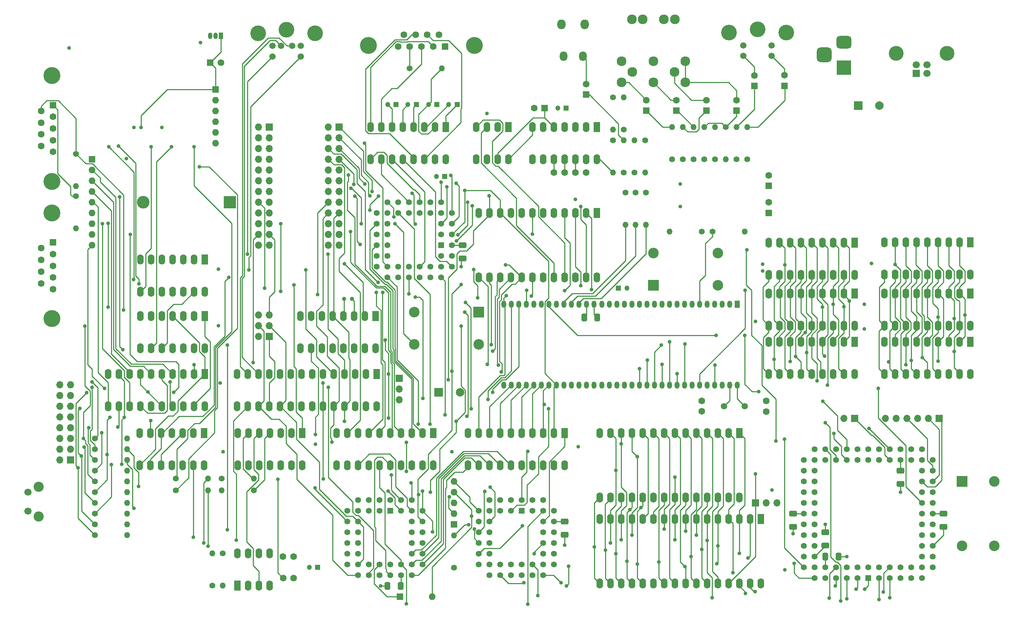
<source format=gbr>
%TF.GenerationSoftware,KiCad,Pcbnew,7.0.6-7.0.6~ubuntu22.04.1*%
%TF.CreationDate,2023-07-30T13:28:18+02:00*%
%TF.ProjectId,sbc,7362632e-6b69-4636-9164-5f7063625858,rev?*%
%TF.SameCoordinates,Original*%
%TF.FileFunction,Copper,L4,Bot*%
%TF.FilePolarity,Positive*%
%FSLAX46Y46*%
G04 Gerber Fmt 4.6, Leading zero omitted, Abs format (unit mm)*
G04 Created by KiCad (PCBNEW 7.0.6-7.0.6~ubuntu22.04.1) date 2023-07-30 13:28:18*
%MOMM*%
%LPD*%
G01*
G04 APERTURE LIST*
G04 Aperture macros list*
%AMRoundRect*
0 Rectangle with rounded corners*
0 $1 Rounding radius*
0 $2 $3 $4 $5 $6 $7 $8 $9 X,Y pos of 4 corners*
0 Add a 4 corners polygon primitive as box body*
4,1,4,$2,$3,$4,$5,$6,$7,$8,$9,$2,$3,0*
0 Add four circle primitives for the rounded corners*
1,1,$1+$1,$2,$3*
1,1,$1+$1,$4,$5*
1,1,$1+$1,$6,$7*
1,1,$1+$1,$8,$9*
0 Add four rect primitives between the rounded corners*
20,1,$1+$1,$2,$3,$4,$5,0*
20,1,$1+$1,$4,$5,$6,$7,0*
20,1,$1+$1,$6,$7,$8,$9,0*
20,1,$1+$1,$8,$9,$2,$3,0*%
G04 Aperture macros list end*
%TA.AperFunction,ComponentPad*%
%ADD10O,1.800000X2.300000*%
%TD*%
%TA.AperFunction,ComponentPad*%
%ADD11O,2.000000X2.300000*%
%TD*%
%TA.AperFunction,ComponentPad*%
%ADD12R,1.422400X1.422400*%
%TD*%
%TA.AperFunction,ComponentPad*%
%ADD13C,1.422400*%
%TD*%
%TA.AperFunction,ComponentPad*%
%ADD14R,2.000000X2.000000*%
%TD*%
%TA.AperFunction,ComponentPad*%
%ADD15C,2.000000*%
%TD*%
%TA.AperFunction,ComponentPad*%
%ADD16C,1.400000*%
%TD*%
%TA.AperFunction,ComponentPad*%
%ADD17O,1.400000X1.400000*%
%TD*%
%TA.AperFunction,ComponentPad*%
%ADD18R,1.200000X1.200000*%
%TD*%
%TA.AperFunction,ComponentPad*%
%ADD19C,1.200000*%
%TD*%
%TA.AperFunction,ComponentPad*%
%ADD20R,1.600000X1.600000*%
%TD*%
%TA.AperFunction,ComponentPad*%
%ADD21C,1.600000*%
%TD*%
%TA.AperFunction,ComponentPad*%
%ADD22R,1.700000X1.700000*%
%TD*%
%TA.AperFunction,ComponentPad*%
%ADD23O,1.700000X1.700000*%
%TD*%
%TA.AperFunction,ComponentPad*%
%ADD24R,1.600000X2.400000*%
%TD*%
%TA.AperFunction,ComponentPad*%
%ADD25O,1.600000X2.400000*%
%TD*%
%TA.AperFunction,ComponentPad*%
%ADD26R,2.500000X2.500000*%
%TD*%
%TA.AperFunction,ComponentPad*%
%ADD27C,2.500000*%
%TD*%
%TA.AperFunction,ComponentPad*%
%ADD28O,1.600000X1.600000*%
%TD*%
%TA.AperFunction,ComponentPad*%
%ADD29R,3.000000X3.000000*%
%TD*%
%TA.AperFunction,ComponentPad*%
%ADD30C,3.000000*%
%TD*%
%TA.AperFunction,ComponentPad*%
%ADD31C,4.000000*%
%TD*%
%TA.AperFunction,ComponentPad*%
%ADD32C,1.700000*%
%TD*%
%TA.AperFunction,ComponentPad*%
%ADD33C,3.500000*%
%TD*%
%TA.AperFunction,ComponentPad*%
%ADD34C,1.000000*%
%TD*%
%TA.AperFunction,ComponentPad*%
%ADD35C,2.300000*%
%TD*%
%TA.AperFunction,ComponentPad*%
%ADD36C,2.400000*%
%TD*%
%TA.AperFunction,ComponentPad*%
%ADD37C,1.501140*%
%TD*%
%TA.AperFunction,ComponentPad*%
%ADD38C,3.700780*%
%TD*%
%TA.AperFunction,ComponentPad*%
%ADD39R,1.050000X1.500000*%
%TD*%
%TA.AperFunction,ComponentPad*%
%ADD40O,1.050000X1.500000*%
%TD*%
%TA.AperFunction,ComponentPad*%
%ADD41C,1.500000*%
%TD*%
%TA.AperFunction,ComponentPad*%
%ADD42R,1.200000X1.700000*%
%TD*%
%TA.AperFunction,ComponentPad*%
%ADD43O,1.200000X1.700000*%
%TD*%
%TA.AperFunction,ComponentPad*%
%ADD44R,3.500000X3.500000*%
%TD*%
%TA.AperFunction,ComponentPad*%
%ADD45RoundRect,0.750000X-1.000000X0.750000X-1.000000X-0.750000X1.000000X-0.750000X1.000000X0.750000X0*%
%TD*%
%TA.AperFunction,ComponentPad*%
%ADD46RoundRect,0.875000X-0.875000X0.875000X-0.875000X-0.875000X0.875000X-0.875000X0.875000X0.875000X0*%
%TD*%
%TA.AperFunction,SMDPad,CuDef*%
%ADD47RoundRect,0.250000X-0.650000X0.412500X-0.650000X-0.412500X0.650000X-0.412500X0.650000X0.412500X0*%
%TD*%
%TA.AperFunction,SMDPad,CuDef*%
%ADD48RoundRect,0.250000X0.412500X0.650000X-0.412500X0.650000X-0.412500X-0.650000X0.412500X-0.650000X0*%
%TD*%
%TA.AperFunction,SMDPad,CuDef*%
%ADD49RoundRect,0.250000X-0.412500X-0.650000X0.412500X-0.650000X0.412500X0.650000X-0.412500X0.650000X0*%
%TD*%
%TA.AperFunction,SMDPad,CuDef*%
%ADD50RoundRect,0.250000X0.650000X-0.412500X0.650000X0.412500X-0.650000X0.412500X-0.650000X-0.412500X0*%
%TD*%
%TA.AperFunction,ViaPad*%
%ADD51C,0.889000*%
%TD*%
%TA.AperFunction,Conductor*%
%ADD52C,0.254000*%
%TD*%
G04 APERTURE END LIST*
D10*
%TO.P,J3,R*%
%TO.N,/Video_Audio/Audio_analog/AUDIO_OUT*%
X197328000Y-74683000D03*
%TO.P,J3,S*%
X192728000Y-74683000D03*
D11*
%TO.P,J3,T*%
%TO.N,GND*%
X192278000Y-67183000D03*
X197778000Y-67183000D03*
%TD*%
D12*
%TO.P,U11,1,VSS*%
%TO.N,GND*%
X151765000Y-182225000D03*
D13*
%TO.P,U11,2,PA0*%
%TO.N,Net-(U11-PA0)*%
X149225000Y-179685000D03*
%TO.P,U11,3,PA1*%
%TO.N,Net-(U11-PA1)*%
X149225000Y-182225000D03*
%TO.P,U11,4,PA2*%
%TO.N,Net-(U11-PA2)*%
X146685000Y-179685000D03*
%TO.P,U11,5,PA3*%
%TO.N,Net-(U11-PA3)*%
X146685000Y-182225000D03*
%TO.P,U11,6,PA4*%
%TO.N,Net-(U11-PA4)*%
X144145000Y-179685000D03*
%TO.P,U11,7,PA5*%
%TO.N,Net-(U11-PA5)*%
X141605000Y-182225000D03*
%TO.P,U11,8,PA6*%
%TO.N,Net-(U11-PA6)*%
X144145000Y-182225000D03*
%TO.P,U11,9,PA7*%
%TO.N,Net-(U11-PA7)*%
X141605000Y-184765000D03*
%TO.P,U11,10,PB0*%
%TO.N,/SPI_CLK*%
X144145000Y-184765000D03*
%TO.P,U11,11,nc*%
%TO.N,unconnected-(U11-nc-Pad11)*%
X141605000Y-187305000D03*
%TO.P,U11,12,PB1*%
%TO.N,/~{SPI_SS_SDCARD}*%
X144145000Y-187305000D03*
%TO.P,U11,13,PB2*%
%TO.N,/~{SPI_SS_PS2}*%
X141605000Y-189845000D03*
%TO.P,U11,14,PB3*%
%TO.N,/~{SPI_SS_RTC}*%
X144145000Y-189845000D03*
%TO.P,U11,15,PB4*%
%TO.N,/~{SPI_SS_UNUSED}*%
X141605000Y-192385000D03*
%TO.P,U11,16,PB5*%
%TO.N,Net-(U11-PB5)*%
X144145000Y-192385000D03*
%TO.P,U11,17,PB6*%
%TO.N,Net-(U11-PB6)*%
X141605000Y-194925000D03*
%TO.P,U11,18,PB7*%
%TO.N,/SPI_MOSI*%
X144145000Y-197465000D03*
%TO.P,U11,19,CB1*%
%TO.N,/SPI_CLK*%
X144145000Y-194925000D03*
%TO.P,U11,20,CB2*%
%TO.N,/SPI_MISO*%
X146685000Y-197465000D03*
%TO.P,U11,21,VDD*%
%TO.N,VCC*%
X146685000Y-194925000D03*
%TO.P,U11,22,nc*%
%TO.N,unconnected-(U11-nc-Pad22)*%
X149225000Y-197465000D03*
%TO.P,U11,23,~{IRQ}*%
%TO.N,Net-(D1-K)*%
X149225000Y-194925000D03*
%TO.P,U11,24,R/~{W}*%
%TO.N,/CPU_R~{W}*%
X151765000Y-197465000D03*
%TO.P,U11,25,~{CS2}*%
%TO.N,/~{CS_VIA}*%
X151765000Y-194925000D03*
%TO.P,U11,26,CS1*%
%TO.N,VCC*%
X154305000Y-197465000D03*
%TO.P,U11,27,\u03D52*%
%TO.N,/PHI2*%
X154305000Y-194925000D03*
%TO.P,U11,28,D7*%
%TO.N,/CPU_D7*%
X156845000Y-197465000D03*
%TO.P,U11,29,D6*%
%TO.N,/CPU_D6*%
X159385000Y-194925000D03*
%TO.P,U11,30,D5*%
%TO.N,/CPU_D5*%
X156845000Y-194925000D03*
%TO.P,U11,31,D4*%
%TO.N,/CPU_D4*%
X159385000Y-192385000D03*
%TO.P,U11,32,D3*%
%TO.N,/CPU_D3*%
X156845000Y-192385000D03*
%TO.P,U11,33,nc*%
%TO.N,unconnected-(U11-nc-Pad33)*%
X159385000Y-189845000D03*
%TO.P,U11,34,D2*%
%TO.N,/CPU_D2*%
X156845000Y-189845000D03*
%TO.P,U11,35,D1*%
%TO.N,/CPU_D1*%
X159385000Y-187305000D03*
%TO.P,U11,36,D0*%
%TO.N,/CPU_D0*%
X156845000Y-187305000D03*
%TO.P,U11,37,~{RES}*%
%TO.N,/~{RESET}*%
X159385000Y-184765000D03*
%TO.P,U11,38,nc*%
%TO.N,unconnected-(U11-nc-Pad38)*%
X156845000Y-184765000D03*
%TO.P,U11,39,RS3*%
%TO.N,/CPU_A3*%
X159385000Y-182225000D03*
%TO.P,U11,40,RS2*%
%TO.N,/CPU_A2*%
X156845000Y-179685000D03*
%TO.P,U11,41,RS1*%
%TO.N,/CPU_A1*%
X156845000Y-182225000D03*
%TO.P,U11,42,RS0*%
%TO.N,/CPU_A0*%
X154305000Y-179685000D03*
%TO.P,U11,43,CA2*%
%TO.N,Net-(U11-CA2)*%
X154305000Y-182225000D03*
%TO.P,U11,44,CA1*%
%TO.N,Net-(U11-CA1)*%
X151765000Y-179685000D03*
%TD*%
D14*
%TO.P,C3,1*%
%TO.N,VCC*%
X163240323Y-154178000D03*
D15*
%TO.P,C3,2*%
%TO.N,GND*%
X168240323Y-154178000D03*
%TD*%
D16*
%TO.P,R30,1*%
%TO.N,GND*%
X207391000Y-106934000D03*
D17*
%TO.P,R30,2*%
%TO.N,/Video_Audio/RGB_B*%
X207391000Y-114554000D03*
%TD*%
D16*
%TO.P,R10,1*%
%TO.N,/PA6*%
X81915000Y-170180000D03*
D17*
%TO.P,R10,2*%
%TO.N,Net-(U11-PA6)*%
X89535000Y-170180000D03*
%TD*%
D16*
%TO.P,R6,1*%
%TO.N,/PA2*%
X81915000Y-177800000D03*
D17*
%TO.P,R6,2*%
%TO.N,Net-(U11-PA2)*%
X89535000Y-177800000D03*
%TD*%
D18*
%TO.P,C38,1*%
%TO.N,VCC*%
X205740000Y-129540000D03*
D19*
%TO.P,C38,2*%
%TO.N,GND*%
X207740000Y-129540000D03*
%TD*%
D20*
%TO.P,C46,1*%
%TO.N,VCC*%
X241300000Y-111760000D03*
D21*
%TO.P,C46,2*%
%TO.N,GND*%
X241300000Y-109260000D03*
%TD*%
D22*
%TO.P,JTAG1,1,Pin_1*%
%TO.N,/TMS*%
X281559000Y-160401000D03*
D23*
%TO.P,JTAG1,2,Pin_2*%
%TO.N,/TDI*%
X279019000Y-160401000D03*
%TO.P,JTAG1,3,Pin_3*%
%TO.N,/TDO*%
X276479000Y-160401000D03*
%TO.P,JTAG1,4,Pin_4*%
%TO.N,/TCK*%
X273939000Y-160401000D03*
%TO.P,JTAG1,5,Pin_5*%
%TO.N,GND*%
X271399000Y-160401000D03*
%TO.P,JTAG1,6,Pin_6*%
%TO.N,VCC*%
X268859000Y-160401000D03*
%TD*%
D16*
%TO.P,R27,1*%
%TO.N,GND*%
X207010000Y-102235000D03*
D17*
%TO.P,R27,2*%
%TO.N,Net-(C43-Pad1)*%
X207010000Y-94615000D03*
%TD*%
D24*
%TO.P,U12,1,A->B*%
%TO.N,GND*%
X161925000Y-163815000D03*
D25*
%TO.P,U12,2,A0*%
%TO.N,/~{BUF_OE}*%
X159385000Y-163815000D03*
%TO.P,U12,3,A1*%
%TO.N,/~{BUF_WE}*%
X156845000Y-163815000D03*
%TO.P,U12,4,A2*%
%TO.N,/BUF_R~{W}*%
X154305000Y-163815000D03*
%TO.P,U12,5,A3*%
%TO.N,/BUF_PHI2*%
X151765000Y-163815000D03*
%TO.P,U12,6,A4*%
%TO.N,/BUF_A0*%
X149225000Y-163815000D03*
%TO.P,U12,7,A5*%
%TO.N,/BUF_A1*%
X146685000Y-163815000D03*
%TO.P,U12,8,A6*%
%TO.N,/BUF_A2*%
X144145000Y-163815000D03*
%TO.P,U12,9,A7*%
%TO.N,/BUF_A3*%
X141605000Y-163815000D03*
%TO.P,U12,10,GND*%
%TO.N,GND*%
X139065000Y-163815000D03*
%TO.P,U12,11,B7*%
%TO.N,/CPU_A3*%
X139065000Y-171435000D03*
%TO.P,U12,12,B6*%
%TO.N,/CPU_A2*%
X141605000Y-171435000D03*
%TO.P,U12,13,B5*%
%TO.N,/CPU_A1*%
X144145000Y-171435000D03*
%TO.P,U12,14,B4*%
%TO.N,/CPU_A0*%
X146685000Y-171435000D03*
%TO.P,U12,15,B3*%
%TO.N,/PHI2*%
X149225000Y-171435000D03*
%TO.P,U12,16,B2*%
%TO.N,/CPU_R~{W}*%
X151765000Y-171435000D03*
%TO.P,U12,17,B1*%
%TO.N,/~{WE}*%
X154305000Y-171435000D03*
%TO.P,U12,18,B0*%
%TO.N,/~{OE}*%
X156845000Y-171435000D03*
%TO.P,U12,19,CE*%
%TO.N,GND*%
X159385000Y-171435000D03*
%TO.P,U12,20,VCC*%
%TO.N,VCC*%
X161925000Y-171435000D03*
%TD*%
D24*
%TO.P,U7,1,EN*%
%TO.N,Net-(U29-OEb)*%
X107950000Y-136144000D03*
D25*
%TO.P,U7,2,D*%
%TO.N,Net-(RR1-R5)*%
X105410000Y-136144000D03*
%TO.P,U7,3,O*%
%TO.N,/PA4*%
X102870000Y-136144000D03*
%TO.P,U7,4,EN*%
%TO.N,Net-(U29-OEa)*%
X100330000Y-136144000D03*
%TO.P,U7,5,D*%
%TO.N,Net-(U7B-D)*%
X97790000Y-136144000D03*
%TO.P,U7,6,O*%
%TO.N,/PA4*%
X95250000Y-136144000D03*
%TO.P,U7,7,GND*%
%TO.N,GND*%
X92710000Y-136144000D03*
%TO.P,U7,8,O*%
%TO.N,/SPI_MISO*%
X92710000Y-143764000D03*
%TO.P,U7,9,D*%
%TO.N,/SD Card/DAT0*%
X95250000Y-143764000D03*
%TO.P,U7,10,EN*%
%TO.N,/~{SPI_SS_SDCARD}*%
X97790000Y-143764000D03*
%TO.P,U7,11,O*%
%TO.N,unconnected-(U7D-O-Pad11)*%
X100330000Y-143764000D03*
%TO.P,U7,12,D*%
%TO.N,unconnected-(U7D-D-Pad12)*%
X102870000Y-143764000D03*
%TO.P,U7,13,EN*%
%TO.N,unconnected-(U7D-EN-Pad13)*%
X105410000Y-143764000D03*
%TO.P,U7,14,VCC*%
%TO.N,VCC*%
X107950000Y-143764000D03*
%TD*%
D16*
%TO.P,R40,1*%
%TO.N,Net-(C56-Pad1)*%
X231140000Y-91440000D03*
D17*
%TO.P,R40,2*%
%TO.N,GND*%
X231140000Y-99060000D03*
%TD*%
D24*
%TO.P,U26,1*%
%TO.N,Net-(U26A--)*%
X200660000Y-91440000D03*
D25*
%TO.P,U26,2,-*%
X198120000Y-91440000D03*
%TO.P,U26,3,+*%
%TO.N,Net-(U25-ToBUFF)*%
X195580000Y-91440000D03*
%TO.P,U26,4,V+*%
%TO.N,VCC*%
X193040000Y-91440000D03*
%TO.P,U26,5,+*%
%TO.N,Net-(U25-RB)*%
X190500000Y-91440000D03*
%TO.P,U26,6,-*%
%TO.N,Net-(U25-MP)*%
X187960000Y-91440000D03*
%TO.P,U26,7*%
X185420000Y-91440000D03*
%TO.P,U26,8*%
%TO.N,Net-(U26C--)*%
X185420000Y-99060000D03*
%TO.P,U26,9,-*%
X187960000Y-99060000D03*
%TO.P,U26,10,+*%
%TO.N,Net-(U26C-+)*%
X190500000Y-99060000D03*
%TO.P,U26,11,V-*%
%TO.N,GND*%
X193040000Y-99060000D03*
%TO.P,U26,12,+*%
%TO.N,Net-(U26C--)*%
X195580000Y-99060000D03*
%TO.P,U26,13,-*%
%TO.N,Net-(U26D--)*%
X198120000Y-99060000D03*
%TO.P,U26,14*%
%TO.N,Net-(C43-Pad1)*%
X200660000Y-99060000D03*
%TD*%
D22*
%TO.P,JP2,1,A*%
%TO.N,/CPU_RDY*%
X261620000Y-160401000D03*
D23*
%TO.P,JP2,2,B*%
%TO.N,Net-(JP2-B)*%
X259080000Y-160401000D03*
%TD*%
D16*
%TO.P,R7,1*%
%TO.N,/PA3*%
X81915000Y-185420000D03*
D17*
%TO.P,R7,2*%
%TO.N,Net-(U11-PA3)*%
X89535000Y-185420000D03*
%TD*%
D26*
%TO.P,X3,1,NC*%
%TO.N,unconnected-(X3-NC-Pad1)*%
X213995000Y-128905000D03*
D27*
%TO.P,X3,7,GND*%
%TO.N,GND*%
X229235000Y-128905000D03*
%TO.P,X3,8,FREQ*%
%TO.N,Net-(X3-FREQ)*%
X229235000Y-121285000D03*
%TO.P,X3,14,+5V*%
%TO.N,VCC*%
X213995000Y-121285000D03*
%TD*%
D16*
%TO.P,R31,1*%
%TO.N,Net-(X3-FREQ)*%
X225425000Y-116205000D03*
D17*
%TO.P,R31,2*%
%TO.N,Net-(U27-SCIN)*%
X217805000Y-116205000D03*
%TD*%
D20*
%TO.P,RR1,1,common*%
%TO.N,VCC*%
X81280000Y-99060000D03*
D28*
%TO.P,RR1,2,R1*%
%TO.N,Net-(RR1-R1)*%
X81280000Y-101600000D03*
%TO.P,RR1,3,R2*%
%TO.N,Net-(RR1-R2)*%
X81280000Y-104140000D03*
%TO.P,RR1,4,R3*%
%TO.N,Net-(RR1-R3)*%
X81280000Y-106680000D03*
%TO.P,RR1,5,R4*%
%TO.N,Net-(RR1-R4)*%
X81280000Y-109220000D03*
%TO.P,RR1,6,R5*%
%TO.N,Net-(RR1-R5)*%
X81280000Y-111760000D03*
%TO.P,RR1,7,R6*%
%TO.N,Net-(RR1-R6)*%
X81280000Y-114300000D03*
%TO.P,RR1,8,R7*%
%TO.N,Net-(RR1-R7)*%
X81280000Y-116840000D03*
%TO.P,RR1,9,R8*%
%TO.N,Net-(RR1-R8)*%
X81280000Y-119380000D03*
%TD*%
D21*
%TO.P,C32,1*%
%TO.N,Net-(U18-XTAL1)*%
X225425000Y-156210000D03*
%TO.P,C32,2*%
%TO.N,GND*%
X225425000Y-158710000D03*
%TD*%
D20*
%TO.P,C56,1*%
%TO.N,Net-(C56-Pad1)*%
X233680000Y-87590000D03*
D21*
%TO.P,C56,2*%
%TO.N,Net-(C56-Pad2)*%
X233680000Y-85090000D03*
%TD*%
D16*
%TO.P,R26,1*%
%TO.N,Net-(U26D--)*%
X204470000Y-94615000D03*
D17*
%TO.P,R26,2*%
%TO.N,Net-(C43-Pad1)*%
X204470000Y-102235000D03*
%TD*%
D24*
%TO.P,U28,1*%
%TO.N,/PA7*%
X107701000Y-163815000D03*
D25*
%TO.P,U28,2*%
X105161000Y-163815000D03*
%TO.P,U28,3*%
%TO.N,Net-(U28-Pad10)*%
X102621000Y-163815000D03*
%TO.P,U28,4*%
%TO.N,/PA7*%
X100081000Y-163815000D03*
%TO.P,U28,5*%
%TO.N,/~{JOYPORT_ENABLE}*%
X97541000Y-163815000D03*
%TO.P,U28,6*%
%TO.N,Net-(U29-OEb)*%
X95001000Y-163815000D03*
%TO.P,U28,7,GND*%
%TO.N,GND*%
X92461000Y-163815000D03*
%TO.P,U28,8*%
%TO.N,Net-(U29-OEa)*%
X92461000Y-171435000D03*
%TO.P,U28,9*%
%TO.N,/~{JOYPORT_ENABLE}*%
X95001000Y-171435000D03*
%TO.P,U28,10*%
%TO.N,Net-(U28-Pad10)*%
X97541000Y-171435000D03*
%TO.P,U28,11*%
%TO.N,Net-(U30-CE)*%
X100081000Y-171435000D03*
%TO.P,U28,12*%
%TO.N,/~{SPI_SS_RTC}*%
X102621000Y-171435000D03*
%TO.P,U28,13*%
X105161000Y-171435000D03*
%TO.P,U28,14,VCC*%
%TO.N,VCC*%
X107701000Y-171435000D03*
%TD*%
D18*
%TO.P,C17,1*%
%TO.N,VCC*%
X164675600Y-103124000D03*
D19*
%TO.P,C17,2*%
%TO.N,GND*%
X162675600Y-103124000D03*
%TD*%
D20*
%TO.P,C51,1*%
%TO.N,Net-(C51-Pad1)*%
X237871000Y-81748000D03*
D21*
%TO.P,C51,2*%
%TO.N,/Video_Audio/Video_analog/Y_OUT*%
X237871000Y-79248000D03*
%TD*%
D20*
%TO.P,C50,1*%
%TO.N,Net-(C50-Pad1)*%
X212344000Y-87590000D03*
D21*
%TO.P,C50,2*%
%TO.N,Net-(C50-Pad2)*%
X212344000Y-85090000D03*
%TD*%
D16*
%TO.P,R25,1*%
%TO.N,Net-(U25-MP)*%
X204470000Y-84455000D03*
D17*
%TO.P,R25,2*%
%TO.N,Net-(U26D--)*%
X204470000Y-92075000D03*
%TD*%
D20*
%TO.P,C43,1*%
%TO.N,Net-(C43-Pad1)*%
X198120000Y-83780000D03*
D21*
%TO.P,C43,2*%
%TO.N,/Video_Audio/Audio_analog/AUDIO_OUT*%
X198120000Y-81280000D03*
%TD*%
D20*
%TO.P,D1,1,K*%
%TO.N,Net-(D1-K)*%
X154051000Y-202565000D03*
D28*
%TO.P,D1,2,A*%
%TO.N,/~{IRQ}*%
X161671000Y-202565000D03*
%TD*%
D24*
%TO.P,U21,1,OE*%
%TO.N,GND*%
X261620000Y-130810000D03*
D25*
%TO.P,U21,2,DQ0*%
%TO.N,/Video_Audio/VDP_RD0*%
X259080000Y-130810000D03*
%TO.P,U21,3,DQ1*%
%TO.N,/Video_Audio/VDP_RD1*%
X256540000Y-130810000D03*
%TO.P,U21,4,WE*%
%TO.N,/Video_Audio/VDP_R~{W}*%
X254000000Y-130810000D03*
%TO.P,U21,5,RAS*%
%TO.N,/Video_Audio/{slash}RAS*%
X251460000Y-130810000D03*
%TO.P,U21,6,A6*%
%TO.N,/Video_Audio/VDP_AD6*%
X248920000Y-130810000D03*
%TO.P,U21,7,A5*%
%TO.N,/Video_Audio/VDP_AD5*%
X246380000Y-130810000D03*
%TO.P,U21,8,A4*%
%TO.N,/Video_Audio/VDP_AD4*%
X243840000Y-130810000D03*
%TO.P,U21,9,VCC*%
%TO.N,VCC*%
X241300000Y-130810000D03*
%TO.P,U21,10,A7*%
%TO.N,/Video_Audio/VDP_AD7*%
X241300000Y-138430000D03*
%TO.P,U21,11,A3*%
%TO.N,/Video_Audio/VDP_AD3*%
X243840000Y-138430000D03*
%TO.P,U21,12,A2*%
%TO.N,/Video_Audio/VDP_AD2*%
X246380000Y-138430000D03*
%TO.P,U21,13,A1*%
%TO.N,/Video_Audio/VDP_AD1*%
X248920000Y-138430000D03*
%TO.P,U21,14,A0*%
%TO.N,/Video_Audio/VDP_AD0*%
X251460000Y-138430000D03*
%TO.P,U21,15,DQ2*%
%TO.N,/Video_Audio/VDP_RD2*%
X254000000Y-138430000D03*
%TO.P,U21,16,CAS*%
%TO.N,/Video_Audio/{slash}CAS1*%
X256540000Y-138430000D03*
%TO.P,U21,17,DQ3*%
%TO.N,/Video_Audio/VDP_RD3*%
X259080000Y-138430000D03*
%TO.P,U21,18,VSS*%
%TO.N,GND*%
X261620000Y-138430000D03*
%TD*%
D24*
%TO.P,U19,1,OE*%
%TO.N,GND*%
X261610000Y-142250000D03*
D25*
%TO.P,U19,2,DQ0*%
%TO.N,/Video_Audio/VDP_RD0*%
X259070000Y-142250000D03*
%TO.P,U19,3,DQ1*%
%TO.N,/Video_Audio/VDP_RD1*%
X256530000Y-142250000D03*
%TO.P,U19,4,WE*%
%TO.N,/Video_Audio/VDP_R~{W}*%
X253990000Y-142250000D03*
%TO.P,U19,5,RAS*%
%TO.N,/Video_Audio/{slash}RAS*%
X251450000Y-142250000D03*
%TO.P,U19,6,A6*%
%TO.N,/Video_Audio/VDP_AD6*%
X248910000Y-142250000D03*
%TO.P,U19,7,A5*%
%TO.N,/Video_Audio/VDP_AD5*%
X246370000Y-142250000D03*
%TO.P,U19,8,A4*%
%TO.N,/Video_Audio/VDP_AD4*%
X243830000Y-142250000D03*
%TO.P,U19,9,VCC*%
%TO.N,VCC*%
X241290000Y-142250000D03*
%TO.P,U19,10,A7*%
%TO.N,/Video_Audio/VDP_AD7*%
X241290000Y-149870000D03*
%TO.P,U19,11,A3*%
%TO.N,/Video_Audio/VDP_AD3*%
X243830000Y-149870000D03*
%TO.P,U19,12,A2*%
%TO.N,/Video_Audio/VDP_AD2*%
X246370000Y-149870000D03*
%TO.P,U19,13,A1*%
%TO.N,/Video_Audio/VDP_AD1*%
X248910000Y-149870000D03*
%TO.P,U19,14,A0*%
%TO.N,/Video_Audio/VDP_AD0*%
X251450000Y-149870000D03*
%TO.P,U19,15,DQ2*%
%TO.N,/Video_Audio/VDP_RD2*%
X253990000Y-149870000D03*
%TO.P,U19,16,CAS*%
%TO.N,/Video_Audio/{slash}CAS0*%
X256530000Y-149870000D03*
%TO.P,U19,17,DQ3*%
%TO.N,/Video_Audio/VDP_RD3*%
X259070000Y-149870000D03*
%TO.P,U19,18,VSS*%
%TO.N,GND*%
X261610000Y-149870000D03*
%TD*%
D24*
%TO.P,U25,1,VCC*%
%TO.N,VCC*%
X179705000Y-91440000D03*
D25*
%TO.P,U25,2,ToBUFF*%
%TO.N,Net-(U25-ToBUFF)*%
X177165000Y-91440000D03*
%TO.P,U25,3,LOAD*%
%TO.N,/Video_Audio/Audio_analog/LOAD*%
X174625000Y-91440000D03*
%TO.P,U25,4,SD*%
%TO.N,/Video_Audio/Audio_analog/SD*%
X172085000Y-91440000D03*
%TO.P,U25,5,fI*%
%TO.N,/Video_Audio/Audio_analog/fl*%
X172085000Y-99060000D03*
%TO.P,U25,6,GND*%
%TO.N,GND*%
X174625000Y-99060000D03*
%TO.P,U25,7,RB*%
%TO.N,Net-(U25-RB)*%
X177165000Y-99060000D03*
%TO.P,U25,8,MP*%
%TO.N,Net-(U25-MP)*%
X179705000Y-99060000D03*
%TD*%
D21*
%TO.P,C35,1*%
%TO.N,Net-(U18-XTAL2)*%
X240665000Y-156230000D03*
%TO.P,C35,2*%
%TO.N,GND*%
X240665000Y-158730000D03*
%TD*%
D16*
%TO.P,R36,1*%
%TO.N,Net-(U27-CVOUT)*%
X226060000Y-99060000D03*
D17*
%TO.P,R36,2*%
%TO.N,Net-(C56-Pad1)*%
X226060000Y-91440000D03*
%TD*%
D24*
%TO.P,U16,1,VCC*%
%TO.N,VCC*%
X200660000Y-111760000D03*
D25*
%TO.P,U16,2,~{IRQ}*%
%TO.N,/~{IRQ}*%
X198120000Y-111760000D03*
%TO.P,U16,3,~{IC}*%
%TO.N,/~{RESET}*%
X195580000Y-111760000D03*
%TO.P,U16,4,A0*%
%TO.N,/BUF_A0*%
X193040000Y-111760000D03*
%TO.P,U16,5,~{WR}*%
%TO.N,/~{BUF_WE}*%
X190500000Y-111760000D03*
%TO.P,U16,6,~{RD}*%
%TO.N,/~{BUF_OE}*%
X187960000Y-111760000D03*
%TO.P,U16,7,~{CS}*%
%TO.N,/~{CS_OPL}*%
X185420000Y-111760000D03*
%TO.P,U16,8*%
%TO.N,N/C*%
X182880000Y-111760000D03*
%TO.P,U16,9*%
X180340000Y-111760000D03*
%TO.P,U16,10,D0*%
%TO.N,/BUF_D0*%
X177800000Y-111760000D03*
%TO.P,U16,11,D1*%
%TO.N,/BUF_D1*%
X175260000Y-111760000D03*
%TO.P,U16,12,GND*%
%TO.N,GND*%
X172720000Y-111760000D03*
%TO.P,U16,13,D2*%
%TO.N,/BUF_D2*%
X172720000Y-127000000D03*
%TO.P,U16,14,D3*%
%TO.N,/BUF_D3*%
X175260000Y-127000000D03*
%TO.P,U16,15,D4*%
%TO.N,/BUF_D4*%
X177800000Y-127000000D03*
%TO.P,U16,16,D5*%
%TO.N,/BUF_D5*%
X180340000Y-127000000D03*
%TO.P,U16,17,D6*%
%TO.N,/BUF_D6*%
X182880000Y-127000000D03*
%TO.P,U16,18,D7*%
%TO.N,/BUF_D7*%
X185420000Y-127000000D03*
%TO.P,U16,19*%
%TO.N,N/C*%
X187960000Y-127000000D03*
%TO.P,U16,20,SH*%
%TO.N,/Video_Audio/Audio_analog/LOAD*%
X190500000Y-127000000D03*
%TO.P,U16,21,MO*%
%TO.N,/Video_Audio/Audio_analog/SD*%
X193040000Y-127000000D03*
%TO.P,U16,22*%
%TO.N,N/C*%
X195580000Y-127000000D03*
%TO.P,U16,23,fSY*%
%TO.N,/Video_Audio/Audio_analog/fl*%
X198120000Y-127000000D03*
%TO.P,U16,24,fM*%
%TO.N,/Video_Audio/OPL_CLK*%
X200660000Y-127000000D03*
%TD*%
D16*
%TO.P,R34,1*%
%TO.N,Net-(U27-GOUT)*%
X220980000Y-99060000D03*
D17*
%TO.P,R34,2*%
%TO.N,Net-(C53-Pad1)*%
X220980000Y-91440000D03*
%TD*%
D29*
%TO.P,BT1,1,+*%
%TO.N,Net-(BT1-+)*%
X113850001Y-109220001D03*
D30*
%TO.P,BT1,2,-*%
%TO.N,GND*%
X93360001Y-109220001D03*
%TD*%
D16*
%TO.P,R39,1*%
%TO.N,Net-(U27-COUT)*%
X236220000Y-99060000D03*
D17*
%TO.P,R39,2*%
%TO.N,Net-(C49-Pad1)*%
X236220000Y-91440000D03*
%TD*%
D24*
%TO.P,U10,1,GND*%
%TO.N,GND*%
X115580000Y-199898000D03*
D25*
%TO.P,U10,2,TR*%
%TO.N,/RESET_TRIG*%
X118120000Y-199898000D03*
%TO.P,U10,3,Q*%
%TO.N,Net-(U10-Q)*%
X120660000Y-199898000D03*
%TO.P,U10,4,R*%
%TO.N,VCC*%
X123200000Y-199898000D03*
%TO.P,U10,5,CV*%
%TO.N,Net-(U10-CV)*%
X123200000Y-192278000D03*
%TO.P,U10,6,THR*%
%TO.N,Net-(U10-DIS)*%
X120660000Y-192278000D03*
%TO.P,U10,7,DIS*%
X118120000Y-192278000D03*
%TO.P,U10,8,VCC*%
%TO.N,VCC*%
X115580000Y-192278000D03*
%TD*%
D26*
%TO.P,X1,1,NC*%
%TO.N,unconnected-(X1-NC-Pad1)*%
X287020000Y-175260000D03*
D27*
%TO.P,X1,7,GND*%
%TO.N,GND*%
X287020000Y-190500000D03*
%TO.P,X1,8,FREQ*%
%TO.N,/CLKIN*%
X294640000Y-190500000D03*
%TO.P,X1,14,+5V*%
%TO.N,VCC*%
X294640000Y-175260000D03*
%TD*%
D16*
%TO.P,R17,1*%
%TO.N,VCC*%
X166878000Y-195707000D03*
D17*
%TO.P,R17,2*%
%TO.N,/CPU_RDY*%
X166878000Y-188087000D03*
%TD*%
D20*
%TO.P,C53,1*%
%TO.N,Net-(C53-Pad1)*%
X226568000Y-87590000D03*
D21*
%TO.P,C53,2*%
%TO.N,/Video_Audio/Video_analog/G_OUT*%
X226568000Y-85090000D03*
%TD*%
D31*
%TO.P,J2,0,PAD*%
%TO.N,GND*%
X171641000Y-72134331D03*
X146641000Y-72134331D03*
D20*
%TO.P,J2,1,1*%
%TO.N,unconnected-(J2-Pad1)*%
X164681000Y-72434331D03*
D21*
%TO.P,J2,2,2*%
%TO.N,Net-(U8-R2IN)*%
X161911000Y-72434331D03*
%TO.P,J2,3,3*%
%TO.N,Net-(U8-T2OUT)*%
X159141000Y-72434331D03*
%TO.P,J2,4,4*%
%TO.N,Net-(J2-Pad4)*%
X156371000Y-72434331D03*
%TO.P,J2,5,5*%
%TO.N,GND*%
X153601000Y-72434331D03*
%TO.P,J2,6,6*%
%TO.N,unconnected-(J2-Pad6)*%
X163296000Y-69594331D03*
%TO.P,J2,7,7*%
%TO.N,Net-(U8-T1OUT)*%
X160526000Y-69594331D03*
%TO.P,J2,8,8*%
%TO.N,Net-(U8-R1IN)*%
X157756000Y-69594331D03*
%TO.P,J2,9,9*%
%TO.N,unconnected-(J2-Pad9)*%
X154986000Y-69594331D03*
%TD*%
D16*
%TO.P,R43,1*%
%TO.N,/~{SD_WRITE_PROTECT}*%
X101092000Y-174625000D03*
D17*
%TO.P,R43,2*%
%TO.N,Net-(U11-PB5)*%
X108712000Y-174625000D03*
%TD*%
D20*
%TO.P,C20,1*%
%TO.N,Net-(J6-VDD)*%
X109220000Y-76200000D03*
D21*
%TO.P,C20,2*%
%TO.N,GND*%
X111720000Y-76200000D03*
%TD*%
D24*
%TO.P,U5,1*%
%TO.N,Net-(U6-INTR)*%
X130942000Y-163815000D03*
D25*
%TO.P,U5,2*%
%TO.N,/~{IRQ}*%
X128402000Y-163815000D03*
%TO.P,U5,3*%
%TO.N,/~{RESET}*%
X125862000Y-163815000D03*
%TO.P,U5,4*%
%TO.N,Net-(U6-MR)*%
X123322000Y-163815000D03*
%TO.P,U5,5*%
%TO.N,Net-(U10-Q)*%
X120782000Y-163815000D03*
%TO.P,U5,6*%
%TO.N,/~{RESET}*%
X118242000Y-163815000D03*
%TO.P,U5,7,GND*%
%TO.N,GND*%
X115702000Y-163815000D03*
%TO.P,U5,8*%
%TO.N,unconnected-(U5-Pad8)*%
X115702000Y-171435000D03*
%TO.P,U5,9*%
%TO.N,GND*%
X118242000Y-171435000D03*
%TO.P,U5,10*%
%TO.N,unconnected-(U5-Pad10)*%
X120782000Y-171435000D03*
%TO.P,U5,11*%
%TO.N,GND*%
X123322000Y-171435000D03*
%TO.P,U5,12*%
%TO.N,unconnected-(U5-Pad12)*%
X125862000Y-171435000D03*
%TO.P,U5,13*%
%TO.N,GND*%
X128402000Y-171435000D03*
%TO.P,U5,14,VCC*%
%TO.N,VCC*%
X130942000Y-171435000D03*
%TD*%
D18*
%TO.P,C19,1*%
%TO.N,Net-(U8-C1+)*%
X167608000Y-86106000D03*
D19*
%TO.P,C19,2*%
%TO.N,Net-(U8-C1-)*%
X165608000Y-86106000D03*
%TD*%
D24*
%TO.P,U22,1,OE*%
%TO.N,GND*%
X288915000Y-130820000D03*
D25*
%TO.P,U22,2,DQ0*%
%TO.N,/Video_Audio/VDP_RD4*%
X286375000Y-130820000D03*
%TO.P,U22,3,DQ1*%
%TO.N,/Video_Audio/VDP_RD5*%
X283835000Y-130820000D03*
%TO.P,U22,4,WE*%
%TO.N,/Video_Audio/VDP_R~{W}*%
X281295000Y-130820000D03*
%TO.P,U22,5,RAS*%
%TO.N,/Video_Audio/{slash}RAS*%
X278755000Y-130820000D03*
%TO.P,U22,6,A6*%
%TO.N,/Video_Audio/VDP_AD6*%
X276215000Y-130820000D03*
%TO.P,U22,7,A5*%
%TO.N,/Video_Audio/VDP_AD5*%
X273675000Y-130820000D03*
%TO.P,U22,8,A4*%
%TO.N,/Video_Audio/VDP_AD4*%
X271135000Y-130820000D03*
%TO.P,U22,9,VCC*%
%TO.N,VCC*%
X268595000Y-130820000D03*
%TO.P,U22,10,A7*%
%TO.N,/Video_Audio/VDP_AD7*%
X268595000Y-138440000D03*
%TO.P,U22,11,A3*%
%TO.N,/Video_Audio/VDP_AD3*%
X271135000Y-138440000D03*
%TO.P,U22,12,A2*%
%TO.N,/Video_Audio/VDP_AD2*%
X273675000Y-138440000D03*
%TO.P,U22,13,A1*%
%TO.N,/Video_Audio/VDP_AD1*%
X276215000Y-138440000D03*
%TO.P,U22,14,A0*%
%TO.N,/Video_Audio/VDP_AD0*%
X278755000Y-138440000D03*
%TO.P,U22,15,DQ2*%
%TO.N,/Video_Audio/VDP_RD6*%
X281295000Y-138440000D03*
%TO.P,U22,16,CAS*%
%TO.N,/Video_Audio/{slash}CAS1*%
X283835000Y-138440000D03*
%TO.P,U22,17,DQ3*%
%TO.N,/Video_Audio/VDP_RD7*%
X286375000Y-138440000D03*
%TO.P,U22,18,VSS*%
%TO.N,GND*%
X288915000Y-138440000D03*
%TD*%
D22*
%TO.P,SLOT1,1,Pin_1*%
%TO.N,/BUF_D0*%
X123190000Y-91440000D03*
D23*
%TO.P,SLOT1,2,Pin_2*%
%TO.N,/BUF_A0*%
X120650000Y-91440000D03*
%TO.P,SLOT1,3,Pin_3*%
%TO.N,/BUF_D1*%
X123190000Y-93980000D03*
%TO.P,SLOT1,4,Pin_4*%
%TO.N,/BUF_A1*%
X120650000Y-93980000D03*
%TO.P,SLOT1,5,Pin_5*%
%TO.N,/BUF_D2*%
X123190000Y-96520000D03*
%TO.P,SLOT1,6,Pin_6*%
%TO.N,/BUF_A2*%
X120650000Y-96520000D03*
%TO.P,SLOT1,7,Pin_7*%
%TO.N,/BUF_D3*%
X123190000Y-99060000D03*
%TO.P,SLOT1,8,Pin_8*%
%TO.N,/BUF_A3*%
X120650000Y-99060000D03*
%TO.P,SLOT1,9,Pin_9*%
%TO.N,/BUF_D4*%
X123190000Y-101600000D03*
%TO.P,SLOT1,10,Pin_10*%
%TO.N,/BUF_R~{W}*%
X120650000Y-101600000D03*
%TO.P,SLOT1,11,Pin_11*%
%TO.N,/BUF_D5*%
X123190000Y-104140000D03*
%TO.P,SLOT1,12,Pin_12*%
%TO.N,/~{BUF_WE}*%
X120650000Y-104140000D03*
%TO.P,SLOT1,13,Pin_13*%
%TO.N,/BUF_D6*%
X123190000Y-106680000D03*
%TO.P,SLOT1,14,Pin_14*%
%TO.N,/~{BUF_OE}*%
X120650000Y-106680000D03*
%TO.P,SLOT1,15,Pin_15*%
%TO.N,/BUF_D7*%
X123190000Y-109220000D03*
%TO.P,SLOT1,16,Pin_16*%
%TO.N,/~{CS_SLOT1}*%
X120650000Y-109220000D03*
%TO.P,SLOT1,17,Pin_17*%
%TO.N,/~{IRQ}*%
X123190000Y-111760000D03*
%TO.P,SLOT1,18,Pin_18*%
%TO.N,/~{NMI}*%
X120650000Y-111760000D03*
%TO.P,SLOT1,19,Pin_19*%
%TO.N,/CPU_RDY*%
X123190000Y-114300000D03*
%TO.P,SLOT1,20,Pin_20*%
%TO.N,/BUF_PHI2*%
X120650000Y-114300000D03*
%TO.P,SLOT1,21,Pin_21*%
%TO.N,/~{RESET}*%
X123190000Y-116840000D03*
%TO.P,SLOT1,22,Pin_22*%
%TO.N,/RESET_TRIG*%
X120650000Y-116840000D03*
%TO.P,SLOT1,23,Pin_23*%
%TO.N,VCC*%
X123190000Y-119380000D03*
%TO.P,SLOT1,24,Pin_24*%
%TO.N,GND*%
X120650000Y-119380000D03*
%TD*%
D24*
%TO.P,U8,1,C1+*%
%TO.N,Net-(U8-C1+)*%
X164857400Y-91425000D03*
D25*
%TO.P,U8,2,VS+*%
%TO.N,Net-(U8-VS+)*%
X162317400Y-91425000D03*
%TO.P,U8,3,C1-*%
%TO.N,Net-(U8-C1-)*%
X159777400Y-91425000D03*
%TO.P,U8,4,C2+*%
%TO.N,Net-(U8-C2+)*%
X157237400Y-91425000D03*
%TO.P,U8,5,C2-*%
%TO.N,Net-(U8-C2-)*%
X154697400Y-91425000D03*
%TO.P,U8,6,VS-*%
%TO.N,Net-(U8-VS-)*%
X152157400Y-91425000D03*
%TO.P,U8,7,T2OUT*%
%TO.N,Net-(U8-T2OUT)*%
X149617400Y-91425000D03*
%TO.P,U8,8,R2IN*%
%TO.N,Net-(U8-R2IN)*%
X147077400Y-91425000D03*
%TO.P,U8,9,R2OUT*%
%TO.N,Net-(U6-SIN)*%
X147077400Y-99045000D03*
%TO.P,U8,10,T2IN*%
%TO.N,Net-(U6-SOUT)*%
X149617400Y-99045000D03*
%TO.P,U8,11,T1IN*%
%TO.N,Net-(U6-~{RTS})*%
X152157400Y-99045000D03*
%TO.P,U8,12,R1OUT*%
%TO.N,Net-(U6-~{CTS})*%
X154697400Y-99045000D03*
%TO.P,U8,13,R1IN*%
%TO.N,Net-(U8-R1IN)*%
X157237400Y-99045000D03*
%TO.P,U8,14,T1OUT*%
%TO.N,Net-(U8-T1OUT)*%
X159777400Y-99045000D03*
%TO.P,U8,15,GND*%
%TO.N,GND*%
X162317400Y-99045000D03*
%TO.P,U8,16,VCC*%
%TO.N,VCC*%
X164857400Y-99045000D03*
%TD*%
D16*
%TO.P,R5,1*%
%TO.N,/PA1*%
X81915000Y-187960000D03*
D17*
%TO.P,R5,2*%
%TO.N,Net-(U11-PA1)*%
X89535000Y-187960000D03*
%TD*%
D16*
%TO.P,R12,1*%
%TO.N,/CA1*%
X81915000Y-167640000D03*
D17*
%TO.P,R12,2*%
%TO.N,Net-(U11-CA1)*%
X89535000Y-167640000D03*
%TD*%
D16*
%TO.P,R3,1*%
%TO.N,VCC*%
X111887000Y-174625000D03*
D17*
%TO.P,R3,2*%
%TO.N,/~{RESET}*%
X119507000Y-174625000D03*
%TD*%
D12*
%TO.P,U6,1,NC*%
%TO.N,unconnected-(U6-NC-Pad1)*%
X163830000Y-119380000D03*
D13*
%TO.P,U6,2,D0*%
%TO.N,/BUF_D0*%
X166370000Y-116840000D03*
%TO.P,U6,3,D1*%
%TO.N,/BUF_D1*%
X163830000Y-116840000D03*
%TO.P,U6,4,D2*%
%TO.N,/BUF_D2*%
X166370000Y-114300000D03*
%TO.P,U6,5,D3*%
%TO.N,/BUF_D3*%
X163830000Y-114300000D03*
%TO.P,U6,6,D4*%
%TO.N,/BUF_D4*%
X166370000Y-111760000D03*
%TO.P,U6,7,D5*%
%TO.N,/BUF_D5*%
X163830000Y-109220000D03*
%TO.P,U6,8,D6*%
%TO.N,/BUF_D6*%
X163830000Y-111760000D03*
%TO.P,U6,9,D7*%
%TO.N,/BUF_D7*%
X161290000Y-109220000D03*
%TO.P,U6,10,RCLK*%
%TO.N,Net-(U6-RCLK)*%
X161290000Y-111760000D03*
%TO.P,U6,11,SIN*%
%TO.N,Net-(U6-SIN)*%
X158750000Y-109220000D03*
%TO.P,U6,12,NC*%
%TO.N,unconnected-(U6-NC-Pad12)*%
X158750000Y-111760000D03*
%TO.P,U6,13,SOUT*%
%TO.N,Net-(U6-SOUT)*%
X156210000Y-109220000D03*
%TO.P,U6,14,CS0*%
%TO.N,VCC*%
X156210000Y-111760000D03*
%TO.P,U6,15,CS1*%
X153670000Y-109220000D03*
%TO.P,U6,16,~{CS2}*%
%TO.N,/~{CS_UART}*%
X153670000Y-111760000D03*
%TO.P,U6,17,~{BAUDOUT}*%
%TO.N,Net-(U6-RCLK)*%
X151130000Y-109220000D03*
%TO.P,U6,18,XIN*%
%TO.N,Net-(U6-XIN)*%
X148590000Y-111760000D03*
%TO.P,U6,19,XOUT*%
%TO.N,unconnected-(U6-XOUT-Pad19)*%
X151130000Y-111760000D03*
%TO.P,U6,20,~{WR}*%
%TO.N,/~{BUF_WE}*%
X148590000Y-114300000D03*
%TO.P,U6,21,WR*%
%TO.N,GND*%
X151130000Y-114300000D03*
%TO.P,U6,22,GND*%
X148590000Y-116840000D03*
%TO.P,U6,23,NC*%
%TO.N,unconnected-(U6-NC-Pad23)*%
X151130000Y-116840000D03*
%TO.P,U6,24,~{RD}*%
%TO.N,/~{BUF_OE}*%
X148590000Y-119380000D03*
%TO.P,U6,25,RD*%
%TO.N,GND*%
X151130000Y-119380000D03*
%TO.P,U6,26,DDIS*%
%TO.N,unconnected-(U6-DDIS-Pad26)*%
X148590000Y-121920000D03*
%TO.P,U6,27,~{TXRDY}*%
%TO.N,unconnected-(U6-~{TXRDY}-Pad27)*%
X151130000Y-121920000D03*
%TO.P,U6,28,~{ADS}*%
%TO.N,GND*%
X148590000Y-124460000D03*
%TO.P,U6,29,A2*%
%TO.N,/BUF_A2*%
X151130000Y-127000000D03*
%TO.P,U6,30,A1*%
%TO.N,/BUF_A1*%
X151130000Y-124460000D03*
%TO.P,U6,31,A0*%
%TO.N,/BUF_A0*%
X153670000Y-127000000D03*
%TO.P,U6,32,~{RXRDY}*%
%TO.N,unconnected-(U6-~{RXRDY}-Pad32)*%
X153670000Y-124460000D03*
%TO.P,U6,33,INTR*%
%TO.N,Net-(U6-INTR)*%
X156210000Y-127000000D03*
%TO.P,U6,34,NC*%
%TO.N,unconnected-(U6-NC-Pad34)*%
X156210000Y-124460000D03*
%TO.P,U6,35,~{OUT2}*%
%TO.N,unconnected-(U6-~{OUT2}-Pad35)*%
X158750000Y-127000000D03*
%TO.P,U6,36,~{RTS}*%
%TO.N,Net-(U6-~{RTS})*%
X158750000Y-124460000D03*
%TO.P,U6,37,~{DTR}*%
%TO.N,unconnected-(U6-~{DTR}-Pad37)*%
X161290000Y-127000000D03*
%TO.P,U6,38,~{OUT1}*%
%TO.N,/~{JOYPORT_ENABLE}*%
X161290000Y-124460000D03*
%TO.P,U6,39,MR*%
%TO.N,Net-(U6-MR)*%
X163830000Y-127000000D03*
%TO.P,U6,40,~{CTS}*%
%TO.N,Net-(U6-~{CTS})*%
X166370000Y-124460000D03*
%TO.P,U6,41,~{DSR}*%
%TO.N,VCC*%
X163830000Y-124460000D03*
%TO.P,U6,42,~{DCD}*%
X166370000Y-121920000D03*
%TO.P,U6,43,~{RI}*%
X163830000Y-121920000D03*
%TO.P,U6,44,VCC*%
X166370000Y-119380000D03*
%TD*%
D16*
%TO.P,R24,1*%
%TO.N,Net-(C42-Pad2)*%
X209550000Y-102235000D03*
D17*
%TO.P,R24,2*%
%TO.N,Net-(U26C-+)*%
X209550000Y-94615000D03*
%TD*%
D24*
%TO.P,U30,1,VCC2*%
%TO.N,GND*%
X148336000Y-136144000D03*
D25*
%TO.P,U30,2,VBAT*%
%TO.N,Net-(BT1-+)*%
X145796000Y-136144000D03*
%TO.P,U30,3,X1*%
%TO.N,Net-(U30-X1)*%
X143256000Y-136144000D03*
%TO.P,U30,4,X2*%
%TO.N,Net-(U30-X2)*%
X140716000Y-136144000D03*
%TO.P,U30,5,/INT0*%
%TO.N,/~{IRQ}*%
X138176000Y-136144000D03*
%TO.P,U30,6,INT1*%
%TO.N,unconnected-(U30-INT1-Pad6)*%
X135636000Y-136144000D03*
%TO.P,U30,7,1HZ*%
%TO.N,unconnected-(U30-1HZ-Pad7)*%
X133096000Y-136144000D03*
%TO.P,U30,8,GND*%
%TO.N,GND*%
X130556000Y-136144000D03*
%TO.P,U30,9,MODE*%
%TO.N,VCC*%
X130556000Y-143764000D03*
%TO.P,U30,10,CE*%
%TO.N,Net-(U30-CE)*%
X133096000Y-143764000D03*
%TO.P,U30,11,SCLK*%
%TO.N,/SPI_CLK*%
X135636000Y-143764000D03*
%TO.P,U30,12,SDI*%
%TO.N,/SPI_MOSI*%
X138176000Y-143764000D03*
%TO.P,U30,13,SDO*%
%TO.N,/SPI_MISO*%
X140716000Y-143764000D03*
%TO.P,U30,14,VCCIF*%
%TO.N,VCC*%
X143256000Y-143764000D03*
%TO.P,U30,15,32KHZ*%
%TO.N,unconnected-(U30-32KHZ-Pad15)*%
X145796000Y-143764000D03*
%TO.P,U30,16,VCC1*%
%TO.N,VCC*%
X148336000Y-143764000D03*
%TD*%
D16*
%TO.P,R35,1*%
%TO.N,Net-(U27-BOUT)*%
X223520000Y-99060000D03*
D17*
%TO.P,R35,2*%
%TO.N,Net-(C55-Pad1)*%
X223520000Y-91440000D03*
%TD*%
D22*
%TO.P,SLOT0,1,Pin_1*%
%TO.N,/BUF_D0*%
X139700000Y-91440000D03*
D23*
%TO.P,SLOT0,2,Pin_2*%
%TO.N,/BUF_A0*%
X137160000Y-91440000D03*
%TO.P,SLOT0,3,Pin_3*%
%TO.N,/BUF_D1*%
X139700000Y-93980000D03*
%TO.P,SLOT0,4,Pin_4*%
%TO.N,/BUF_A1*%
X137160000Y-93980000D03*
%TO.P,SLOT0,5,Pin_5*%
%TO.N,/BUF_D2*%
X139700000Y-96520000D03*
%TO.P,SLOT0,6,Pin_6*%
%TO.N,/BUF_A2*%
X137160000Y-96520000D03*
%TO.P,SLOT0,7,Pin_7*%
%TO.N,/BUF_D3*%
X139700000Y-99060000D03*
%TO.P,SLOT0,8,Pin_8*%
%TO.N,/BUF_A3*%
X137160000Y-99060000D03*
%TO.P,SLOT0,9,Pin_9*%
%TO.N,/BUF_D4*%
X139700000Y-101600000D03*
%TO.P,SLOT0,10,Pin_10*%
%TO.N,/BUF_R~{W}*%
X137160000Y-101600000D03*
%TO.P,SLOT0,11,Pin_11*%
%TO.N,/BUF_D5*%
X139700000Y-104140000D03*
%TO.P,SLOT0,12,Pin_12*%
%TO.N,/~{BUF_WE}*%
X137160000Y-104140000D03*
%TO.P,SLOT0,13,Pin_13*%
%TO.N,/BUF_D6*%
X139700000Y-106680000D03*
%TO.P,SLOT0,14,Pin_14*%
%TO.N,/~{BUF_OE}*%
X137160000Y-106680000D03*
%TO.P,SLOT0,15,Pin_15*%
%TO.N,/BUF_D7*%
X139700000Y-109220000D03*
%TO.P,SLOT0,16,Pin_16*%
%TO.N,/~{CS_SLOT0}*%
X137160000Y-109220000D03*
%TO.P,SLOT0,17,Pin_17*%
%TO.N,/~{IRQ}*%
X139700000Y-111760000D03*
%TO.P,SLOT0,18,Pin_18*%
%TO.N,/~{NMI}*%
X137160000Y-111760000D03*
%TO.P,SLOT0,19,Pin_19*%
%TO.N,/CPU_RDY*%
X139700000Y-114300000D03*
%TO.P,SLOT0,20,Pin_20*%
%TO.N,/BUF_PHI2*%
X137160000Y-114300000D03*
%TO.P,SLOT0,21,Pin_21*%
%TO.N,/~{RESET}*%
X139700000Y-116840000D03*
%TO.P,SLOT0,22,Pin_22*%
%TO.N,/RESET_TRIG*%
X137160000Y-116840000D03*
%TO.P,SLOT0,23,Pin_23*%
%TO.N,VCC*%
X139700000Y-119380000D03*
%TO.P,SLOT0,24,Pin_24*%
%TO.N,GND*%
X137160000Y-119380000D03*
%TD*%
D16*
%TO.P,R1,1*%
%TO.N,VCC*%
X112141000Y-192278000D03*
D17*
%TO.P,R1,2*%
%TO.N,/RESET_TRIG*%
X112141000Y-199898000D03*
%TD*%
D16*
%TO.P,R29,1*%
%TO.N,GND*%
X209804000Y-106934000D03*
D17*
%TO.P,R29,2*%
%TO.N,/Video_Audio/RGB_R*%
X209804000Y-114554000D03*
%TD*%
D24*
%TO.P,U3,1,A18*%
%TO.N,/EXT_A18*%
X239395000Y-184150000D03*
D25*
%TO.P,U3,2,A16*%
%TO.N,/EXT_A16*%
X236855000Y-184150000D03*
%TO.P,U3,3,A14*%
%TO.N,/EXT_A14*%
X234315000Y-184150000D03*
%TO.P,U3,4,A12*%
%TO.N,/CPU_A12*%
X231775000Y-184150000D03*
%TO.P,U3,5,A7*%
%TO.N,/CPU_A7*%
X229235000Y-184150000D03*
%TO.P,U3,6,A6*%
%TO.N,/CPU_A6*%
X226695000Y-184150000D03*
%TO.P,U3,7,A5*%
%TO.N,/CPU_A5*%
X224155000Y-184150000D03*
%TO.P,U3,8,A4*%
%TO.N,/CPU_A4*%
X221615000Y-184150000D03*
%TO.P,U3,9,A3*%
%TO.N,/CPU_A3*%
X219075000Y-184150000D03*
%TO.P,U3,10,A2*%
%TO.N,/CPU_A2*%
X216535000Y-184150000D03*
%TO.P,U3,11,A1*%
%TO.N,/CPU_A1*%
X213995000Y-184150000D03*
%TO.P,U3,12,A0*%
%TO.N,/CPU_A0*%
X211455000Y-184150000D03*
%TO.P,U3,13,DQ0*%
%TO.N,/CPU_D0*%
X208915000Y-184150000D03*
%TO.P,U3,14,DQ1*%
%TO.N,/CPU_D1*%
X206375000Y-184150000D03*
%TO.P,U3,15,DQ2*%
%TO.N,/CPU_D2*%
X203835000Y-184150000D03*
%TO.P,U3,16,VSS*%
%TO.N,GND*%
X201295000Y-184150000D03*
%TO.P,U3,17,DQ3*%
%TO.N,/CPU_D3*%
X201295000Y-199390000D03*
%TO.P,U3,18,DQ4*%
%TO.N,/CPU_D4*%
X203835000Y-199390000D03*
%TO.P,U3,19,DQ5*%
%TO.N,/CPU_D5*%
X206375000Y-199390000D03*
%TO.P,U3,20,DQ6*%
%TO.N,/CPU_D6*%
X208915000Y-199390000D03*
%TO.P,U3,21,DQ7*%
%TO.N,/CPU_D7*%
X211455000Y-199390000D03*
%TO.P,U3,22,CE#*%
%TO.N,/~{CS_RAM}*%
X213995000Y-199390000D03*
%TO.P,U3,23,A10*%
%TO.N,/CPU_A10*%
X216535000Y-199390000D03*
%TO.P,U3,24,OE#*%
%TO.N,/~{OE}*%
X219075000Y-199390000D03*
%TO.P,U3,25,A11*%
%TO.N,/CPU_A11*%
X221615000Y-199390000D03*
%TO.P,U3,26,A9*%
%TO.N,/CPU_A9*%
X224155000Y-199390000D03*
%TO.P,U3,27,A8*%
%TO.N,/CPU_A8*%
X226695000Y-199390000D03*
%TO.P,U3,28,A13*%
%TO.N,/CPU_A13*%
X229235000Y-199390000D03*
%TO.P,U3,29,WE#*%
%TO.N,/~{WE}*%
X231775000Y-199390000D03*
%TO.P,U3,30,A17*%
%TO.N,/EXT_A17*%
X234315000Y-199390000D03*
%TO.P,U3,31,A15*%
%TO.N,/EXT_A15*%
X236855000Y-199390000D03*
%TO.P,U3,32,VCC*%
%TO.N,VCC*%
X239395000Y-199390000D03*
%TD*%
D31*
%TO.P,Joystick Port 2,0,PAD*%
%TO.N,GND*%
X71755000Y-79285000D03*
X71755000Y-104285000D03*
D20*
%TO.P,Joystick Port 2,1,1*%
%TO.N,Net-(U29-I0a)*%
X72055000Y-86245000D03*
D21*
%TO.P,Joystick Port 2,2,2*%
%TO.N,Net-(RR1-R1)*%
X72055000Y-89015000D03*
%TO.P,Joystick Port 2,3,3*%
%TO.N,Net-(RR1-R2)*%
X72055000Y-91785000D03*
%TO.P,Joystick Port 2,4,4*%
%TO.N,Net-(RR1-R3)*%
X72055000Y-94555000D03*
%TO.P,Joystick Port 2,5,5*%
%TO.N,unconnected-(Port2-Pad5)*%
X72055000Y-97325000D03*
%TO.P,Joystick Port 2,6,6*%
%TO.N,Net-(U7B-D)*%
X69215000Y-87630000D03*
%TO.P,Joystick Port 2,7,7*%
%TO.N,VCC*%
X69215000Y-90400000D03*
%TO.P,Joystick Port 2,8,8*%
%TO.N,GND*%
X69215000Y-93170000D03*
%TO.P,Joystick Port 2,9,9*%
%TO.N,unconnected-(Port2-Pad9)*%
X69215000Y-95940000D03*
%TD*%
D20*
%TO.P,RN2,1,common*%
%TO.N,Net-(J6-VDD)*%
X110490000Y-82550000D03*
D28*
%TO.P,RN2,2,R1*%
%TO.N,/SD Card/DAT2*%
X110490000Y-85090000D03*
%TO.P,RN2,3,R2*%
%TO.N,/SD Card/DAT3*%
X110490000Y-87630000D03*
%TO.P,RN2,4,R3*%
%TO.N,/SD Card/CMD*%
X110490000Y-90170000D03*
%TO.P,RN2,5,R4*%
%TO.N,/SD Card/CLK*%
X110490000Y-92710000D03*
%TO.P,RN2,6,R5*%
%TO.N,/SD Card/DAT1*%
X110490000Y-95250000D03*
%TD*%
D22*
%TO.P,J1,1,VBUS*%
%TO.N,VCC*%
X276169000Y-78751000D03*
D32*
%TO.P,J1,2,D-*%
%TO.N,unconnected-(J1-D--Pad2)*%
X278669000Y-78751000D03*
%TO.P,J1,3,D+*%
%TO.N,unconnected-(J1-D+-Pad3)*%
X278669000Y-76751000D03*
%TO.P,J1,4,GND*%
%TO.N,GND*%
X276169000Y-76751000D03*
D33*
%TO.P,J1,5,Shield*%
X271399000Y-74041000D03*
X283439000Y-74041000D03*
%TD*%
D20*
%TO.P,RN1,1,common*%
%TO.N,VCC*%
X166878000Y-185420000D03*
D28*
%TO.P,RN1,2,R1*%
%TO.N,/~{BE}*%
X166878000Y-182880000D03*
%TO.P,RN1,3,R2*%
%TO.N,unconnected-(RN1-R2-Pad3)*%
X166878000Y-180340000D03*
%TO.P,RN1,4,R3*%
%TO.N,/~{IRQ}*%
X166878000Y-177800000D03*
%TO.P,RN1,5,R4*%
%TO.N,/~{NMI}*%
X166878000Y-175260000D03*
%TD*%
D22*
%TO.P,JP1,1,A*%
%TO.N,/~{WE}*%
X238125000Y-180340000D03*
D23*
%TO.P,JP1,2,C*%
%TO.N,Net-(JP1-C)*%
X240665000Y-180340000D03*
%TO.P,JP1,3,B*%
%TO.N,VCC*%
X243205000Y-180340000D03*
%TD*%
D22*
%TO.P,P3,1,Pin_1*%
%TO.N,/SPI_MISO*%
X123190000Y-140970000D03*
D23*
%TO.P,P3,2,Pin_2*%
%TO.N,VCC*%
X120650000Y-140970000D03*
%TO.P,P3,3,Pin_3*%
%TO.N,/SPI_CLK*%
X123190000Y-138430000D03*
%TO.P,P3,4,Pin_4*%
%TO.N,/SPI_MOSI*%
X120650000Y-138430000D03*
%TO.P,P3,5,Pin_5*%
%TO.N,/~{RESET}*%
X123190000Y-135890000D03*
%TO.P,P3,6,Pin_6*%
%TO.N,GND*%
X120650000Y-135890000D03*
%TD*%
D21*
%TO.P,C2,1*%
%TO.N,Net-(U10-CV)*%
X126397000Y-193040000D03*
%TO.P,C2,2*%
%TO.N,GND*%
X128897000Y-193040000D03*
%TD*%
D24*
%TO.P,U13,1,A->B*%
%TO.N,/CPU_R~{W}*%
X193040000Y-163830000D03*
D25*
%TO.P,U13,2,A0*%
%TO.N,/BUF_D0*%
X190500000Y-163830000D03*
%TO.P,U13,3,A1*%
%TO.N,/BUF_D1*%
X187960000Y-163830000D03*
%TO.P,U13,4,A2*%
%TO.N,/BUF_D2*%
X185420000Y-163830000D03*
%TO.P,U13,5,A3*%
%TO.N,/BUF_D3*%
X182880000Y-163830000D03*
%TO.P,U13,6,A4*%
%TO.N,/BUF_D4*%
X180340000Y-163830000D03*
%TO.P,U13,7,A5*%
%TO.N,/BUF_D5*%
X177800000Y-163830000D03*
%TO.P,U13,8,A6*%
%TO.N,/BUF_D6*%
X175260000Y-163830000D03*
%TO.P,U13,9,A7*%
%TO.N,/BUF_D7*%
X172720000Y-163830000D03*
%TO.P,U13,10,GND*%
%TO.N,GND*%
X170180000Y-163830000D03*
%TO.P,U13,11,B7*%
%TO.N,/CPU_D7*%
X170180000Y-171450000D03*
%TO.P,U13,12,B6*%
%TO.N,/CPU_D6*%
X172720000Y-171450000D03*
%TO.P,U13,13,B5*%
%TO.N,/CPU_D5*%
X175260000Y-171450000D03*
%TO.P,U13,14,B4*%
%TO.N,/CPU_D4*%
X177800000Y-171450000D03*
%TO.P,U13,15,B3*%
%TO.N,/CPU_D3*%
X180340000Y-171450000D03*
%TO.P,U13,16,B2*%
%TO.N,/CPU_D2*%
X182880000Y-171450000D03*
%TO.P,U13,17,B1*%
%TO.N,/CPU_D1*%
X185420000Y-171450000D03*
%TO.P,U13,18,B0*%
%TO.N,/CPU_D0*%
X187960000Y-171450000D03*
%TO.P,U13,19,CE*%
%TO.N,/~{CS_BUFFER}*%
X190500000Y-171450000D03*
%TO.P,U13,20,VCC*%
%TO.N,VCC*%
X193040000Y-171450000D03*
%TD*%
D16*
%TO.P,R14,1*%
%TO.N,Net-(U26A--)*%
X212090000Y-94615000D03*
D17*
%TO.P,R14,2*%
%TO.N,Net-(C42-Pad2)*%
X212090000Y-102235000D03*
%TD*%
D24*
%TO.P,U20,1,OE*%
%TO.N,GND*%
X288925000Y-142240000D03*
D25*
%TO.P,U20,2,DQ0*%
%TO.N,/Video_Audio/VDP_RD4*%
X286385000Y-142240000D03*
%TO.P,U20,3,DQ1*%
%TO.N,/Video_Audio/VDP_RD5*%
X283845000Y-142240000D03*
%TO.P,U20,4,WE*%
%TO.N,/Video_Audio/VDP_R~{W}*%
X281305000Y-142240000D03*
%TO.P,U20,5,RAS*%
%TO.N,/Video_Audio/{slash}RAS*%
X278765000Y-142240000D03*
%TO.P,U20,6,A6*%
%TO.N,/Video_Audio/VDP_AD6*%
X276225000Y-142240000D03*
%TO.P,U20,7,A5*%
%TO.N,/Video_Audio/VDP_AD5*%
X273685000Y-142240000D03*
%TO.P,U20,8,A4*%
%TO.N,/Video_Audio/VDP_AD4*%
X271145000Y-142240000D03*
%TO.P,U20,9,VCC*%
%TO.N,VCC*%
X268605000Y-142240000D03*
%TO.P,U20,10,A7*%
%TO.N,/Video_Audio/VDP_AD7*%
X268605000Y-149860000D03*
%TO.P,U20,11,A3*%
%TO.N,/Video_Audio/VDP_AD3*%
X271145000Y-149860000D03*
%TO.P,U20,12,A2*%
%TO.N,/Video_Audio/VDP_AD2*%
X273685000Y-149860000D03*
%TO.P,U20,13,A1*%
%TO.N,/Video_Audio/VDP_AD1*%
X276225000Y-149860000D03*
%TO.P,U20,14,A0*%
%TO.N,/Video_Audio/VDP_AD0*%
X278765000Y-149860000D03*
%TO.P,U20,15,DQ2*%
%TO.N,/Video_Audio/VDP_RD6*%
X281305000Y-149860000D03*
%TO.P,U20,16,CAS*%
%TO.N,/Video_Audio/{slash}CAS0*%
X283845000Y-149860000D03*
%TO.P,U20,17,DQ3*%
%TO.N,/Video_Audio/VDP_RD7*%
X286385000Y-149860000D03*
%TO.P,U20,18,VSS*%
%TO.N,GND*%
X288925000Y-149860000D03*
%TD*%
D34*
%TO.P,X4,1,1*%
%TO.N,Net-(U30-X2)*%
X140848000Y-132080000D03*
%TO.P,X4,2,2*%
%TO.N,Net-(U30-X1)*%
X142748000Y-132080000D03*
%TD*%
D21*
%TO.P,C41,1*%
%TO.N,GND*%
X193000000Y-102235000D03*
%TO.P,C41,2*%
%TO.N,Net-(U26C-+)*%
X190500000Y-102235000D03*
%TD*%
D16*
%TO.P,R28,1*%
%TO.N,GND*%
X212217000Y-106934000D03*
D17*
%TO.P,R28,2*%
%TO.N,/Video_Audio/RGB_G*%
X212217000Y-114554000D03*
%TD*%
D16*
%TO.P,R38,1*%
%TO.N,Net-(U27-YOUT)*%
X233680000Y-99060000D03*
D17*
%TO.P,R38,2*%
%TO.N,Net-(C51-Pad1)*%
X233680000Y-91440000D03*
%TD*%
D16*
%TO.P,R23,1*%
%TO.N,GND*%
X207010000Y-92075000D03*
D17*
%TO.P,R23,2*%
%TO.N,Net-(U25-MP)*%
X207010000Y-84455000D03*
%TD*%
D18*
%TO.P,C25,1*%
%TO.N,VCC*%
X162814000Y-86106000D03*
D19*
%TO.P,C25,2*%
%TO.N,Net-(U8-VS+)*%
X160814000Y-86106000D03*
%TD*%
D18*
%TO.P,C21,1*%
%TO.N,Net-(U8-C2+)*%
X157944600Y-86106000D03*
D19*
%TO.P,C21,2*%
%TO.N,Net-(U8-C2-)*%
X155944600Y-86106000D03*
%TD*%
D16*
%TO.P,R32,1*%
%TO.N,/Video_Audio/CSYNC*%
X227965000Y-116205000D03*
D17*
%TO.P,R32,2*%
%TO.N,Net-(U27-SYNCIN)*%
X235585000Y-116205000D03*
%TD*%
D18*
%TO.P,C39,1*%
%TO.N,VCC*%
X193377599Y-86995000D03*
D19*
%TO.P,C39,2*%
%TO.N,GND*%
X191377599Y-86995000D03*
%TD*%
D21*
%TO.P,C1,1*%
%TO.N,/RESET_TRIG*%
X126437000Y-198120000D03*
%TO.P,C1,2*%
%TO.N,GND*%
X128937000Y-198120000D03*
%TD*%
D12*
%TO.P,U2,1,P1*%
%TO.N,/EXT_A17*%
X264795000Y-198120000D03*
D13*
%TO.P,U2,2,P2*%
%TO.N,/EXT_A18*%
X264795000Y-195580000D03*
%TO.P,U2,3,P3*%
%TO.N,/PHI2*%
X267335000Y-198120000D03*
%TO.P,U2,4,P4*%
%TO.N,/~{CS_ROM}*%
X267335000Y-195580000D03*
%TO.P,U2,5,P5*%
%TO.N,/~{CS_RAM}*%
X269875000Y-198120000D03*
%TO.P,U2,6,P6*%
%TO.N,/~{OE}*%
X269875000Y-195580000D03*
%TO.P,U2,7,P7*%
%TO.N,/~{WE}*%
X272415000Y-198120000D03*
%TO.P,U2,8,GND*%
%TO.N,GND*%
X272415000Y-195580000D03*
%TO.P,U2,9,I/O/GCK1*%
%TO.N,/CLKIN*%
X274955000Y-198120000D03*
%TO.P,U2,10,I/O/GCK2*%
%TO.N,unconnected-(U2-I{slash}O{slash}GCK2-Pad10)*%
X274955000Y-195580000D03*
%TO.P,U2,11,P11*%
%TO.N,unconnected-(U2-P11-Pad11)*%
X277495000Y-198120000D03*
%TO.P,U2,12,I/O/GCK3*%
%TO.N,unconnected-(U2-I{slash}O{slash}GCK3-Pad12)*%
X280035000Y-195580000D03*
%TO.P,U2,13,P13*%
%TO.N,unconnected-(U2-P13-Pad13)*%
X277495000Y-195580000D03*
%TO.P,U2,14,P14*%
%TO.N,unconnected-(U2-P14-Pad14)*%
X280035000Y-193040000D03*
%TO.P,U2,15,P15*%
%TO.N,unconnected-(U2-P15-Pad15)*%
X277495000Y-193040000D03*
%TO.P,U2,16,GND*%
%TO.N,GND*%
X280035000Y-190500000D03*
%TO.P,U2,17,P17*%
%TO.N,unconnected-(U2-P17-Pad17)*%
X277495000Y-190500000D03*
%TO.P,U2,18,P18*%
%TO.N,unconnected-(U2-P18-Pad18)*%
X280035000Y-187960000D03*
%TO.P,U2,19,P19*%
%TO.N,unconnected-(U2-P19-Pad19)*%
X277495000Y-187960000D03*
%TO.P,U2,20,P20*%
%TO.N,unconnected-(U2-P20-Pad20)*%
X280035000Y-185420000D03*
%TO.P,U2,21,P21*%
%TO.N,unconnected-(U2-P21-Pad21)*%
X277495000Y-185420000D03*
%TO.P,U2,22,VCCIO*%
%TO.N,VCC*%
X280035000Y-182880000D03*
%TO.P,U2,23,P23*%
%TO.N,unconnected-(U2-P23-Pad23)*%
X277495000Y-182880000D03*
%TO.P,U2,24,P24*%
%TO.N,unconnected-(U2-P24-Pad24)*%
X280035000Y-180340000D03*
%TO.P,U2,25,P25*%
%TO.N,/~{CSW_VDP}*%
X277495000Y-180340000D03*
%TO.P,U2,26,P26*%
%TO.N,unconnected-(U2-P26-Pad26)*%
X280035000Y-177800000D03*
%TO.P,U2,27,GND*%
%TO.N,GND*%
X277495000Y-177800000D03*
%TO.P,U2,28,TDI*%
%TO.N,/TDI*%
X280035000Y-175260000D03*
%TO.P,U2,29,TMS*%
%TO.N,/TMS*%
X277495000Y-175260000D03*
%TO.P,U2,30,TCK*%
%TO.N,/TCK*%
X280035000Y-172720000D03*
%TO.P,U2,31,P31*%
%TO.N,unconnected-(U2-P31-Pad31)*%
X277495000Y-172720000D03*
%TO.P,U2,32,P32*%
%TO.N,unconnected-(U2-P32-Pad32)*%
X280035000Y-170180000D03*
%TO.P,U2,33,P33*%
%TO.N,unconnected-(U2-P33-Pad33)*%
X277495000Y-167640000D03*
%TO.P,U2,34,P34*%
%TO.N,unconnected-(U2-P34-Pad34)*%
X277495000Y-170180000D03*
%TO.P,U2,35,P35*%
%TO.N,unconnected-(U2-P35-Pad35)*%
X274955000Y-167640000D03*
%TO.P,U2,36,P36*%
%TO.N,unconnected-(U2-P36-Pad36)*%
X274955000Y-170180000D03*
%TO.P,U2,37,P37*%
%TO.N,unconnected-(U2-P37-Pad37)*%
X272415000Y-167640000D03*
%TO.P,U2,38,VCC*%
%TO.N,VCC*%
X272415000Y-170180000D03*
%TO.P,U2,39,P39*%
%TO.N,/~{CS_SLOT0}*%
X269875000Y-167640000D03*
%TO.P,U2,40,P40*%
%TO.N,/CPU_RDY*%
X269875000Y-170180000D03*
%TO.P,U2,41,P41*%
%TO.N,unconnected-(U2-P41-Pad41)*%
X267335000Y-167640000D03*
%TO.P,U2,42,GND*%
%TO.N,GND*%
X267335000Y-170180000D03*
%TO.P,U2,43,P43*%
%TO.N,unconnected-(U2-P43-Pad43)*%
X264795000Y-167640000D03*
%TO.P,U2,44,P44*%
%TO.N,/CPU_R~{W}*%
X264795000Y-170180000D03*
%TO.P,U2,45,P45*%
%TO.N,unconnected-(U2-P45-Pad45)*%
X262255000Y-167640000D03*
%TO.P,U2,46,P46*%
%TO.N,unconnected-(U2-P46-Pad46)*%
X262255000Y-170180000D03*
%TO.P,U2,47,P47*%
%TO.N,/~{CSR_VDP}*%
X259715000Y-167640000D03*
%TO.P,U2,48,P48*%
%TO.N,/~{CS_UART}*%
X259715000Y-170180000D03*
%TO.P,U2,49,GND*%
%TO.N,GND*%
X257175000Y-167640000D03*
%TO.P,U2,50,P50*%
%TO.N,/~{CS_SLOT1}*%
X257175000Y-170180000D03*
%TO.P,U2,51,P51*%
%TO.N,/~{CS_VIA}*%
X254635000Y-167640000D03*
%TO.P,U2,52,P52*%
%TO.N,/~{CS_BUFFER}*%
X254635000Y-170180000D03*
%TO.P,U2,53,P53*%
%TO.N,/~{CS_OPL}*%
X252095000Y-167640000D03*
%TO.P,U2,54,P54*%
%TO.N,/CPU_D0*%
X249555000Y-170180000D03*
%TO.P,U2,55,P55*%
%TO.N,/CPU_D1*%
X252095000Y-170180000D03*
%TO.P,U2,56,P56*%
%TO.N,/CPU_D2*%
X249555000Y-172720000D03*
%TO.P,U2,57,P57*%
%TO.N,/CPU_D3*%
X252095000Y-172720000D03*
%TO.P,U2,58,P58*%
%TO.N,/CPU_D4*%
X249555000Y-175260000D03*
%TO.P,U2,59,TDO*%
%TO.N,/TDO*%
X252095000Y-175260000D03*
%TO.P,U2,60,GND*%
%TO.N,GND*%
X249555000Y-177800000D03*
%TO.P,U2,61,P61*%
%TO.N,/CPU_D5*%
X252095000Y-177800000D03*
%TO.P,U2,62,P62*%
%TO.N,/CPU_D7*%
X249555000Y-180340000D03*
%TO.P,U2,63,P63*%
%TO.N,/CPU_D6*%
X252095000Y-180340000D03*
%TO.P,U2,64,VCCIO*%
%TO.N,VCC*%
X249555000Y-182880000D03*
%TO.P,U2,65,P65*%
%TO.N,/CPU_A0*%
X252095000Y-182880000D03*
%TO.P,U2,66,P66*%
%TO.N,/CPU_A1*%
X249555000Y-185420000D03*
%TO.P,U2,67,P67*%
%TO.N,/CPU_A4*%
X252095000Y-185420000D03*
%TO.P,U2,68,P68*%
%TO.N,/CPU_A5*%
X249555000Y-187960000D03*
%TO.P,U2,69,P69*%
%TO.N,/CPU_A6*%
X252095000Y-187960000D03*
%TO.P,U2,70,P70*%
%TO.N,/CPU_A7*%
X249555000Y-190500000D03*
%TO.P,U2,71,P71*%
%TO.N,/CPU_A8*%
X252095000Y-190500000D03*
%TO.P,U2,72,P72*%
%TO.N,/CPU_A9*%
X249555000Y-193040000D03*
%TO.P,U2,73,VCC*%
%TO.N,VCC*%
X252095000Y-193040000D03*
%TO.P,U2,74,I/O/GSR*%
%TO.N,/~{RESET}*%
X249555000Y-195580000D03*
%TO.P,U2,75,P75*%
%TO.N,/CPU_A10*%
X252095000Y-198120000D03*
%TO.P,U2,76,I/O/GTS1*%
%TO.N,/CPU_A11*%
X252095000Y-195580000D03*
%TO.P,U2,77,I/O/GTS2*%
%TO.N,/CPU_A12*%
X254635000Y-198120000D03*
%TO.P,U2,78,VCC*%
%TO.N,VCC*%
X254635000Y-195580000D03*
%TO.P,U2,79,P79*%
%TO.N,/CPU_A13*%
X257175000Y-198120000D03*
%TO.P,U2,80,P80*%
%TO.N,/CPU_A14*%
X257175000Y-195580000D03*
%TO.P,U2,81,P81*%
%TO.N,/CPU_A15*%
X259715000Y-198120000D03*
%TO.P,U2,82,P82*%
%TO.N,/EXT_A14*%
X259715000Y-195580000D03*
%TO.P,U2,83,P83*%
%TO.N,/EXT_A15*%
X262255000Y-198120000D03*
%TO.P,U2,84,P84*%
%TO.N,/EXT_A16*%
X262255000Y-195580000D03*
%TD*%
D16*
%TO.P,R2,1*%
%TO.N,Net-(U10-DIS)*%
X109728000Y-199898000D03*
D17*
%TO.P,R2,2*%
%TO.N,VCC*%
X109728000Y-192278000D03*
%TD*%
D35*
%TO.P,J5,*%
%TO.N,*%
X208915000Y-65992000D03*
X211495000Y-65998000D03*
X216495000Y-65998000D03*
X219075000Y-65992000D03*
%TO.P,J5,1*%
%TO.N,/Video_Audio/Audio_analog/AUDIO_OUT*%
X206495000Y-75898000D03*
%TO.P,J5,2*%
%TO.N,GND*%
X213995000Y-75898000D03*
%TO.P,J5,3*%
%TO.N,Net-(C56-Pad2)*%
X221495000Y-75898000D03*
%TO.P,J5,4*%
%TO.N,VCC*%
X208995000Y-78398000D03*
%TO.P,J5,5*%
%TO.N,/Video_Audio/Video_analog/G_OUT*%
X218995000Y-78398000D03*
%TO.P,J5,6*%
%TO.N,Net-(C50-Pad2)*%
X206495000Y-80898000D03*
%TO.P,J5,7*%
%TO.N,Net-(C56-Pad2)*%
X221495000Y-80898000D03*
%TO.P,J5,8*%
%TO.N,Net-(C55-Pad2)*%
X213995000Y-80898000D03*
%TD*%
D36*
%TO.P,SW1,*%
%TO.N,*%
X68599000Y-183530000D03*
X68599000Y-176530000D03*
D32*
%TO.P,SW1,1,1*%
%TO.N,/RESET_TRIG*%
X66099000Y-182280000D03*
%TO.P,SW1,2,2*%
%TO.N,GND*%
X66099000Y-177780000D03*
%TD*%
D18*
%TO.P,C4,1*%
%TO.N,Net-(U10-DIS)*%
X134620000Y-195580000D03*
D19*
%TO.P,C4,2*%
%TO.N,GND*%
X132620000Y-195580000D03*
%TD*%
D22*
%TO.P,P1,1,Pin_1*%
%TO.N,/PA0*%
X76200000Y-170180000D03*
D23*
%TO.P,P1,2,Pin_2*%
%TO.N,/PA1*%
X73660000Y-170180000D03*
%TO.P,P1,3,Pin_3*%
%TO.N,/PA2*%
X76200000Y-167640000D03*
%TO.P,P1,4,Pin_4*%
%TO.N,/PA3*%
X73660000Y-167640000D03*
%TO.P,P1,5,Pin_5*%
%TO.N,/PA4*%
X76200000Y-165100000D03*
%TO.P,P1,6,Pin_6*%
%TO.N,/PA5*%
X73660000Y-165100000D03*
%TO.P,P1,7,Pin_7*%
%TO.N,/PA6*%
X76200000Y-162560000D03*
%TO.P,P1,8,Pin_8*%
%TO.N,/PA7*%
X73660000Y-162560000D03*
%TO.P,P1,9,Pin_9*%
%TO.N,GND*%
X76200000Y-160020000D03*
%TO.P,P1,10,Pin_10*%
%TO.N,VCC*%
X73660000Y-160020000D03*
%TO.P,P1,11,Pin_11*%
%TO.N,unconnected-(P1-Pin_11-Pad11)*%
X76200000Y-157480000D03*
%TO.P,P1,12,Pin_12*%
%TO.N,unconnected-(P1-Pin_12-Pad12)*%
X73660000Y-157480000D03*
%TO.P,P1,13,Pin_13*%
%TO.N,/~{RESET}*%
X76200000Y-154940000D03*
%TO.P,P1,14,Pin_14*%
%TO.N,/~{IRQ}*%
X73660000Y-154940000D03*
%TO.P,P1,15,Pin_15*%
%TO.N,/CA2*%
X76200000Y-152400000D03*
%TO.P,P1,16,Pin_16*%
%TO.N,/CA1*%
X73660000Y-152400000D03*
%TD*%
D24*
%TO.P,U29,1,OEa*%
%TO.N,Net-(U29-OEa)*%
X107950000Y-149860000D03*
D25*
%TO.P,U29,2,I0a*%
%TO.N,Net-(U29-I0a)*%
X105410000Y-149860000D03*
%TO.P,U29,3,O3b*%
%TO.N,/PA3*%
X102870000Y-149860000D03*
%TO.P,U29,4,I1a*%
%TO.N,Net-(RR1-R1)*%
X100330000Y-149860000D03*
%TO.P,U29,5,O2b*%
%TO.N,/PA2*%
X97790000Y-149860000D03*
%TO.P,U29,6,I2a*%
%TO.N,Net-(RR1-R2)*%
X95250000Y-149860000D03*
%TO.P,U29,7,O1b*%
%TO.N,/PA1*%
X92710000Y-149860000D03*
%TO.P,U29,8,I3a*%
%TO.N,Net-(RR1-R3)*%
X90170000Y-149860000D03*
%TO.P,U29,9,O0b*%
%TO.N,/PA0*%
X87630000Y-149860000D03*
%TO.P,U29,10,GND*%
%TO.N,GND*%
X85090000Y-149860000D03*
%TO.P,U29,11,I0b*%
%TO.N,Net-(RR1-R4)*%
X85090000Y-157480000D03*
%TO.P,U29,12,O3a*%
%TO.N,/PA3*%
X87630000Y-157480000D03*
%TO.P,U29,13,I1b*%
%TO.N,Net-(RR1-R6)*%
X90170000Y-157480000D03*
%TO.P,U29,14,O2a*%
%TO.N,/PA2*%
X92710000Y-157480000D03*
%TO.P,U29,15,I2b*%
%TO.N,Net-(RR1-R7)*%
X95250000Y-157480000D03*
%TO.P,U29,16,O1a*%
%TO.N,/PA1*%
X97790000Y-157480000D03*
%TO.P,U29,17,I3b*%
%TO.N,Net-(RR1-R8)*%
X100330000Y-157480000D03*
%TO.P,U29,18,O0a*%
%TO.N,/PA0*%
X102870000Y-157480000D03*
%TO.P,U29,19,OEb*%
%TO.N,Net-(U29-OEb)*%
X105410000Y-157480000D03*
%TO.P,U29,20,VCC*%
%TO.N,VCC*%
X107950000Y-157480000D03*
%TD*%
D24*
%TO.P,U14,1*%
%TO.N,GND*%
X107950000Y-122809000D03*
D25*
%TO.P,U14,2*%
%TO.N,unconnected-(U14-Pad2)*%
X105410000Y-122809000D03*
%TO.P,U14,3*%
%TO.N,GND*%
X102870000Y-122809000D03*
%TO.P,U14,4*%
%TO.N,unconnected-(U14-Pad4)*%
X100330000Y-122809000D03*
%TO.P,U14,5*%
%TO.N,GND*%
X97790000Y-122809000D03*
%TO.P,U14,6*%
%TO.N,unconnected-(U14-Pad6)*%
X95250000Y-122809000D03*
%TO.P,U14,7,Gnd*%
%TO.N,GND*%
X92710000Y-122809000D03*
%TO.P,U14,8*%
%TO.N,/SD Card/CLK*%
X92710000Y-130429000D03*
%TO.P,U14,9*%
%TO.N,/SPI_CLK*%
X95250000Y-130429000D03*
%TO.P,U14,10*%
%TO.N,/SD Card/CMD*%
X97790000Y-130429000D03*
%TO.P,U14,11*%
%TO.N,/SPI_MOSI*%
X100330000Y-130429000D03*
%TO.P,U14,12*%
%TO.N,/SD Card/DAT3*%
X102870000Y-130429000D03*
%TO.P,U14,13*%
%TO.N,/~{SPI_SS_SDCARD}*%
X105410000Y-130429000D03*
%TO.P,U14,14,Vcc*%
%TO.N,VCC*%
X107950000Y-130429000D03*
%TD*%
D16*
%TO.P,R8,1*%
%TO.N,/PA4*%
X81915000Y-175260000D03*
D17*
%TO.P,R8,2*%
%TO.N,Net-(U11-PA4)*%
X89535000Y-175260000D03*
%TD*%
D16*
%TO.P,R41,1*%
%TO.N,Net-(U29-I0a)*%
X77470000Y-107823000D03*
D17*
%TO.P,R41,2*%
%TO.N,VCC*%
X77470000Y-115443000D03*
%TD*%
D24*
%TO.P,U4,1,A14*%
%TO.N,/EXT_A14*%
X234315000Y-163810000D03*
D25*
%TO.P,U4,2,A12*%
%TO.N,/CPU_A12*%
X231775000Y-163810000D03*
%TO.P,U4,3,A7*%
%TO.N,/CPU_A7*%
X229235000Y-163810000D03*
%TO.P,U4,4,A6*%
%TO.N,/CPU_A6*%
X226695000Y-163810000D03*
%TO.P,U4,5,A5*%
%TO.N,/CPU_A5*%
X224155000Y-163810000D03*
%TO.P,U4,6,A4*%
%TO.N,/CPU_A4*%
X221615000Y-163810000D03*
%TO.P,U4,7,A3*%
%TO.N,/CPU_A3*%
X219075000Y-163810000D03*
%TO.P,U4,8,A2*%
%TO.N,/CPU_A2*%
X216535000Y-163810000D03*
%TO.P,U4,9,A1*%
%TO.N,/CPU_A1*%
X213995000Y-163810000D03*
%TO.P,U4,10,A0*%
%TO.N,/CPU_A0*%
X211455000Y-163810000D03*
%TO.P,U4,11,D0*%
%TO.N,/CPU_D0*%
X208915000Y-163810000D03*
%TO.P,U4,12,D1*%
%TO.N,/CPU_D1*%
X206375000Y-163810000D03*
%TO.P,U4,13,D2*%
%TO.N,/CPU_D2*%
X203835000Y-163810000D03*
%TO.P,U4,14,GND*%
%TO.N,GND*%
X201295000Y-163810000D03*
%TO.P,U4,15,D3*%
%TO.N,/CPU_D3*%
X201295000Y-179050000D03*
%TO.P,U4,16,D4*%
%TO.N,/CPU_D4*%
X203835000Y-179050000D03*
%TO.P,U4,17,D5*%
%TO.N,/CPU_D5*%
X206375000Y-179050000D03*
%TO.P,U4,18,D6*%
%TO.N,/CPU_D6*%
X208915000Y-179050000D03*
%TO.P,U4,19,D7*%
%TO.N,/CPU_D7*%
X211455000Y-179050000D03*
%TO.P,U4,20,~{CS}*%
%TO.N,/~{CS_ROM}*%
X213995000Y-179050000D03*
%TO.P,U4,21,A10*%
%TO.N,/CPU_A10*%
X216535000Y-179050000D03*
%TO.P,U4,22,~{OE}*%
%TO.N,/~{OE}*%
X219075000Y-179050000D03*
%TO.P,U4,23,A11*%
%TO.N,/CPU_A11*%
X221615000Y-179050000D03*
%TO.P,U4,24,A9*%
%TO.N,/CPU_A9*%
X224155000Y-179050000D03*
%TO.P,U4,25,A8*%
%TO.N,/CPU_A8*%
X226695000Y-179050000D03*
%TO.P,U4,26,A13*%
%TO.N,/CPU_A13*%
X229235000Y-179050000D03*
%TO.P,U4,27,~{WE}*%
%TO.N,Net-(JP1-C)*%
X231775000Y-179050000D03*
%TO.P,U4,28,VCC*%
%TO.N,VCC*%
X234315000Y-179050000D03*
%TD*%
D31*
%TO.P,Joystick Port 1,0,PAD*%
%TO.N,GND*%
X71755000Y-111760000D03*
X71755000Y-136760000D03*
D20*
%TO.P,Joystick Port 1,1,1*%
%TO.N,Net-(RR1-R4)*%
X72055000Y-118720000D03*
D21*
%TO.P,Joystick Port 1,2,2*%
%TO.N,Net-(RR1-R6)*%
X72055000Y-121490000D03*
%TO.P,Joystick Port 1,3,3*%
%TO.N,Net-(RR1-R7)*%
X72055000Y-124260000D03*
%TO.P,Joystick Port 1,4,4*%
%TO.N,Net-(RR1-R8)*%
X72055000Y-127030000D03*
%TO.P,Joystick Port 1,5,5*%
%TO.N,unconnected-(Port1-Pad5)*%
X72055000Y-129800000D03*
%TO.P,Joystick Port 1,6,6*%
%TO.N,Net-(RR1-R5)*%
X69215000Y-120105000D03*
%TO.P,Joystick Port 1,7,7*%
%TO.N,VCC*%
X69215000Y-122875000D03*
%TO.P,Joystick Port 1,8,8*%
%TO.N,GND*%
X69215000Y-125645000D03*
%TO.P,Joystick Port 1,9,9*%
%TO.N,unconnected-(Port1-Pad9)*%
X69215000Y-128415000D03*
%TD*%
D16*
%TO.P,R9,1*%
%TO.N,/PA5*%
X81915000Y-180340000D03*
D17*
%TO.P,R9,2*%
%TO.N,Net-(U11-PA5)*%
X89535000Y-180340000D03*
%TD*%
D37*
%TO.P,J4,1*%
%TO.N,GND*%
X235264960Y-72136000D03*
%TO.P,J4,2*%
X241965480Y-72136000D03*
%TO.P,J4,3*%
%TO.N,/Video_Audio/Video_analog/Y_OUT*%
X235264960Y-74627740D03*
%TO.P,J4,4*%
%TO.N,/Video_Audio/Video_analog/C_OUT*%
X241965480Y-74627740D03*
D38*
%TO.P,J4,SHD*%
%TO.N,N/C*%
X231856280Y-69136260D03*
X238615220Y-68326000D03*
X245374160Y-69136260D03*
%TD*%
D16*
%TO.P,R11,1*%
%TO.N,/PA7*%
X81915000Y-172720000D03*
D17*
%TO.P,R11,2*%
%TO.N,Net-(U11-PA7)*%
X89535000Y-172720000D03*
%TD*%
D16*
%TO.P,R37,1*%
%TO.N,Net-(U27-YTRAP)*%
X228600000Y-99060000D03*
D17*
%TO.P,R37,2*%
%TO.N,VCC*%
X228600000Y-91440000D03*
%TD*%
D16*
%TO.P,R13,1*%
%TO.N,/CA2*%
X81915000Y-165100000D03*
D17*
%TO.P,R13,2*%
%TO.N,Net-(U11-CA2)*%
X89535000Y-165100000D03*
%TD*%
D37*
%TO.P,P4,1*%
%TO.N,/Kbd_controller/PS2_KBD_DATA*%
X125953520Y-72263000D03*
%TO.P,P4,2*%
%TO.N,/Kbd_controller/PS2_MOU_DATA*%
X128554480Y-72263000D03*
%TO.P,P4,3*%
%TO.N,GND*%
X123903740Y-72263000D03*
%TO.P,P4,4*%
%TO.N,VCC*%
X130604260Y-72263000D03*
%TO.P,P4,5*%
%TO.N,/Kbd_controller/PS2_KBD_CLK*%
X123903740Y-74754740D03*
%TO.P,P4,6*%
%TO.N,/Kbd_controller/PS2_MOU_CLK*%
X130604260Y-74754740D03*
D38*
%TO.P,P4,SHD*%
%TO.N,N/C*%
X120495060Y-69263260D03*
X127254000Y-68453000D03*
X134012940Y-69263260D03*
%TD*%
D39*
%TO.P,U9,1,VO*%
%TO.N,Net-(J6-VDD)*%
X111760000Y-69850000D03*
D40*
%TO.P,U9,2,GND*%
%TO.N,GND*%
X110490000Y-69850000D03*
%TO.P,U9,3,VI*%
%TO.N,VCC*%
X109220000Y-69850000D03*
%TD*%
D24*
%TO.P,IC1,1,PC6/~{RESET}*%
%TO.N,/~{RESET}*%
X148590000Y-149860000D03*
D25*
%TO.P,IC1,2,PD0*%
%TO.N,Net-(IC1-PD0)*%
X146050000Y-149860000D03*
%TO.P,IC1,3,PD1*%
%TO.N,Net-(IC1-PD1)*%
X143510000Y-149860000D03*
%TO.P,IC1,4,PD2*%
%TO.N,/Kbd_controller/PS2_KBD_CLK*%
X140970000Y-149860000D03*
%TO.P,IC1,5,PD3*%
%TO.N,/Kbd_controller/PS2_MOU_CLK*%
X138430000Y-149860000D03*
%TO.P,IC1,6,PD4*%
%TO.N,unconnected-(IC1-PD4-Pad6)*%
X135890000Y-149860000D03*
%TO.P,IC1,7,VCC*%
%TO.N,VCC*%
X133350000Y-149860000D03*
%TO.P,IC1,8,GND*%
%TO.N,GND*%
X130810000Y-149860000D03*
%TO.P,IC1,9,PB6/XTAL1*%
%TO.N,unconnected-(IC1-PB6{slash}XTAL1-Pad9)*%
X128270000Y-149860000D03*
%TO.P,IC1,10,PB7/XTAL2*%
%TO.N,unconnected-(IC1-PB7{slash}XTAL2-Pad10)*%
X125730000Y-149860000D03*
%TO.P,IC1,11,PD5*%
%TO.N,unconnected-(IC1-PD5-Pad11)*%
X123190000Y-149860000D03*
%TO.P,IC1,12,PD6*%
%TO.N,/Kbd_controller/PS2_KBD_DATA*%
X120650000Y-149860000D03*
%TO.P,IC1,13,PD7*%
%TO.N,/Kbd_controller/PS2_MOU_DATA*%
X118110000Y-149860000D03*
%TO.P,IC1,14,PB0*%
%TO.N,unconnected-(IC1-PB0-Pad14)*%
X115570000Y-149860000D03*
%TO.P,IC1,15,PB1*%
%TO.N,unconnected-(IC1-PB1-Pad15)*%
X115570000Y-157480000D03*
%TO.P,IC1,16,PB2*%
%TO.N,/~{SPI_SS_PS2}*%
X118110000Y-157480000D03*
%TO.P,IC1,17,PB3*%
%TO.N,/SPI_MOSI*%
X120650000Y-157480000D03*
%TO.P,IC1,18,PB4*%
%TO.N,/SPI_MISO*%
X123190000Y-157480000D03*
%TO.P,IC1,19,PB5*%
%TO.N,/SPI_CLK*%
X125730000Y-157480000D03*
%TO.P,IC1,20,AVCC*%
%TO.N,VCC*%
X128270000Y-157480000D03*
%TO.P,IC1,21,AREF*%
X130810000Y-157480000D03*
%TO.P,IC1,22,AGND*%
%TO.N,GND*%
X133350000Y-157480000D03*
%TO.P,IC1,23,PC0*%
%TO.N,/RESET_TRIG*%
X135890000Y-157480000D03*
%TO.P,IC1,24,PC1*%
%TO.N,/~{NMI}*%
X138430000Y-157480000D03*
%TO.P,IC1,25,PC2*%
%TO.N,/~{IRQ}*%
X140970000Y-157480000D03*
%TO.P,IC1,26,PC3*%
%TO.N,unconnected-(IC1-PC3-Pad26)*%
X143510000Y-157480000D03*
%TO.P,IC1,27,PC4*%
%TO.N,unconnected-(IC1-PC4-Pad27)*%
X146050000Y-157480000D03*
%TO.P,IC1,28,PC5*%
%TO.N,unconnected-(IC1-PC5-Pad28)*%
X148590000Y-157480000D03*
%TD*%
D18*
%TO.P,C22,1*%
%TO.N,GND*%
X153162000Y-86106000D03*
D19*
%TO.P,C22,2*%
%TO.N,Net-(U8-VS-)*%
X151162000Y-86106000D03*
%TD*%
D20*
%TO.P,C49,1*%
%TO.N,Net-(C49-Pad1)*%
X244983000Y-81700380D03*
D21*
%TO.P,C49,2*%
%TO.N,/Video_Audio/Video_analog/C_OUT*%
X244983000Y-79200380D03*
%TD*%
D16*
%TO.P,R33,1*%
%TO.N,Net-(U27-ROUT)*%
X218440000Y-99060000D03*
D17*
%TO.P,R33,2*%
%TO.N,Net-(C50-Pad1)*%
X218440000Y-91440000D03*
%TD*%
D20*
%TO.P,C55,1*%
%TO.N,Net-(C55-Pad1)*%
X219456000Y-87590000D03*
D21*
%TO.P,C55,2*%
%TO.N,Net-(C55-Pad2)*%
X219456000Y-85090000D03*
%TD*%
D14*
%TO.P,C18,1*%
%TO.N,VCC*%
X262427323Y-86360000D03*
D15*
%TO.P,C18,2*%
%TO.N,GND*%
X267427323Y-86360000D03*
%TD*%
D22*
%TO.P,P2,1,Pin_1*%
%TO.N,GND*%
X153924000Y-150876000D03*
D23*
%TO.P,P2,2,Pin_2*%
%TO.N,Net-(IC1-PD0)*%
X153924000Y-153416000D03*
%TO.P,P2,3,Pin_3*%
%TO.N,Net-(IC1-PD1)*%
X153924000Y-155956000D03*
%TD*%
D16*
%TO.P,R18,1*%
%TO.N,Net-(J2-Pad4)*%
X156337000Y-77597000D03*
D17*
%TO.P,R18,2*%
%TO.N,Net-(U8-VS+)*%
X163957000Y-77597000D03*
%TD*%
D41*
%TO.P,Y1,1,1*%
%TO.N,Net-(U18-XTAL1)*%
X230680000Y-157480000D03*
%TO.P,Y1,2,2*%
%TO.N,Net-(U18-XTAL2)*%
X235560000Y-157480000D03*
%TD*%
D16*
%TO.P,R15,1*%
%TO.N,/~{SD_CARD_DETECT}*%
X101092000Y-177419000D03*
D17*
%TO.P,R15,2*%
%TO.N,Net-(U11-PB6)*%
X108712000Y-177419000D03*
%TD*%
D24*
%TO.P,U23,1,OE*%
%TO.N,GND*%
X261610000Y-118755000D03*
D25*
%TO.P,U23,2,DQ0*%
%TO.N,/Video_Audio/VDP_RD0*%
X259070000Y-118755000D03*
%TO.P,U23,3,DQ1*%
%TO.N,/Video_Audio/VDP_RD1*%
X256530000Y-118755000D03*
%TO.P,U23,4,WE*%
%TO.N,/Video_Audio/VDP_R~{W}*%
X253990000Y-118755000D03*
%TO.P,U23,5,RAS*%
%TO.N,/Video_Audio/{slash}RAS*%
X251450000Y-118755000D03*
%TO.P,U23,6,A6*%
%TO.N,/Video_Audio/VDP_AD6*%
X248910000Y-118755000D03*
%TO.P,U23,7,A5*%
%TO.N,/Video_Audio/VDP_AD5*%
X246370000Y-118755000D03*
%TO.P,U23,8,A4*%
%TO.N,/Video_Audio/VDP_AD4*%
X243830000Y-118755000D03*
%TO.P,U23,9,VCC*%
%TO.N,VCC*%
X241290000Y-118755000D03*
%TO.P,U23,10,A7*%
%TO.N,/Video_Audio/VDP_AD7*%
X241290000Y-126375000D03*
%TO.P,U23,11,A3*%
%TO.N,/Video_Audio/VDP_AD3*%
X243830000Y-126375000D03*
%TO.P,U23,12,A2*%
%TO.N,/Video_Audio/VDP_AD2*%
X246370000Y-126375000D03*
%TO.P,U23,13,A1*%
%TO.N,/Video_Audio/VDP_AD1*%
X248910000Y-126375000D03*
%TO.P,U23,14,A0*%
%TO.N,/Video_Audio/VDP_AD0*%
X251450000Y-126375000D03*
%TO.P,U23,15,DQ2*%
%TO.N,/Video_Audio/VDP_RD2*%
X253990000Y-126375000D03*
%TO.P,U23,16,CAS*%
%TO.N,/Video_Audio/{slash}CAS_X*%
X256530000Y-126375000D03*
%TO.P,U23,17,DQ3*%
%TO.N,/Video_Audio/VDP_RD3*%
X259070000Y-126375000D03*
%TO.P,U23,18,VSS*%
%TO.N,GND*%
X261610000Y-126375000D03*
%TD*%
D24*
%TO.P,U24,1,OE*%
%TO.N,GND*%
X288925000Y-118745000D03*
D25*
%TO.P,U24,2,DQ0*%
%TO.N,/Video_Audio/VDP_RD4*%
X286385000Y-118745000D03*
%TO.P,U24,3,DQ1*%
%TO.N,/Video_Audio/VDP_RD5*%
X283845000Y-118745000D03*
%TO.P,U24,4,WE*%
%TO.N,/Video_Audio/VDP_R~{W}*%
X281305000Y-118745000D03*
%TO.P,U24,5,RAS*%
%TO.N,/Video_Audio/{slash}RAS*%
X278765000Y-118745000D03*
%TO.P,U24,6,A6*%
%TO.N,/Video_Audio/VDP_AD6*%
X276225000Y-118745000D03*
%TO.P,U24,7,A5*%
%TO.N,/Video_Audio/VDP_AD5*%
X273685000Y-118745000D03*
%TO.P,U24,8,A4*%
%TO.N,/Video_Audio/VDP_AD4*%
X271145000Y-118745000D03*
%TO.P,U24,9,VCC*%
%TO.N,VCC*%
X268605000Y-118745000D03*
%TO.P,U24,10,A7*%
%TO.N,/Video_Audio/VDP_AD7*%
X268605000Y-126365000D03*
%TO.P,U24,11,A3*%
%TO.N,/Video_Audio/VDP_AD3*%
X271145000Y-126365000D03*
%TO.P,U24,12,A2*%
%TO.N,/Video_Audio/VDP_AD2*%
X273685000Y-126365000D03*
%TO.P,U24,13,A1*%
%TO.N,/Video_Audio/VDP_AD1*%
X276225000Y-126365000D03*
%TO.P,U24,14,A0*%
%TO.N,/Video_Audio/VDP_AD0*%
X278765000Y-126365000D03*
%TO.P,U24,15,DQ2*%
%TO.N,/Video_Audio/VDP_RD6*%
X281305000Y-126365000D03*
%TO.P,U24,16,CAS*%
%TO.N,/Video_Audio/{slash}CAS_X*%
X283845000Y-126365000D03*
%TO.P,U24,17,DQ3*%
%TO.N,/Video_Audio/VDP_RD7*%
X286385000Y-126365000D03*
%TO.P,U24,18,VSS*%
%TO.N,GND*%
X288925000Y-126365000D03*
%TD*%
D21*
%TO.P,C42,1*%
%TO.N,Net-(U26C--)*%
X195580000Y-102235000D03*
%TO.P,C42,2*%
%TO.N,Net-(C42-Pad2)*%
X198080000Y-102235000D03*
%TD*%
D20*
%TO.P,C40,1*%
%TO.N,Net-(U25-RB)*%
X188276112Y-86995000D03*
D21*
%TO.P,C40,2*%
%TO.N,GND*%
X185776112Y-86995000D03*
%TD*%
D20*
%TO.P,C52,1*%
%TO.N,VCC*%
X241300000Y-105370000D03*
D21*
%TO.P,C52,2*%
%TO.N,GND*%
X241300000Y-102870000D03*
%TD*%
D42*
%TO.P,U18,1,GND*%
%TO.N,GND*%
X233805000Y-133350000D03*
D43*
%TO.P,U18,2*%
%TO.N,N/C*%
X232025000Y-133350000D03*
%TO.P,U18,3*%
X230245000Y-133350000D03*
%TO.P,U18,4,VRESET*%
%TO.N,VCC*%
X228465000Y-133350000D03*
%TO.P,U18,5*%
%TO.N,N/C*%
X226685000Y-133350000D03*
%TO.P,U18,6,CSYNC*%
%TO.N,/Video_Audio/CSYNC*%
X224905000Y-133350000D03*
%TO.P,U18,7*%
%TO.N,N/C*%
X223125000Y-133350000D03*
%TO.P,U18,8,CPUCLK/VDS*%
%TO.N,/Video_Audio/OPL_CLK*%
X221345000Y-133350000D03*
%TO.P,U18,9,/RESET*%
%TO.N,/~{RESET}*%
X219565000Y-133350000D03*
%TO.P,U18,10*%
%TO.N,N/C*%
X217785000Y-133350000D03*
%TO.P,U18,11*%
X216005000Y-133350000D03*
%TO.P,U18,12*%
X214225000Y-133350000D03*
%TO.P,U18,13*%
X212445000Y-133350000D03*
%TO.P,U18,14*%
X210665000Y-133350000D03*
%TO.P,U18,15*%
X208885000Y-133350000D03*
%TO.P,U18,16*%
X207105000Y-133350000D03*
%TO.P,U18,17*%
X205325000Y-133350000D03*
%TO.P,U18,18*%
X203545000Y-133350000D03*
%TO.P,U18,19*%
X201765000Y-133350000D03*
%TO.P,U18,20,GND/DAC*%
%TO.N,GND*%
X199985000Y-133350000D03*
%TO.P,U18,21,VCC/DAC*%
%TO.N,VCC*%
X198205000Y-133350000D03*
%TO.P,U18,22,G*%
%TO.N,/Video_Audio/RGB_G*%
X196425000Y-133350000D03*
%TO.P,U18,23,R*%
%TO.N,/Video_Audio/RGB_R*%
X194645000Y-133350000D03*
%TO.P,U18,24,B*%
%TO.N,/Video_Audio/RGB_B*%
X192865000Y-133350000D03*
%TO.P,U18,25,/INT*%
%TO.N,/~{IRQ}*%
X191085000Y-133350000D03*
%TO.P,U18,26,/WAIT*%
%TO.N,Net-(JP2-B)*%
X189305000Y-133350000D03*
%TO.P,U18,27,/HRESET*%
%TO.N,VCC*%
X187525000Y-133350000D03*
%TO.P,U18,28,MODE1*%
%TO.N,/BUF_A1*%
X185745000Y-133350000D03*
%TO.P,U18,29,MODE0*%
%TO.N,/BUF_A0*%
X183965000Y-133350000D03*
%TO.P,U18,30,/CSW*%
%TO.N,/~{CSW_VDP}*%
X182185000Y-133350000D03*
%TO.P,U18,31,/CSR*%
%TO.N,/~{CSR_VDP}*%
X180405000Y-133350000D03*
%TO.P,U18,32,D7*%
%TO.N,/BUF_D7*%
X178625000Y-133350000D03*
%TO.P,U18,33,VBB*%
%TO.N,unconnected-(U18-VBB-Pad33)*%
X178625000Y-152450800D03*
%TO.P,U18,34,D6*%
%TO.N,/BUF_D6*%
X180405000Y-152450800D03*
%TO.P,U18,35,D5*%
%TO.N,/BUF_D5*%
X182185000Y-152450800D03*
%TO.P,U18,36,D4*%
%TO.N,/BUF_D4*%
X183965000Y-152450800D03*
%TO.P,U18,37,D3*%
%TO.N,/BUF_D3*%
X185745000Y-152450800D03*
%TO.P,U18,38,D2*%
%TO.N,/BUF_D2*%
X187525000Y-152450800D03*
%TO.P,U18,39,D1*%
%TO.N,/BUF_D1*%
X189305000Y-152450800D03*
%TO.P,U18,40,D0*%
%TO.N,/BUF_D0*%
X191085000Y-152450800D03*
%TO.P,U18,41,RD0*%
%TO.N,/Video_Audio/VDP_RD0*%
X192865000Y-152450800D03*
%TO.P,U18,42,RD1*%
%TO.N,/Video_Audio/VDP_RD1*%
X194645000Y-152450800D03*
%TO.P,U18,43,RD2*%
%TO.N,/Video_Audio/VDP_RD2*%
X196425000Y-152450800D03*
%TO.P,U18,44,RD3*%
%TO.N,/Video_Audio/VDP_RD3*%
X198205000Y-152450800D03*
%TO.P,U18,45,RD4*%
%TO.N,/Video_Audio/VDP_RD4*%
X199985000Y-152450800D03*
%TO.P,U18,46,RD5*%
%TO.N,/Video_Audio/VDP_RD5*%
X201765000Y-152450800D03*
%TO.P,U18,47,RD6*%
%TO.N,/Video_Audio/VDP_RD6*%
X203545000Y-152450800D03*
%TO.P,U18,48,RD7*%
%TO.N,/Video_Audio/VDP_RD7*%
X205325000Y-152450800D03*
%TO.P,U18,49,AD0*%
%TO.N,/Video_Audio/VDP_AD0*%
X207105000Y-152450800D03*
%TO.P,U18,50,AD1*%
%TO.N,/Video_Audio/VDP_AD1*%
X208885000Y-152450800D03*
%TO.P,U18,51,AD2*%
%TO.N,/Video_Audio/VDP_AD2*%
X210665000Y-152450800D03*
%TO.P,U18,52,AD3*%
%TO.N,/Video_Audio/VDP_AD3*%
X212445000Y-152450800D03*
%TO.P,U18,53,AD4*%
%TO.N,/Video_Audio/VDP_AD4*%
X214225000Y-152450800D03*
%TO.P,U18,54,AD5*%
%TO.N,/Video_Audio/VDP_AD5*%
X216005000Y-152450800D03*
%TO.P,U18,55,AD6*%
%TO.N,/Video_Audio/VDP_AD6*%
X217785000Y-152450800D03*
%TO.P,U18,56,AD7*%
%TO.N,/Video_Audio/VDP_AD7*%
X219565000Y-152450800D03*
%TO.P,U18,57,R/W*%
%TO.N,/Video_Audio/VDP_R~{W}*%
X221345000Y-152450800D03*
%TO.P,U18,58,VCC*%
%TO.N,VCC*%
X223125000Y-152450800D03*
%TO.P,U18,59,/CAS_X*%
%TO.N,/Video_Audio/{slash}CAS_X*%
X224905000Y-152450800D03*
%TO.P,U18,60,/CAS1*%
%TO.N,/Video_Audio/{slash}CAS1*%
X226685000Y-152450800D03*
%TO.P,U18,61,/CAS0*%
%TO.N,/Video_Audio/{slash}CAS0*%
X228465000Y-152450800D03*
%TO.P,U18,62,/RAS*%
%TO.N,/Video_Audio/{slash}RAS*%
X230245000Y-152450800D03*
%TO.P,U18,63,XTAL1*%
%TO.N,Net-(U18-XTAL1)*%
X232025000Y-152450800D03*
%TO.P,U18,64,XTAL2*%
%TO.N,Net-(U18-XTAL2)*%
X233805000Y-152450800D03*
%TD*%
D16*
%TO.P,R42,1*%
%TO.N,Net-(U7B-D)*%
X77470000Y-97790000D03*
D17*
%TO.P,R42,2*%
%TO.N,VCC*%
X77470000Y-105410000D03*
%TD*%
D44*
%TO.P,CON1,1*%
%TO.N,VCC*%
X259080000Y-77374000D03*
D45*
%TO.P,CON1,2*%
%TO.N,GND*%
X259080000Y-71374000D03*
D46*
%TO.P,CON1,3*%
%TO.N,N/C*%
X254380000Y-74374000D03*
%TD*%
D12*
%TO.P,U1,1,VSS*%
%TO.N,GND*%
X182880000Y-182225000D03*
D13*
%TO.P,U1,2,~{VP}*%
%TO.N,unconnected-(U1-~{VP}-Pad2)*%
X180340000Y-179685000D03*
%TO.P,U1,3,RDY*%
%TO.N,/CPU_RDY*%
X180340000Y-182225000D03*
%TO.P,U1,4,\u03D51*%
%TO.N,unconnected-(U1-\u03D51-Pad4)*%
X177800000Y-179685000D03*
%TO.P,U1,5,~{IRQ}*%
%TO.N,/~{IRQ}*%
X177800000Y-182225000D03*
%TO.P,U1,6,~{ML}*%
%TO.N,unconnected-(U1-~{ML}-Pad6)*%
X175260000Y-179685000D03*
%TO.P,U1,7,~{NMI}*%
%TO.N,/~{NMI}*%
X172720000Y-182225000D03*
%TO.P,U1,8,SYNC*%
%TO.N,unconnected-(U1-SYNC-Pad8)*%
X175260000Y-182225000D03*
%TO.P,U1,9,VDD*%
%TO.N,VCC*%
X172720000Y-184765000D03*
%TO.P,U1,10,A0*%
%TO.N,/CPU_A0*%
X175260000Y-184765000D03*
%TO.P,U1,11,A1*%
%TO.N,/CPU_A1*%
X172720000Y-187305000D03*
%TO.P,U1,12,nc*%
%TO.N,unconnected-(U1-nc-Pad12)*%
X175260000Y-187305000D03*
%TO.P,U1,13,A2*%
%TO.N,/CPU_A2*%
X172720000Y-189845000D03*
%TO.P,U1,14,A3*%
%TO.N,/CPU_A3*%
X175260000Y-189845000D03*
%TO.P,U1,15,A4*%
%TO.N,/CPU_A4*%
X172720000Y-192385000D03*
%TO.P,U1,16,A5*%
%TO.N,/CPU_A5*%
X175260000Y-192385000D03*
%TO.P,U1,17,A6*%
%TO.N,/CPU_A6*%
X172720000Y-194925000D03*
%TO.P,U1,18,A7*%
%TO.N,/CPU_A7*%
X175260000Y-197465000D03*
%TO.P,U1,19,A8*%
%TO.N,/CPU_A8*%
X175260000Y-194925000D03*
%TO.P,U1,20,A9*%
%TO.N,/CPU_A9*%
X177800000Y-197465000D03*
%TO.P,U1,21,A10*%
%TO.N,/CPU_A10*%
X177800000Y-194925000D03*
%TO.P,U1,22,A11*%
%TO.N,/CPU_A11*%
X180340000Y-197465000D03*
%TO.P,U1,23,VSS*%
%TO.N,GND*%
X180340000Y-194925000D03*
%TO.P,U1,24,VSS*%
X182880000Y-197465000D03*
%TO.P,U1,25,A12*%
%TO.N,/CPU_A12*%
X182880000Y-194925000D03*
%TO.P,U1,26,A13*%
%TO.N,/CPU_A13*%
X185420000Y-197465000D03*
%TO.P,U1,27,A14*%
%TO.N,/CPU_A14*%
X185420000Y-194925000D03*
%TO.P,U1,28,A15*%
%TO.N,/CPU_A15*%
X187960000Y-197465000D03*
%TO.P,U1,29,D7*%
%TO.N,/CPU_D7*%
X190500000Y-194925000D03*
%TO.P,U1,30,D6*%
%TO.N,/CPU_D6*%
X187960000Y-194925000D03*
%TO.P,U1,31,D5*%
%TO.N,/CPU_D5*%
X190500000Y-192385000D03*
%TO.P,U1,32,D4*%
%TO.N,/CPU_D4*%
X187960000Y-192385000D03*
%TO.P,U1,33,D3*%
%TO.N,/CPU_D3*%
X190500000Y-189845000D03*
%TO.P,U1,34,D2*%
%TO.N,/CPU_D2*%
X187960000Y-189845000D03*
%TO.P,U1,35,D1*%
%TO.N,/CPU_D1*%
X190500000Y-187305000D03*
%TO.P,U1,36,D0*%
%TO.N,/CPU_D0*%
X187960000Y-187305000D03*
%TO.P,U1,37,VDD*%
%TO.N,VCC*%
X190500000Y-184765000D03*
%TO.P,U1,38,R/~{W}*%
%TO.N,/CPU_R~{W}*%
X187960000Y-184765000D03*
%TO.P,U1,39,nc*%
%TO.N,unconnected-(U1-nc-Pad39)*%
X190500000Y-182225000D03*
%TO.P,U1,40,BE*%
%TO.N,/~{BE}*%
X187960000Y-179685000D03*
%TO.P,U1,41,\u03D50*%
%TO.N,/PHI2*%
X187960000Y-182225000D03*
%TO.P,U1,42,~{SO}*%
%TO.N,unconnected-(U1-~{SO}-Pad42)*%
X185420000Y-179685000D03*
%TO.P,U1,43,\u03D52O*%
%TO.N,unconnected-(U1-\u03D52O-Pad43)*%
X185420000Y-182225000D03*
%TO.P,U1,44,~{RES}*%
%TO.N,/~{RESET}*%
X182880000Y-179685000D03*
%TD*%
D16*
%TO.P,R4,1*%
%TO.N,/PA0*%
X81915000Y-182880000D03*
D17*
%TO.P,R4,2*%
%TO.N,Net-(U11-PA0)*%
X89535000Y-182880000D03*
%TD*%
D16*
%TO.P,R16,1*%
%TO.N,Net-(U6-MR)*%
X119507000Y-177419000D03*
D17*
%TO.P,R16,2*%
%TO.N,VCC*%
X111887000Y-177419000D03*
%TD*%
D26*
%TO.P,X2,1,NC*%
%TO.N,unconnected-(X2-NC-Pad1)*%
X172720000Y-135255000D03*
D27*
%TO.P,X2,7,GND*%
%TO.N,GND*%
X157480000Y-135255000D03*
%TO.P,X2,8,FREQ*%
%TO.N,Net-(U6-XIN)*%
X157480000Y-142875000D03*
%TO.P,X2,14,+5V*%
%TO.N,VCC*%
X172720000Y-142875000D03*
%TD*%
D47*
%TO.P,C14,1*%
%TO.N,VCC*%
X272415000Y-172720000D03*
%TO.P,C14,2*%
%TO.N,GND*%
X272415000Y-175845000D03*
%TD*%
%TO.P,C37,1*%
%TO.N,VCC*%
X168910000Y-119380000D03*
%TO.P,C37,2*%
%TO.N,GND*%
X168910000Y-122505000D03*
%TD*%
%TO.P,C13,1*%
%TO.N,VCC*%
X247015000Y-182880000D03*
%TO.P,C13,2*%
%TO.N,GND*%
X247015000Y-186005000D03*
%TD*%
D48*
%TO.P,C5,1*%
%TO.N,VCC*%
X154255000Y-200025000D03*
%TO.P,C5,2*%
%TO.N,GND*%
X151130000Y-200025000D03*
%TD*%
D47*
%TO.P,C11,1*%
%TO.N,VCC*%
X282575000Y-182880000D03*
%TO.P,C11,2*%
%TO.N,GND*%
X282575000Y-186005000D03*
%TD*%
D49*
%TO.P,C15,1*%
%TO.N,VCC*%
X254635000Y-193040000D03*
%TO.P,C15,2*%
%TO.N,GND*%
X257760000Y-193040000D03*
%TD*%
D50*
%TO.P,C16,1*%
%TO.N,VCC*%
X254635000Y-190450000D03*
%TO.P,C16,2*%
%TO.N,GND*%
X254635000Y-187325000D03*
%TD*%
D47*
%TO.P,C6,1*%
%TO.N,VCC*%
X193040000Y-184785000D03*
%TO.P,C6,2*%
%TO.N,GND*%
X193040000Y-187910000D03*
%TD*%
D49*
%TO.P,C34,1*%
%TO.N,VCC*%
X197620000Y-136525000D03*
%TO.P,C34,2*%
%TO.N,GND*%
X200745000Y-136525000D03*
%TD*%
D51*
%TO.N,GND*%
X149492200Y-200025000D03*
X259715000Y-193040000D03*
X112204500Y-168275000D03*
X263906000Y-139192000D03*
X242062000Y-177292000D03*
X168542200Y-124460000D03*
X272415000Y-177800000D03*
X111125000Y-138430000D03*
X111125000Y-125095000D03*
X263906000Y-133350000D03*
X195583863Y-108522000D03*
X220345000Y-104902000D03*
X247015000Y-187642500D03*
X89408000Y-98933000D03*
X265557000Y-123698000D03*
X91186000Y-91567000D03*
X75819000Y-72771000D03*
X254635000Y-185420000D03*
X97790000Y-91567000D03*
X245110000Y-196215000D03*
X111569500Y-152010393D03*
X220345000Y-110236000D03*
X174625000Y-88265000D03*
X239839000Y-125476000D03*
X106934000Y-71501000D03*
X134078116Y-166463116D03*
X239839000Y-123839490D03*
X238150400Y-137414000D03*
X166307000Y-168208848D03*
X193042411Y-190341712D03*
X196232561Y-167085561D03*
%TO.N,/~{WE}*%
X238125000Y-173482000D03*
%TO.N,/~{RESET}*%
X150611796Y-141803356D03*
X184277000Y-168148000D03*
X151360499Y-149860000D03*
X196850000Y-128930400D03*
X158446800Y-178435000D03*
X151384018Y-160274000D03*
X166370000Y-149225000D03*
X244983000Y-165290500D03*
X168542200Y-128715000D03*
%TO.N,/~{IRQ}*%
X167386000Y-161036000D03*
X140970000Y-161036000D03*
X199389999Y-129877340D03*
X171006323Y-183450677D03*
X161290000Y-177800000D03*
X168529000Y-138557000D03*
%TO.N,Net-(U11-PA6)*%
X91186000Y-181610000D03*
%TO.N,Net-(U11-PA7)*%
X133985000Y-176784000D03*
%TO.N,Net-(U11-CA1)*%
X92247939Y-176420061D03*
%TO.N,Net-(U11-CA2)*%
X151257000Y-177546000D03*
%TO.N,Net-(U11-PB6)*%
X108712000Y-190626998D03*
%TO.N,Net-(U6-MR)*%
X164719000Y-159512000D03*
%TO.N,/~{BE}*%
X165735000Y-178943000D03*
%TO.N,/CPU_RDY*%
X189230000Y-158115000D03*
X170307823Y-185547000D03*
X125857000Y-130302010D03*
X170929800Y-158115000D03*
X125857000Y-114300000D03*
X169545000Y-132969000D03*
%TO.N,/~{NMI}*%
X155575000Y-166007801D03*
X137985000Y-165989000D03*
X155575000Y-172911000D03*
%TO.N,/CPU_A0*%
X152019000Y-173736000D03*
X175387000Y-176657000D03*
%TO.N,/CPU_A1*%
X174142401Y-177596799D03*
%TO.N,/CPU_A2*%
X156718000Y-175641000D03*
X171639450Y-186499500D03*
X216535000Y-186500000D03*
%TO.N,/CPU_A3*%
X159385000Y-177546000D03*
X161798000Y-187198000D03*
X219075000Y-189103000D03*
%TO.N,/CPU_A4*%
X221615000Y-187071000D03*
X183007000Y-185801000D03*
%TO.N,/CPU_A5*%
X224155000Y-187960000D03*
%TO.N,/CPU_A6*%
X227876000Y-202754501D03*
X226695000Y-189230000D03*
%TO.N,/CPU_A7*%
X228981000Y-194755000D03*
X193421000Y-200025000D03*
X229235000Y-190500000D03*
X193929000Y-195326000D03*
%TO.N,/CPU_A8*%
X225425000Y-191389000D03*
%TO.N,/CPU_A9*%
X183388000Y-199263000D03*
X222885000Y-193040000D03*
%TO.N,/CPU_A10*%
X215265000Y-194310000D03*
X247269000Y-194691000D03*
%TO.N,/CPU_A11*%
X221491713Y-195421299D03*
%TO.N,/CPU_A12*%
X232771908Y-196869092D03*
%TO.N,/CPU_A13*%
X257048000Y-199964996D03*
%TO.N,/CPU_A14*%
X255564543Y-202883000D03*
X186690000Y-202311000D03*
%TO.N,/CPU_A15*%
X192151000Y-199263000D03*
X259715000Y-203072998D03*
%TO.N,/CPU_D7*%
X210185000Y-194840299D03*
X211074000Y-181483000D03*
%TO.N,/CPU_D6*%
X208407000Y-181927000D03*
X207713760Y-194119000D03*
%TO.N,/CPU_D5*%
X205105000Y-192405000D03*
%TO.N,/CPU_D4*%
X202633760Y-191552000D03*
%TO.N,/CPU_D3*%
X200025000Y-190754000D03*
%TO.N,/CPU_D2*%
X205105000Y-172640495D03*
X185801000Y-192405000D03*
X203835000Y-189865000D03*
%TO.N,/CPU_D1*%
X206375000Y-189103000D03*
X206375000Y-166370002D03*
%TO.N,/CPU_D0*%
X210184996Y-169418000D03*
X208915000Y-187960000D03*
%TO.N,/PHI2*%
X184277000Y-204343000D03*
X155575000Y-204216000D03*
X267335000Y-203200000D03*
%TO.N,/~{CSW_VDP}*%
X267208000Y-153289000D03*
X176016038Y-154216600D03*
%TO.N,/RESET_TRIG*%
X125222000Y-174752000D03*
X119380000Y-147193000D03*
X135914266Y-174649266D03*
X135890000Y-152019000D03*
%TO.N,/~{OE}*%
X268351000Y-201422000D03*
X219074990Y-174244000D03*
%TO.N,/EXT_A14*%
X234315000Y-192278000D03*
%TO.N,/EXT_A17*%
X263949331Y-200724000D03*
X235792171Y-201739000D03*
%TO.N,/EXT_A16*%
X236347000Y-193358000D03*
%TO.N,/EXT_A15*%
X238010408Y-201361495D03*
X261947053Y-200723000D03*
%TO.N,/~{CS_RAM}*%
X269875000Y-202819000D03*
%TO.N,Net-(U6-INTR)*%
X129032000Y-128778000D03*
X156210000Y-130873500D03*
%TO.N,/BUF_D0*%
X169418000Y-106426000D03*
X147475772Y-106687443D03*
%TO.N,/BUF_D1*%
X175133000Y-107696000D03*
X188163200Y-157073600D03*
X156972000Y-107112798D03*
X146939000Y-107696000D03*
X165455600Y-151180800D03*
X157734000Y-114427000D03*
%TO.N,/BUF_D2*%
X174752000Y-147574000D03*
X167386000Y-104776000D03*
X145791895Y-104878401D03*
%TO.N,/BUF_D3*%
X165174171Y-105601000D03*
X175683501Y-142965476D03*
X143154188Y-104998072D03*
%TO.N,/BUF_D4*%
X166116000Y-102870000D03*
X175958500Y-144462500D03*
%TO.N,/BUF_D5*%
X163830000Y-104458000D03*
X177342800Y-147777200D03*
%TO.N,/BUF_D6*%
X178020139Y-149379798D03*
X179019200Y-124002800D03*
%TO.N,/BUF_D7*%
X179171162Y-131309455D03*
X185166000Y-131368800D03*
X146964400Y-111048800D03*
X148945600Y-107797600D03*
%TO.N,Net-(U6-RCLK)*%
X152639916Y-112663086D03*
%TO.N,/~{CS_UART}*%
X256667000Y-163893500D03*
X161163000Y-161734000D03*
%TO.N,Net-(U6-XIN)*%
X152908000Y-114300000D03*
%TO.N,/~{BUF_WE}*%
X167766992Y-116967000D03*
X144907000Y-114300000D03*
X170053000Y-109220000D03*
X142494000Y-105917996D03*
%TO.N,/~{BUF_OE}*%
X144653000Y-119253000D03*
X143383000Y-107823000D03*
X171196000Y-110109000D03*
X167411150Y-118406557D03*
%TO.N,/BUF_A2*%
X158369000Y-161734000D03*
X148904456Y-128200155D03*
%TO.N,/BUF_A1*%
X171462184Y-125171200D03*
X172415200Y-131826000D03*
X148472614Y-130546386D03*
X145669000Y-95250000D03*
%TO.N,/BUF_A0*%
X184035831Y-130035800D03*
X193040000Y-130175000D03*
X149984498Y-130577831D03*
%TO.N,Net-(BT1-+)*%
X140970000Y-123825000D03*
%TO.N,/SPI_MISO*%
X137160000Y-153035000D03*
%TO.N,/~{SPI_SS_PS2}*%
X115386496Y-189166500D03*
%TO.N,/~{SPI_SS_SDCARD}*%
X113284000Y-143002000D03*
X113284000Y-186690002D03*
%TO.N,/~{SPI_SS_RTC}*%
X105161000Y-188468000D03*
%TO.N,/~{CS_VIA}*%
X258267200Y-203581000D03*
%TO.N,/BUF_R~{W}*%
X141887866Y-102822584D03*
%TO.N,/BUF_PHI2*%
X142367000Y-116205000D03*
%TO.N,Net-(JP2-B)*%
X238887000Y-154051000D03*
X235598199Y-140716001D03*
X228854000Y-140716000D03*
%TO.N,/~{CS_OPL}*%
X185420000Y-116789200D03*
X236093000Y-120523000D03*
X242951000Y-165671500D03*
%TO.N,/Video_Audio/Audio_analog/fl*%
X196850002Y-110236001D03*
%TO.N,/Video_Audio/{slash}CAS_X*%
X235712000Y-130048000D03*
%TO.N,/Video_Audio/{slash}CAS1*%
X255143000Y-152527000D03*
%TO.N,/Video_Audio/{slash}CAS0*%
X228562850Y-147765000D03*
%TO.N,/Video_Audio/{slash}RAS*%
X252730000Y-151448499D03*
%TO.N,/PA0*%
X85852000Y-171261000D03*
X88265000Y-171196000D03*
X88900000Y-160147000D03*
%TO.N,/PA1*%
X77978000Y-172085000D03*
X94440054Y-154114000D03*
X80010000Y-154285292D03*
%TO.N,/PA2*%
X85471000Y-160147000D03*
X84836000Y-168910000D03*
%TO.N,/PA3*%
X78688470Y-169225390D03*
X87376000Y-162433000D03*
X78360000Y-158016808D03*
%TO.N,/PA4*%
X79185000Y-165100000D03*
X79566499Y-138557000D03*
%TO.N,/PA5*%
X79401356Y-167126600D03*
%TO.N,/PA6*%
X80454000Y-162560000D03*
%TO.N,/PA7*%
X83566000Y-163791000D03*
%TO.N,/CA2*%
X81280000Y-151765000D03*
%TO.N,/CA1*%
X81280000Y-153035000D03*
%TO.N,/~{SD_CARD_DETECT}*%
X106680000Y-100838000D03*
%TO.N,/~{CS_SLOT1}*%
X159461200Y-155651200D03*
X254635000Y-161417000D03*
X122046996Y-129540000D03*
X157734000Y-131673600D03*
%TO.N,/~{CS_SLOT0}*%
X169418000Y-135255000D03*
X264985500Y-162750500D03*
X169859922Y-159839171D03*
X134620000Y-131064000D03*
%TO.N,Net-(J6-VDD)*%
X92837000Y-91567000D03*
%TO.N,/SD Card/CLK*%
X95209999Y-96098999D03*
%TO.N,/SD Card/CMD*%
X87508637Y-95927243D03*
X92329000Y-128524000D03*
%TO.N,/SD Card/DAT0*%
X100076000Y-96139000D03*
%TO.N,/~{SD_WRITE_PROTECT}*%
X105410000Y-96139000D03*
%TO.N,/SD Card/DAT3*%
X91059000Y-127508000D03*
X85217000Y-96139000D03*
%TO.N,Net-(RR1-R6)*%
X83693000Y-114300000D03*
%TO.N,Net-(RR1-R7)*%
X90297000Y-116840000D03*
X100520000Y-154178000D03*
%TO.N,Net-(U29-I0a)*%
X88519000Y-144145000D03*
X87757000Y-107950000D03*
X105410000Y-147701000D03*
%TO.N,Net-(RR1-R8)*%
X84201000Y-153289000D03*
X99695000Y-151765000D03*
%TO.N,Net-(RR1-R5)*%
X85090000Y-134038221D03*
X85028996Y-114186006D03*
%TO.N,Net-(U29-OEb)*%
X95088267Y-160901498D03*
%TO.N,/~{JOYPORT_ENABLE}*%
X113601000Y-127000000D03*
%TO.N,Net-(U30-CE)*%
X134112000Y-164211000D03*
%TO.N,/~{CSR_VDP}*%
X174858494Y-155866600D03*
X254031180Y-156273000D03*
%TO.N,/Video_Audio/VDP_R~{W}*%
X221488000Y-142748000D03*
X281305000Y-146812000D03*
X254508000Y-145669000D03*
%TO.N,/Video_Audio/VDP_RD4*%
X287655000Y-135890000D03*
%TO.N,Net-(U7B-D)*%
X88712360Y-134747000D03*
%TO.N,/Video_Audio/VDP_RD0*%
X260350000Y-132588000D03*
%TO.N,/Video_Audio/VDP_RD1*%
X256540000Y-133350000D03*
%TO.N,/Video_Audio/VDP_RD2*%
X254000000Y-133993996D03*
%TO.N,/Video_Audio/VDP_RD3*%
X259080000Y-133985000D03*
%TO.N,/Video_Audio/VDP_RD5*%
X285115000Y-136779000D03*
%TO.N,/Video_Audio/VDP_RD6*%
X281295000Y-136398000D03*
%TO.N,/Video_Audio/VDP_RD7*%
X285115000Y-144526000D03*
%TO.N,/Video_Audio/VDP_AD0*%
X277585806Y-145987000D03*
X250269000Y-144780000D03*
%TO.N,/Video_Audio/VDP_AD1*%
X274955000Y-146619503D03*
X247650000Y-145731501D03*
%TO.N,/Video_Audio/VDP_AD2*%
X210693000Y-148590000D03*
%TO.N,/Video_Audio/VDP_AD3*%
X242570000Y-146366002D03*
X269657189Y-147003507D03*
X212598000Y-146558000D03*
%TO.N,/Video_Audio/VDP_AD4*%
X271145000Y-123959000D03*
X245110000Y-124079000D03*
X215900000Y-143002000D03*
%TO.N,/Video_Audio/VDP_AD5*%
X246382207Y-146874498D03*
X273685000Y-147701000D03*
X216027000Y-147574000D03*
%TO.N,/Video_Audio/VDP_AD6*%
X249936000Y-140018000D03*
X217805000Y-142240000D03*
%TO.N,/Video_Audio/VDP_AD7*%
X219557600Y-149758400D03*
%TO.N,/Kbd_controller/PS2_KBD_CLK*%
X118005034Y-121500239D03*
X137033000Y-121539000D03*
%TO.N,/Kbd_controller/PS2_MOU_CLK*%
X118364000Y-125222000D03*
X131826000Y-125222000D03*
%TO.N,Net-(U11-PB5)*%
X107696000Y-189865000D03*
%TD*%
D52*
%TO.N,GND*%
X199985000Y-135765000D02*
X199985000Y-133350000D01*
X254635000Y-187325000D02*
X254635000Y-185420000D01*
X151130000Y-200025000D02*
X149492200Y-200025000D01*
X168542200Y-122872800D02*
X168542200Y-124460000D01*
X193000000Y-102235000D02*
X193000000Y-99100000D01*
X193040000Y-190339301D02*
X193042411Y-190341712D01*
X280035000Y-190500000D02*
X282575000Y-187960000D01*
X282575000Y-187960000D02*
X282575000Y-186005000D01*
X257760000Y-193040000D02*
X259715000Y-193040000D01*
X247015000Y-186005000D02*
X247015000Y-187642500D01*
X200745000Y-136525000D02*
X199985000Y-135765000D01*
X193040000Y-187910000D02*
X193040000Y-190339301D01*
X272415000Y-175845000D02*
X272415000Y-177800000D01*
%TO.N,VCC*%
X254635000Y-190500000D02*
X252095000Y-193040000D01*
X254635000Y-193040000D02*
X254635000Y-195580000D01*
X193020000Y-184765000D02*
X190500000Y-184765000D01*
X198205000Y-135940000D02*
X198205000Y-133350000D01*
X168910000Y-119380000D02*
X166370000Y-119380000D01*
X247015000Y-182880000D02*
X249555000Y-182880000D01*
X154305000Y-199975000D02*
X154305000Y-197465000D01*
X197620000Y-136525000D02*
X198205000Y-135940000D01*
X282575000Y-182880000D02*
X280035000Y-182880000D01*
X272415000Y-172720000D02*
X272415000Y-170180000D01*
%TO.N,/~{WE}*%
X238125000Y-180340000D02*
X238125000Y-173482000D01*
X231775000Y-199390000D02*
X238125000Y-193040000D01*
X238125000Y-193040000D02*
X238125000Y-180340000D01*
%TO.N,/TMS*%
X282194000Y-161036000D02*
X282194000Y-175006000D01*
X280670000Y-176530000D02*
X278765000Y-176530000D01*
X282194000Y-175006000D02*
X280670000Y-176530000D01*
X278765000Y-176530000D02*
X277495000Y-175260000D01*
%TO.N,/TDI*%
X281584400Y-162966400D02*
X279019000Y-160401000D01*
X281584400Y-173710600D02*
X281584400Y-162966400D01*
X280035000Y-175260000D02*
X281584400Y-173710600D01*
%TO.N,/TCK*%
X280035000Y-172720000D02*
X280035000Y-171577000D01*
X278765000Y-165227000D02*
X273939000Y-160401000D01*
X280035000Y-171577000D02*
X278765000Y-170307000D01*
X278765000Y-170307000D02*
X278765000Y-165227000D01*
%TO.N,/~{RESET}*%
X244983000Y-191008000D02*
X244983000Y-165290500D01*
X160744000Y-168821000D02*
X166370000Y-163195000D01*
X182880000Y-179685000D02*
X182880000Y-174244000D01*
X116967000Y-165090000D02*
X118242000Y-163815000D01*
X150421295Y-142178780D02*
X150421295Y-141894668D01*
X151384000Y-145066571D02*
X150548297Y-144230868D01*
X195580000Y-111760000D02*
X195580000Y-124460000D01*
X184061000Y-168364000D02*
X184277000Y-168148000D01*
X124460000Y-118110000D02*
X123190000Y-116840000D01*
X151360499Y-149860000D02*
X151384000Y-149836499D01*
X151384000Y-149836499D02*
X151384000Y-145066571D01*
X119253000Y-174625000D02*
X116967000Y-172339000D01*
X182880000Y-174244000D02*
X184061000Y-173063000D01*
X151360499Y-160250481D02*
X151384018Y-160274000D01*
X168542200Y-128715000D02*
X166370000Y-130887200D01*
X159385000Y-184765000D02*
X158292800Y-183672800D01*
X166370000Y-163195000D02*
X166370000Y-149225000D01*
X196850000Y-125730000D02*
X196850000Y-128930400D01*
X150548297Y-144230868D02*
X150548297Y-142305782D01*
X195580000Y-124460000D02*
X196850000Y-125730000D01*
X249555000Y-195580000D02*
X244983000Y-191008000D01*
X123190000Y-131644853D02*
X124460000Y-130374853D01*
X151360499Y-149860000D02*
X151360499Y-160250481D01*
X158292800Y-174775386D02*
X160744000Y-172324186D01*
X116967000Y-172339000D02*
X116967000Y-165090000D01*
X160744000Y-172324186D02*
X160744000Y-168821000D01*
X150548297Y-142305782D02*
X150421295Y-142178780D01*
X124460000Y-130374853D02*
X124460000Y-118110000D01*
X158292800Y-183672800D02*
X158292800Y-174775386D01*
X166370000Y-130887200D02*
X166370000Y-149225000D01*
X123190000Y-135890000D02*
X123190000Y-131644853D01*
X184061000Y-173063000D02*
X184061000Y-168364000D01*
%TO.N,/~{IRQ}*%
X161671000Y-202565000D02*
X161671000Y-195480171D01*
X142240000Y-156210000D02*
X142240000Y-146431000D01*
X140970000Y-157480000D02*
X140970000Y-161036000D01*
X171006323Y-181928323D02*
X171006323Y-183450677D01*
X167386000Y-161036000D02*
X169494323Y-158927677D01*
X169494323Y-153658576D02*
X168529000Y-152693253D01*
X141986000Y-146177000D02*
X141986000Y-139954000D01*
X171006323Y-186144848D02*
X171006323Y-183450677D01*
X163449000Y-167640000D02*
X163449000Y-172847000D01*
X166878000Y-177800000D02*
X171006323Y-181928323D01*
X140970000Y-157480000D02*
X142240000Y-156210000D01*
X163449000Y-172847000D02*
X161290000Y-175006000D01*
X161290000Y-175006000D02*
X161290000Y-177800000D01*
X161671000Y-195480171D02*
X171006323Y-186144848D01*
X167386000Y-161036000D02*
X167386000Y-163703000D01*
X198120000Y-111760000D02*
X199390000Y-113030000D01*
X168529000Y-152693253D02*
X168529000Y-138557000D01*
X138430000Y-135890000D02*
X138430000Y-113030000D01*
X199390000Y-113030000D02*
X199389999Y-129877340D01*
X167386000Y-163703000D02*
X163449000Y-167640000D01*
X142240000Y-146431000D02*
X141986000Y-146177000D01*
X169494323Y-158927677D02*
X169494323Y-153658576D01*
X138430000Y-113030000D02*
X139700000Y-111760000D01*
X141986000Y-139954000D02*
X138176000Y-136144000D01*
%TO.N,Net-(U11-PA6)*%
X91186000Y-181610000D02*
X90805000Y-181229000D01*
X90805000Y-181229000D02*
X90805000Y-172466000D01*
X90805000Y-172466000D02*
X89535000Y-171196000D01*
X89535000Y-171196000D02*
X89535000Y-170180000D01*
%TO.N,Net-(U11-PA7)*%
X133985000Y-177145000D02*
X141605000Y-184765000D01*
X133985000Y-176784000D02*
X133985000Y-177145000D01*
%TO.N,Net-(U11-CA1)*%
X92247939Y-173112520D02*
X92247939Y-176420061D01*
X91186000Y-169291000D02*
X91186000Y-172050581D01*
X91186000Y-172050581D02*
X92247939Y-173112520D01*
X89535000Y-167640000D02*
X91186000Y-169291000D01*
%TO.N,Net-(U11-CA2)*%
X154305000Y-182225000D02*
X152857200Y-180777200D01*
X152857200Y-180777200D02*
X152857200Y-179146200D01*
X152857200Y-179146200D02*
X151257000Y-177546000D01*
%TO.N,Net-(U11-PB6)*%
X108712000Y-177419000D02*
X108712000Y-190626998D01*
%TO.N,Net-(U6-MR)*%
X119507000Y-177419000D02*
X122047000Y-174879000D01*
X164719000Y-127889000D02*
X164719000Y-159512000D01*
X122047000Y-165090000D02*
X123322000Y-163815000D01*
X163830000Y-127000000D02*
X164719000Y-127889000D01*
X122047000Y-174879000D02*
X122047000Y-165090000D01*
%TO.N,/~{BE}*%
X165608000Y-181610000D02*
X165608000Y-179070000D01*
X166878000Y-182880000D02*
X165608000Y-181610000D01*
X165608000Y-179070000D02*
X165735000Y-178943000D01*
%TO.N,/CPU_RDY*%
X166878000Y-188087000D02*
X169418000Y-185547000D01*
X268732000Y-167214714D02*
X265855286Y-164338000D01*
X181717000Y-180848000D02*
X183515000Y-180848000D01*
X170815499Y-134239499D02*
X169545000Y-132969000D01*
X184150000Y-176149000D02*
X186779000Y-173520000D01*
X268732000Y-169037000D02*
X268732000Y-167214714D01*
X170815499Y-158000699D02*
X170815499Y-134239499D01*
X183515000Y-180848000D02*
X184150000Y-180213000D01*
X180340000Y-182225000D02*
X181717000Y-180848000D01*
X169418000Y-185547000D02*
X170307823Y-185547000D01*
X186779000Y-173520000D02*
X186779000Y-169456000D01*
X170929800Y-158115000D02*
X170815499Y-158000699D01*
X184150000Y-180213000D02*
X184150000Y-176149000D01*
X269875000Y-170180000D02*
X268732000Y-169037000D01*
X125857000Y-114300000D02*
X125857000Y-130302010D01*
X186779000Y-169456000D02*
X189230000Y-167005000D01*
X265557000Y-164338000D02*
X261620000Y-160401000D01*
X189230000Y-167005000D02*
X189230000Y-158115000D01*
X265855286Y-164338000D02*
X265557000Y-164338000D01*
%TO.N,/~{NMI}*%
X139700000Y-148463000D02*
X139700000Y-156210000D01*
X155575000Y-166007801D02*
X155575000Y-172911000D01*
X135826500Y-133540500D02*
X134366000Y-135001000D01*
X137667501Y-162693300D02*
X137667501Y-164936700D01*
X166878000Y-175260000D02*
X170574200Y-178956200D01*
X170574200Y-178956200D02*
X170574200Y-180079200D01*
X138430000Y-161930801D02*
X137667501Y-162693300D01*
X135826500Y-113093500D02*
X135826500Y-133540500D01*
X137160000Y-111760000D02*
X135826500Y-113093500D01*
X136906000Y-141097000D02*
X136906000Y-145669000D01*
X139700000Y-156210000D02*
X138430000Y-157480000D01*
X138430000Y-157480000D02*
X138430000Y-161930801D01*
X137922000Y-165926000D02*
X137985000Y-165989000D01*
X134366000Y-135001000D02*
X134366000Y-138557000D01*
X170574200Y-180079200D02*
X172720000Y-182225000D01*
X134366000Y-138557000D02*
X136906000Y-141097000D01*
X137922000Y-165191199D02*
X137922000Y-165926000D01*
X136906000Y-145669000D02*
X139700000Y-148463000D01*
X137667501Y-164936700D02*
X137922000Y-165191199D01*
%TO.N,/CPU_A0*%
X212725000Y-182880000D02*
X212725000Y-165080000D01*
X175260000Y-184765000D02*
X176530000Y-183495000D01*
X176530000Y-183495000D02*
X176530000Y-177800000D01*
X152019000Y-177141273D02*
X152082000Y-177204273D01*
X152082000Y-177204273D02*
X152082000Y-177462000D01*
X211455000Y-184150000D02*
X212725000Y-182880000D01*
X152082000Y-177462000D02*
X154305000Y-179685000D01*
X212725000Y-165080000D02*
X211455000Y-163810000D01*
X152019000Y-173736000D02*
X152019000Y-177141273D01*
X176530000Y-177800000D02*
X175387000Y-176657000D01*
%TO.N,/CPU_A1*%
X173990000Y-186035000D02*
X173990000Y-177749200D01*
X144145000Y-171435000D02*
X146797000Y-168783000D01*
X213995000Y-184150000D02*
X213995000Y-182499000D01*
X172720000Y-187305000D02*
X173990000Y-186035000D01*
X215265000Y-165080000D02*
X213995000Y-163810000D01*
X146797000Y-168783000D02*
X151638000Y-168783000D01*
X153035000Y-176514795D02*
X155752800Y-179232595D01*
X155752800Y-179232595D02*
X155752800Y-181132800D01*
X215265000Y-181229000D02*
X215265000Y-165080000D01*
X151638000Y-168783000D02*
X153035000Y-170180000D01*
X153035000Y-170180000D02*
X153035000Y-176514795D01*
X213995000Y-182499000D02*
X215265000Y-181229000D01*
X173990000Y-177749200D02*
X174142401Y-177596799D01*
X155752800Y-181132800D02*
X156845000Y-182225000D01*
%TO.N,/CPU_A2*%
X216535000Y-181864000D02*
X217805000Y-180594000D01*
X156718000Y-175641000D02*
X156845000Y-175768000D01*
X171639450Y-188764450D02*
X171639450Y-186499500D01*
X217805000Y-165080000D02*
X216535000Y-163810000D01*
X217805000Y-180594000D02*
X217805000Y-165080000D01*
X156845000Y-175768000D02*
X156845000Y-179685000D01*
X172720000Y-189845000D02*
X171639450Y-188764450D01*
X216535000Y-184150000D02*
X216535000Y-181864000D01*
X216535000Y-184150000D02*
X216535000Y-186500000D01*
%TO.N,/CPU_A3*%
X219075000Y-181991000D02*
X219075000Y-184150000D01*
X220345000Y-165080000D02*
X220345000Y-180721000D01*
X220345000Y-180721000D02*
X219075000Y-181991000D01*
X219075000Y-184150000D02*
X219075000Y-189103000D01*
X159385000Y-182225000D02*
X159385000Y-177546000D01*
X219075000Y-163810000D02*
X220345000Y-165080000D01*
X159385000Y-182225000D02*
X161798000Y-184638000D01*
X161798000Y-184638000D02*
X161798000Y-187198000D01*
%TO.N,/CPU_A4*%
X177693000Y-191115000D02*
X183007000Y-185801000D01*
X221615000Y-182118000D02*
X222885000Y-180848000D01*
X173990000Y-191115000D02*
X177693000Y-191115000D01*
X221615000Y-184150000D02*
X221615000Y-182118000D01*
X222885000Y-165080000D02*
X221615000Y-163810000D01*
X221615000Y-184150000D02*
X221615000Y-187071000D01*
X172720000Y-192385000D02*
X173990000Y-191115000D01*
X222885000Y-180848000D02*
X222885000Y-165080000D01*
%TO.N,/CPU_A5*%
X225425000Y-165080000D02*
X224155000Y-163810000D01*
X225425000Y-181102000D02*
X225425000Y-165080000D01*
X224155000Y-187960000D02*
X224155000Y-184150000D01*
X224155000Y-184150000D02*
X224155000Y-182372000D01*
X224155000Y-182372000D02*
X225425000Y-181102000D01*
%TO.N,/CPU_A6*%
X227965000Y-181102000D02*
X227965000Y-165080000D01*
X227965000Y-165080000D02*
X226695000Y-163810000D01*
X227876000Y-198031000D02*
X227876000Y-202754501D01*
X226695000Y-189230000D02*
X226695000Y-184150000D01*
X226695000Y-196850000D02*
X227876000Y-198031000D01*
X226695000Y-182372000D02*
X227965000Y-181102000D01*
X226695000Y-184150000D02*
X226695000Y-182372000D01*
X226695000Y-189230000D02*
X226695000Y-196850000D01*
%TO.N,/CPU_A7*%
X229235000Y-194501000D02*
X228981000Y-194755000D01*
X229235000Y-190500000D02*
X229235000Y-184150000D01*
X230505000Y-165080000D02*
X229235000Y-163810000D01*
X229235000Y-182372000D02*
X230505000Y-181102000D01*
X193929000Y-195326000D02*
X193929000Y-199517000D01*
X193929000Y-199517000D02*
X193421000Y-200025000D01*
X229235000Y-184150000D02*
X229235000Y-182372000D01*
X230505000Y-181102000D02*
X230505000Y-165080000D01*
X229235000Y-190500000D02*
X229235000Y-194501000D01*
%TO.N,/CPU_A8*%
X225425000Y-198120000D02*
X225425000Y-191389000D01*
X226695000Y-181102000D02*
X225425000Y-182372000D01*
X226695000Y-179050000D02*
X226695000Y-181102000D01*
X226695000Y-199390000D02*
X225425000Y-198120000D01*
X225425000Y-182372000D02*
X225425000Y-191389000D01*
%TO.N,/CPU_A9*%
X183388000Y-199390000D02*
X183388000Y-199263000D01*
X222885000Y-183103184D02*
X224155000Y-181833184D01*
X224155000Y-199390000D02*
X222885000Y-198120000D01*
X177800000Y-197465000D02*
X179725000Y-199390000D01*
X222885000Y-198120000D02*
X222885000Y-183103184D01*
X224155000Y-181833184D02*
X224155000Y-179050000D01*
X179725000Y-199390000D02*
X183388000Y-199390000D01*
%TO.N,/CPU_A10*%
X215265000Y-194310000D02*
X215265000Y-182118000D01*
X247269000Y-194691000D02*
X247269000Y-196977000D01*
X215265000Y-198120000D02*
X215265000Y-194310000D01*
X252095000Y-198120000D02*
X248412000Y-198120000D01*
X248412000Y-198120000D02*
X247269000Y-196977000D01*
X216535000Y-180848000D02*
X216535000Y-179050000D01*
X216535000Y-199390000D02*
X215265000Y-198120000D01*
X215265000Y-182118000D02*
X216535000Y-180848000D01*
%TO.N,/CPU_A11*%
X221615000Y-195544586D02*
X221491713Y-195421299D01*
X221615000Y-199390000D02*
X221615000Y-195544586D01*
X221615000Y-180848000D02*
X220345000Y-182118000D01*
X221615000Y-179050000D02*
X221615000Y-180848000D01*
X220345000Y-194274586D02*
X221491713Y-195421299D01*
X220345000Y-182118000D02*
X220345000Y-194274586D01*
%TO.N,/CPU_A12*%
X231775000Y-181864000D02*
X233045000Y-180594000D01*
X231775000Y-184150000D02*
X231775000Y-181864000D01*
X231775000Y-184150000D02*
X232791000Y-185166000D01*
X232791000Y-196850000D02*
X232771908Y-196869092D01*
X232791000Y-185166000D02*
X232791000Y-196850000D01*
X233045000Y-180594000D02*
X233045000Y-165080000D01*
X233045000Y-165080000D02*
X231775000Y-163810000D01*
%TO.N,/CPU_A13*%
X229235000Y-197866000D02*
X227965000Y-196596000D01*
X229235000Y-199390000D02*
X229235000Y-197866000D01*
X229235000Y-181097000D02*
X229235000Y-179050000D01*
X257175000Y-199837996D02*
X257048000Y-199964996D01*
X227965000Y-196596000D02*
X227965000Y-182367000D01*
X257175000Y-198120000D02*
X257175000Y-199837996D01*
X227965000Y-182367000D02*
X229235000Y-181097000D01*
%TO.N,/CPU_A14*%
X257175000Y-195580000D02*
X255683113Y-197071887D01*
X255683113Y-197071887D02*
X255683113Y-202764430D01*
X186690000Y-196195000D02*
X186690000Y-202311000D01*
X185420000Y-194925000D02*
X186690000Y-196195000D01*
X255683113Y-202764430D02*
X255564543Y-202883000D01*
%TO.N,/CPU_A15*%
X190353000Y-197465000D02*
X192151000Y-199263000D01*
X187960000Y-197465000D02*
X190353000Y-197465000D01*
X259715000Y-203073000D02*
X259715000Y-198120000D01*
X259715000Y-203073000D02*
X259715000Y-203072998D01*
%TO.N,/CPU_D7*%
X167005000Y-173101000D02*
X165100000Y-175006000D01*
X168929000Y-173101000D02*
X167005000Y-173101000D01*
X165100000Y-175006000D02*
X165100000Y-176680550D01*
X165100000Y-176680550D02*
X164846000Y-176934550D01*
X170180000Y-171850000D02*
X168929000Y-173101000D01*
X158389000Y-197465000D02*
X156845000Y-197465000D01*
X164846000Y-191008000D02*
X158389000Y-197465000D01*
X211455000Y-179050000D02*
X211455000Y-181102000D01*
X211455000Y-199390000D02*
X210185000Y-198120000D01*
X210185000Y-194840299D02*
X210185000Y-182372000D01*
X210185000Y-182372000D02*
X211074000Y-181483000D01*
X211455000Y-181102000D02*
X211074000Y-181483000D01*
X210185000Y-198120000D02*
X210185000Y-194840299D01*
X164846000Y-176934550D02*
X164846000Y-191008000D01*
%TO.N,/CPU_D6*%
X208915000Y-179050000D02*
X208915000Y-181419000D01*
X172720000Y-171450000D02*
X170942000Y-169672000D01*
X207713760Y-198188760D02*
X207713760Y-194119000D01*
X208915000Y-181419000D02*
X208407000Y-181927000D01*
X164338000Y-189972000D02*
X159385000Y-194925000D01*
X207713760Y-194119000D02*
X207713760Y-182620240D01*
X207713760Y-182620240D02*
X208407000Y-181927000D01*
X164338000Y-174752000D02*
X164338000Y-189972000D01*
X169418000Y-169672000D02*
X164338000Y-174752000D01*
X208915000Y-199390000D02*
X207713760Y-198188760D01*
X170942000Y-169672000D02*
X169418000Y-169672000D01*
%TO.N,/CPU_D5*%
X206375000Y-181102000D02*
X206375000Y-179050000D01*
X169291000Y-169164000D02*
X163757998Y-174697002D01*
X159205999Y-193929000D02*
X157841000Y-193929000D01*
X163757998Y-189377001D02*
X159205999Y-193929000D01*
X175260000Y-171450000D02*
X172974000Y-169164000D01*
X206375000Y-199390000D02*
X205105000Y-198120000D01*
X157841000Y-193929000D02*
X156845000Y-194925000D01*
X172974000Y-169164000D02*
X169291000Y-169164000D01*
X205105000Y-198120000D02*
X205105000Y-182372000D01*
X205105000Y-182372000D02*
X206375000Y-181102000D01*
X163757998Y-174697002D02*
X163757998Y-189377001D01*
%TO.N,/CPU_D4*%
X203835000Y-199390000D02*
X202633760Y-198188760D01*
X202633760Y-198188760D02*
X202633760Y-191552000D01*
X175006000Y-168656000D02*
X177800000Y-171450000D01*
X159385000Y-192385000D02*
X163195000Y-188575000D01*
X203835000Y-179450000D02*
X202565000Y-180720000D01*
X169164000Y-168656000D02*
X175006000Y-168656000D01*
X163195000Y-188575000D02*
X163195000Y-174625000D01*
X202565000Y-180720000D02*
X202565000Y-191483240D01*
X163195000Y-174625000D02*
X169164000Y-168656000D01*
X202565000Y-191483240D02*
X202633760Y-191552000D01*
%TO.N,/CPU_D3*%
X162660000Y-187934999D02*
X159148199Y-191446800D01*
X200025000Y-180320000D02*
X200025000Y-198120000D01*
X180340000Y-171450000D02*
X177038000Y-168148000D01*
X200025000Y-198120000D02*
X201295000Y-199390000D01*
X159148199Y-191446800D02*
X157783200Y-191446800D01*
X157783200Y-191446800D02*
X156845000Y-192385000D01*
X169037000Y-168148000D02*
X162660000Y-174525000D01*
X201295000Y-179050000D02*
X200025000Y-180320000D01*
X177038000Y-168148000D02*
X169037000Y-168148000D01*
X162660000Y-174525000D02*
X162660000Y-187934999D01*
%TO.N,/CPU_D2*%
X203835000Y-182129000D02*
X205105000Y-180859000D01*
X205105000Y-180859000D02*
X205105000Y-165080000D01*
X205105000Y-165080000D02*
X203835000Y-163810000D01*
X185801000Y-192405000D02*
X185801000Y-192004000D01*
X203835000Y-184150000D02*
X203835000Y-182129000D01*
X203835000Y-184150000D02*
X203835000Y-189865000D01*
X185801000Y-192004000D02*
X187960000Y-189845000D01*
%TO.N,/CPU_D1*%
X206375000Y-176657000D02*
X206375000Y-166370002D01*
X206375000Y-163810000D02*
X206375000Y-166370002D01*
X206375000Y-182245000D02*
X207645000Y-180975000D01*
X206375000Y-184150000D02*
X206375000Y-182245000D01*
X206375000Y-184150000D02*
X206375000Y-189103000D01*
X207645000Y-177927000D02*
X206375000Y-176657000D01*
X207645000Y-180975000D02*
X207645000Y-177927000D01*
%TO.N,/CPU_D0*%
X210184996Y-181426004D02*
X210184996Y-169418000D01*
X208915000Y-168148004D02*
X210184996Y-169418000D01*
X208915000Y-184150000D02*
X208915000Y-187960000D01*
X208915000Y-184150000D02*
X208915000Y-182696000D01*
X208915000Y-163810000D02*
X208915000Y-168148004D01*
X208915000Y-182696000D02*
X210184996Y-181426004D01*
%TO.N,/CPU_R~{W}*%
X150875501Y-196575501D02*
X151765000Y-197465000D01*
X148054501Y-185912255D02*
X148235501Y-186093256D01*
X148054501Y-170535313D02*
X148044000Y-170545814D01*
X189319000Y-170726000D02*
X189319000Y-183406000D01*
X150672800Y-191566800D02*
X150672800Y-195834690D01*
X148235501Y-186252786D02*
X148335501Y-186352787D01*
X151765000Y-171435000D02*
X149875000Y-169545000D01*
X148235501Y-186093256D02*
X148235501Y-186252786D01*
X150672800Y-195834690D02*
X150875501Y-196037391D01*
X148054501Y-170207499D02*
X148054501Y-170535313D01*
X193040000Y-167005000D02*
X189319000Y-170726000D01*
X189319000Y-183406000D02*
X187960000Y-184765000D01*
X149875000Y-169545000D02*
X148717000Y-169545000D01*
X148335501Y-189229501D02*
X150672800Y-191566800D01*
X193040000Y-163830000D02*
X193040000Y-167005000D01*
X148717000Y-169545000D02*
X148054501Y-170207499D01*
X148044000Y-172324186D02*
X148054501Y-172334687D01*
X148335501Y-186352787D02*
X148335501Y-189229501D01*
X150875501Y-196037391D02*
X150875501Y-196575501D01*
X148054501Y-172334687D02*
X148054501Y-185912255D01*
X148044000Y-170545814D02*
X148044000Y-172324186D01*
%TO.N,/PHI2*%
X150495000Y-177950727D02*
X149225000Y-176680727D01*
X155575000Y-196195000D02*
X155575000Y-204216000D01*
X154305000Y-194925000D02*
X154305000Y-193919212D01*
X149225000Y-176680727D02*
X149225000Y-171435000D01*
X184277000Y-185908000D02*
X184277000Y-204343000D01*
X154305000Y-194925000D02*
X155575000Y-196195000D01*
X154305000Y-193919212D02*
X150495000Y-190109212D01*
X150495000Y-190109212D02*
X150495000Y-177950727D01*
X267335000Y-198120000D02*
X267335000Y-203200000D01*
X187960000Y-182225000D02*
X184277000Y-185908000D01*
%TO.N,/~{CSW_VDP}*%
X273685000Y-176530000D02*
X273685000Y-166788292D01*
X277495000Y-180340000D02*
X273685000Y-176530000D01*
X273685000Y-166788292D02*
X267208000Y-160311292D01*
X178218656Y-151219800D02*
X176016038Y-153422418D01*
X182185000Y-148077156D02*
X179042356Y-151219800D01*
X182185000Y-133350000D02*
X182185000Y-148077156D01*
X267208000Y-160311292D02*
X267208000Y-153289000D01*
X179042356Y-151219800D02*
X178218656Y-151219800D01*
X176016038Y-153422418D02*
X176016038Y-154216600D01*
%TO.N,/RESET_TRIG*%
X135890000Y-174625000D02*
X135914266Y-174649266D01*
X126437000Y-198120000D02*
X125222000Y-196905000D01*
X120650000Y-116840000D02*
X119380000Y-118110000D01*
X135890000Y-157480000D02*
X135890000Y-174625000D01*
X125222000Y-196905000D02*
X125222000Y-174752000D01*
X135890000Y-157480000D02*
X135890000Y-152019000D01*
X119380000Y-118110000D02*
X119380000Y-147193000D01*
%TO.N,/~{OE}*%
X219075000Y-174244010D02*
X219074990Y-174244000D01*
X268478000Y-196977000D02*
X268478000Y-201295000D01*
X219075000Y-180721000D02*
X219075000Y-179050000D01*
X269875000Y-195580000D02*
X268478000Y-196977000D01*
X268478000Y-201295000D02*
X268351000Y-201422000D01*
X217805000Y-181991000D02*
X219075000Y-180721000D01*
X219075000Y-199390000D02*
X217805000Y-198120000D01*
X219075000Y-179050000D02*
X219075000Y-174244010D01*
X217805000Y-198120000D02*
X217805000Y-181991000D01*
%TO.N,/EXT_A14*%
X234315000Y-192278000D02*
X234315000Y-184150000D01*
X234315000Y-182118000D02*
X235585000Y-180848000D01*
X234315000Y-184150000D02*
X234315000Y-182118000D01*
X235585000Y-165080000D02*
X234315000Y-163810000D01*
X235585000Y-180848000D02*
X235585000Y-165080000D01*
%TO.N,/EXT_A17*%
X264795000Y-199878331D02*
X263949331Y-200724000D01*
X235792171Y-201502171D02*
X235792171Y-201739000D01*
X264795000Y-198120000D02*
X264795000Y-199878331D01*
X234315000Y-200025000D02*
X235792171Y-201502171D01*
%TO.N,/EXT_A16*%
X236855000Y-192850000D02*
X236347000Y-193358000D01*
X236855000Y-184150000D02*
X236855000Y-192850000D01*
%TO.N,/EXT_A15*%
X237810495Y-201361495D02*
X238010408Y-201361495D01*
X262255000Y-198120000D02*
X262255000Y-200415053D01*
X236855000Y-200406000D02*
X237810495Y-201361495D01*
X262255000Y-200415053D02*
X261947053Y-200723000D01*
%TO.N,/~{CS_RAM}*%
X269875000Y-198120000D02*
X269875000Y-202819000D01*
%TO.N,Net-(U6-INTR)*%
X130942000Y-160279000D02*
X129540000Y-158877000D01*
X129540000Y-148590000D02*
X129032000Y-148082000D01*
X129540000Y-158877000D02*
X129540000Y-148590000D01*
X156210000Y-127000000D02*
X156210000Y-130873500D01*
X129032000Y-148082000D02*
X129032000Y-128778000D01*
X130942000Y-163815000D02*
X130942000Y-160279000D01*
%TO.N,/BUF_D0*%
X175514000Y-106426000D02*
X177800000Y-108712000D01*
X188341000Y-133991738D02*
X188341000Y-149706800D01*
X189230000Y-131879445D02*
X188371091Y-132738354D01*
X169354500Y-113855500D02*
X169354500Y-106489500D01*
X166370000Y-116840000D02*
X169354500Y-113855500D01*
X147475772Y-104047630D02*
X147475772Y-106687443D01*
X190500000Y-163830000D02*
X190500000Y-153035800D01*
X145384778Y-101956636D02*
X147475772Y-104047630D01*
X177800000Y-111760000D02*
X189230000Y-123190000D01*
X188371091Y-132738354D02*
X188379000Y-132746262D01*
X188379000Y-133953738D02*
X188341000Y-133991738D01*
X169354500Y-106489500D02*
X169418000Y-106426000D01*
X169418000Y-106426000D02*
X175514000Y-106426000D01*
X139700000Y-91440000D02*
X145384778Y-97124778D01*
X188379000Y-132746262D02*
X188379000Y-133953738D01*
X145384778Y-97124778D02*
X145384778Y-101956636D01*
X188341000Y-149706800D02*
X191085000Y-152450800D01*
X190500000Y-153035800D02*
X191085000Y-152450800D01*
X189230000Y-123190000D02*
X189230000Y-131879445D01*
X177800000Y-108712000D02*
X177800000Y-111760000D01*
%TO.N,/BUF_D1*%
X144877272Y-102797051D02*
X146616895Y-104536674D01*
X146616895Y-104536674D02*
X146616895Y-107373895D01*
X187960000Y-153795800D02*
X189305000Y-152450800D01*
X139700000Y-93980000D02*
X144877272Y-99157272D01*
X171450000Y-119126000D02*
X171450000Y-115970000D01*
X165455600Y-151180800D02*
X165455600Y-127101600D01*
X175133000Y-107696000D02*
X175260000Y-107823000D01*
X146616895Y-107373895D02*
X146939000Y-107696000D01*
X187960000Y-157073600D02*
X188163200Y-157073600D01*
X157353000Y-114046000D02*
X157353000Y-107493798D01*
X175260000Y-107823000D02*
X175260000Y-111760000D01*
X157353000Y-107493798D02*
X156972000Y-107112798D01*
X167487600Y-125069600D02*
X167487600Y-121437400D01*
X165455600Y-127101600D02*
X167487600Y-125069600D01*
X168171632Y-120753368D02*
X169822632Y-120753368D01*
X157734000Y-114427000D02*
X157353000Y-114046000D01*
X144877272Y-99157272D02*
X144877272Y-102797051D01*
X167487600Y-121437400D02*
X168171632Y-120753368D01*
X169822632Y-120753368D02*
X171450000Y-119126000D01*
X171450000Y-115970000D02*
X175260000Y-112160000D01*
X187960000Y-157073600D02*
X187960000Y-153795800D01*
X187960000Y-163830000D02*
X187960000Y-157073600D01*
%TO.N,/BUF_D2*%
X166370000Y-114300000D02*
X168021000Y-112649000D01*
X168021000Y-105411000D02*
X167386000Y-104776000D01*
X144369771Y-103456277D02*
X145791895Y-104878401D01*
X174858501Y-147467499D02*
X174752000Y-147574000D01*
X168021000Y-112649000D02*
X168021000Y-105411000D01*
X174858501Y-129138501D02*
X174858501Y-147467499D01*
X144369771Y-101189771D02*
X144369771Y-103456277D01*
X139700000Y-96520000D02*
X144369771Y-101189771D01*
X172720000Y-127000000D02*
X174858501Y-129138501D01*
X185420000Y-163830000D02*
X185420000Y-154555800D01*
X185420000Y-154555800D02*
X187525000Y-152450800D01*
%TO.N,/BUF_D3*%
X175260000Y-128454000D02*
X175683501Y-128877501D01*
X182880000Y-155315800D02*
X185745000Y-152450800D01*
X175683501Y-128877501D02*
X175683501Y-142965476D01*
X163830000Y-114300000D02*
X165174171Y-112955829D01*
X182880000Y-163830000D02*
X182880000Y-155315800D01*
X139700000Y-99060000D02*
X143154188Y-102514188D01*
X175260000Y-127000000D02*
X175260000Y-128454000D01*
X165174171Y-112955829D02*
X165174171Y-105601000D01*
X143154188Y-102514188D02*
X143154188Y-104998072D01*
%TO.N,/BUF_D4*%
X180340000Y-163830000D02*
X180340000Y-156075800D01*
X176988198Y-131151574D02*
X176607551Y-131532221D01*
X176607551Y-143813449D02*
X175958500Y-144462500D01*
X176607551Y-131532221D02*
X176607551Y-143813449D01*
X177800000Y-127000000D02*
X176988198Y-127811802D01*
X176988198Y-127811802D02*
X176988198Y-131151574D01*
X166116000Y-102870000D02*
X166370000Y-103124000D01*
X166370000Y-103124000D02*
X166370000Y-111760000D01*
X180340000Y-156075800D02*
X183965000Y-152450800D01*
%TO.N,/BUF_D5*%
X177495699Y-131666587D02*
X177115052Y-132047234D01*
X177115052Y-132047234D02*
X177115052Y-147549452D01*
X177495699Y-129844301D02*
X177495699Y-131666587D01*
X177800000Y-163830000D02*
X177800000Y-156835800D01*
X180340000Y-127000000D02*
X177495699Y-129844301D01*
X177115052Y-147549452D02*
X177342800Y-147777200D01*
X177800000Y-156835800D02*
X182185000Y-152450800D01*
X163830000Y-109220000D02*
X163830000Y-104458000D01*
%TO.N,/BUF_D6*%
X179019200Y-124002800D02*
X179882800Y-124002800D01*
X177633727Y-132703473D02*
X177633727Y-146901400D01*
X179882800Y-124002800D02*
X182880000Y-127000000D01*
X175260000Y-157595800D02*
X180405000Y-152450800D01*
X180537000Y-128581000D02*
X178003200Y-131114800D01*
X181299000Y-128581000D02*
X180537000Y-128581000D01*
X178003200Y-131114800D02*
X178003200Y-132334000D01*
X175260000Y-163830000D02*
X175260000Y-157595800D01*
X177633727Y-146901400D02*
X178167800Y-147435473D01*
X178003200Y-132334000D02*
X177633727Y-132703473D01*
X182880000Y-127000000D02*
X181299000Y-128581000D01*
X178167800Y-147435473D02*
X178167800Y-149232137D01*
X178167800Y-149232137D02*
X178020139Y-149379798D01*
%TO.N,/BUF_D7*%
X146964400Y-109778800D02*
X148945600Y-107797600D01*
X172720000Y-163830000D02*
X172720000Y-155283027D01*
X178625000Y-131855617D02*
X179171162Y-131309455D01*
X177798228Y-150204798D02*
X178621929Y-150204798D01*
X185420000Y-131114800D02*
X185420000Y-127000000D01*
X178879000Y-149947727D02*
X178879000Y-133604000D01*
X178621929Y-150204798D02*
X178879000Y-149947727D01*
X185166000Y-131368800D02*
X185420000Y-131114800D01*
X172720000Y-155283027D02*
X177798228Y-150204798D01*
X178625000Y-133350000D02*
X178625000Y-131855617D01*
X146964400Y-111048800D02*
X146964400Y-109778800D01*
%TO.N,Net-(U6-RCLK)*%
X152527000Y-110617000D02*
X152527000Y-112550170D01*
X151130000Y-109220000D02*
X152527000Y-110617000D01*
X152527000Y-112550170D02*
X152639916Y-112663086D01*
%TO.N,Net-(U6-SIN)*%
X148713400Y-97409000D02*
X150241000Y-97409000D01*
X150241000Y-97409000D02*
X150982107Y-98150107D01*
X150976400Y-98155814D02*
X150976400Y-100025673D01*
X158750000Y-107470071D02*
X158750000Y-109220000D01*
X147077400Y-99045000D02*
X148713400Y-97409000D01*
X157567727Y-106287798D02*
X158750000Y-107470071D01*
X150982107Y-98150107D02*
X150976400Y-98155814D01*
X157238525Y-106287798D02*
X157567727Y-106287798D01*
X150976400Y-100025673D02*
X157238525Y-106287798D01*
%TO.N,Net-(U6-SOUT)*%
X149617400Y-99045000D02*
X149617400Y-102627400D01*
X149617400Y-102627400D02*
X156210000Y-109220000D01*
%TO.N,/~{CS_UART}*%
X258445000Y-167005000D02*
X256667000Y-165227000D01*
X157480000Y-115570000D02*
X157480000Y-127274605D01*
X153670000Y-111760000D02*
X157480000Y-115570000D01*
X259715000Y-170180000D02*
X258445000Y-168910000D01*
X256667000Y-165227000D02*
X256667000Y-163893500D01*
X258445000Y-168910000D02*
X258445000Y-167005000D01*
X161163000Y-130957605D02*
X161163000Y-161734000D01*
X157480000Y-127274605D02*
X161163000Y-130957605D01*
%TO.N,Net-(U6-XIN)*%
X157480000Y-142875000D02*
X154940000Y-140335000D01*
X154940000Y-140335000D02*
X154940000Y-116332000D01*
X154940000Y-116332000D02*
X152908000Y-114300000D01*
%TO.N,/~{BUF_WE}*%
X150806661Y-128599701D02*
X152360402Y-130153442D01*
X152614402Y-144143830D02*
X152614402Y-146832622D01*
X152360402Y-130153442D02*
X152360402Y-143889830D01*
X142644723Y-105917996D02*
X142494000Y-105917996D01*
X167767000Y-116967000D02*
X167766992Y-116967000D01*
X156845000Y-151063220D02*
X156845000Y-163815000D01*
X152360402Y-143889830D02*
X152614402Y-144143830D01*
X170053000Y-114681000D02*
X167767000Y-116967000D01*
X150467382Y-128599701D02*
X150806661Y-128599701D01*
X146939499Y-115950501D02*
X146939499Y-125071818D01*
X170053000Y-109220000D02*
X170053000Y-114681000D01*
X152614402Y-146832622D02*
X156845000Y-151063220D01*
X148590000Y-114300000D02*
X146939499Y-115950501D01*
X146939499Y-125071818D02*
X150467382Y-128599701D01*
X144907000Y-114300000D02*
X144907000Y-108180273D01*
X144907000Y-108180273D02*
X142644723Y-105917996D01*
%TO.N,/~{BUF_OE}*%
X152994903Y-146675013D02*
X157226499Y-150906609D01*
X167470443Y-118406557D02*
X167411150Y-118406557D01*
X143891499Y-108331499D02*
X143383000Y-107823000D01*
X151016874Y-128092200D02*
X152867903Y-129943229D01*
X148590000Y-119380000D02*
X147447000Y-120523000D01*
X171196000Y-110109000D02*
X171196000Y-114681000D01*
X171196000Y-114681000D02*
X167470443Y-118406557D01*
X150677595Y-128092200D02*
X151016874Y-128092200D01*
X152867903Y-129943229D02*
X152867903Y-143679617D01*
X152867903Y-143679617D02*
X152994903Y-143806617D01*
X144653000Y-119253000D02*
X143891499Y-118491499D01*
X147447000Y-120523000D02*
X147447000Y-124861605D01*
X152994903Y-143806617D02*
X152994903Y-146675013D01*
X157226499Y-150906609D02*
X157226499Y-161656499D01*
X147447000Y-124861605D02*
X150677595Y-128092200D01*
X143891499Y-118491499D02*
X143891499Y-108331499D01*
X157226499Y-161656499D02*
X159385000Y-163815000D01*
%TO.N,/BUF_A2*%
X145846800Y-106707073D02*
X145846800Y-125145800D01*
X138469000Y-97829000D02*
X140209897Y-97829000D01*
X148901155Y-128200155D02*
X148904456Y-128200155D01*
X145846800Y-125145800D02*
X148901155Y-128200155D01*
X137160000Y-96520000D02*
X138469000Y-97829000D01*
X140209897Y-97829000D02*
X143862270Y-101481373D01*
X143862270Y-101481373D02*
X143862270Y-104722543D01*
X151130000Y-127000000D02*
X153375404Y-129245404D01*
X143862270Y-104722543D02*
X145846800Y-106707073D01*
X153375404Y-146517404D02*
X158369000Y-151511000D01*
X153375404Y-129245404D02*
X153375404Y-146517404D01*
X158369000Y-151511000D02*
X158369000Y-161734000D01*
%TO.N,/BUF_A1*%
X149987000Y-147701000D02*
X149532796Y-147246796D01*
X146685000Y-163815000D02*
X149987000Y-160513000D01*
X149987000Y-105841144D02*
X149987000Y-123317000D01*
X149987000Y-123317000D02*
X151130000Y-124460000D01*
X149532796Y-134800796D02*
X148472614Y-133740614D01*
X171462184Y-128021669D02*
X171462184Y-125171200D01*
X145669000Y-95250000D02*
X145896400Y-95477400D01*
X145896400Y-101750544D02*
X149987000Y-105841144D01*
X148472614Y-133740614D02*
X148472614Y-130546386D01*
X145896400Y-95477400D02*
X145896400Y-101750544D01*
X172415200Y-128974685D02*
X171462184Y-128021669D01*
X172415200Y-131826000D02*
X172415200Y-128974685D01*
X149532796Y-147246796D02*
X149532796Y-134800796D01*
X149987000Y-160513000D02*
X149987000Y-147701000D01*
%TO.N,/BUF_A0*%
X183965000Y-130106631D02*
X184035831Y-130035800D01*
X149913796Y-146484796D02*
X149913796Y-130648533D01*
X149913796Y-130648533D02*
X149984498Y-130577831D01*
X150495000Y-162145000D02*
X150495000Y-147066000D01*
X194310000Y-118872000D02*
X194310000Y-128905000D01*
X193040000Y-112007900D02*
X193040000Y-117602000D01*
X193040000Y-117602000D02*
X194310000Y-118872000D01*
X150495000Y-147066000D02*
X149913796Y-146484796D01*
X149225000Y-163415000D02*
X150495000Y-162145000D01*
X183965000Y-133350000D02*
X183965000Y-130106631D01*
X194310000Y-128905000D02*
X193040000Y-130175000D01*
%TO.N,Net-(U6-~{RTS})*%
X159893000Y-106780600D02*
X159893000Y-123317000D01*
X152157400Y-99045000D02*
X159893000Y-106780600D01*
X159893000Y-123317000D02*
X158750000Y-124460000D01*
%TO.N,Net-(BT1-+)*%
X145351500Y-128206500D02*
X140970000Y-123825000D01*
X145351500Y-135699500D02*
X145351500Y-128206500D01*
%TO.N,Net-(U6-~{CTS})*%
X162433000Y-106780600D02*
X162433000Y-122067605D01*
X163555395Y-123190000D02*
X165100000Y-123190000D01*
X165100000Y-123190000D02*
X166370000Y-124460000D01*
X162433000Y-122067605D02*
X163555395Y-123190000D01*
X154697400Y-99045000D02*
X162433000Y-106780600D01*
%TO.N,/SPI_MISO*%
X124460000Y-146939000D02*
X124460000Y-150749000D01*
X137160000Y-174371000D02*
X137160000Y-153035000D01*
X146685000Y-196926200D02*
X147828000Y-195783200D01*
X123190000Y-152019000D02*
X124460000Y-150749000D01*
X143692595Y-183317200D02*
X142896701Y-182521306D01*
X123190000Y-145669000D02*
X124460000Y-146939000D01*
X147828000Y-195783200D02*
X147828000Y-186903395D01*
X142896701Y-182521306D02*
X142896701Y-180107701D01*
X123190000Y-140970000D02*
X123190000Y-145669000D01*
X123190000Y-157480000D02*
X123190000Y-152019000D01*
X142896701Y-180107701D02*
X137160000Y-174371000D01*
X144241805Y-183317200D02*
X143692595Y-183317200D01*
X147828000Y-186903395D02*
X144241805Y-183317200D01*
%TO.N,/~{SPI_SS_PS2}*%
X114648000Y-172814000D02*
X115386496Y-173552496D01*
X118110000Y-157480000D02*
X114648000Y-160942000D01*
X115386496Y-173552496D02*
X115386496Y-189166500D01*
X114648000Y-160942000D02*
X114648000Y-172814000D01*
%TO.N,/SPI_CLK*%
X142895000Y-183515000D02*
X141350395Y-183515000D01*
X127063000Y-156147000D02*
X127063000Y-142303000D01*
X141350395Y-183515000D02*
X135001000Y-177165605D01*
X135001000Y-177165605D02*
X135001000Y-170688000D01*
X144145000Y-194925000D02*
X145415000Y-193655000D01*
X125730000Y-157480000D02*
X127063000Y-156147000D01*
X145415000Y-186035000D02*
X144145000Y-184765000D01*
X145415000Y-193655000D02*
X145415000Y-186035000D01*
X144145000Y-184765000D02*
X142895000Y-183515000D01*
X129583000Y-161333000D02*
X125730000Y-157480000D01*
X135001000Y-170688000D02*
X129583000Y-165270000D01*
X129583000Y-165270000D02*
X129583000Y-161333000D01*
X127063000Y-142303000D02*
X123190000Y-138430000D01*
%TO.N,/~{SPI_SS_SDCARD}*%
X99060000Y-142494000D02*
X99060000Y-134874000D01*
X113284000Y-143002000D02*
X113284000Y-186690002D01*
X99060000Y-134874000D02*
X100584000Y-133350000D01*
X97790000Y-143764000D02*
X99060000Y-142494000D01*
X100584000Y-133350000D02*
X102489000Y-133350000D01*
X102489000Y-133350000D02*
X105410000Y-130429000D01*
%TO.N,/~{SPI_SS_RTC}*%
X105161000Y-171435000D02*
X105161000Y-188468000D01*
%TO.N,/SPI_MOSI*%
X123698000Y-160528000D02*
X120650000Y-157480000D01*
X121920000Y-139700000D02*
X120650000Y-138430000D01*
X125476000Y-160528000D02*
X123698000Y-160528000D01*
X129667000Y-168808234D02*
X127127000Y-166268234D01*
X138176000Y-183261000D02*
X129667000Y-174752000D01*
X120650000Y-157480000D02*
X121920000Y-156210000D01*
X144145000Y-197465000D02*
X141712000Y-197465000D01*
X141712000Y-197465000D02*
X138176000Y-193929000D01*
X121920000Y-156210000D02*
X121920000Y-139700000D01*
X127127000Y-166268234D02*
X127127000Y-162179000D01*
X127127000Y-162179000D02*
X125476000Y-160528000D01*
X129667000Y-174752000D02*
X129667000Y-168808234D01*
X138176000Y-193929000D02*
X138176000Y-183261000D01*
%TO.N,/~{CS_VIA}*%
X257086131Y-194321000D02*
X257460605Y-194321000D01*
X258267200Y-195127595D02*
X258267200Y-203581000D01*
X254635000Y-167640000D02*
X255916000Y-168921000D01*
X255916000Y-193150869D02*
X257086131Y-194321000D01*
X257460605Y-194321000D02*
X258267200Y-195127595D01*
X255916000Y-168921000D02*
X255916000Y-193150869D01*
%TO.N,/BUF_R~{W}*%
X150498844Y-129107202D02*
X148644776Y-129107202D01*
X143383998Y-123846424D02*
X143383998Y-112848181D01*
X152693000Y-147449330D02*
X152233901Y-146990231D01*
X152233901Y-146990231D02*
X152233901Y-144577231D01*
X141605000Y-111069183D02*
X141605000Y-104521000D01*
X141887866Y-104238134D02*
X141887866Y-102822584D01*
X152233901Y-144577231D02*
X151852901Y-144196231D01*
X143383998Y-112848181D02*
X141605000Y-111069183D01*
X154305000Y-163815000D02*
X152693000Y-162203000D01*
X148644776Y-129107202D02*
X143383998Y-123846424D01*
X141605000Y-104521000D02*
X141887866Y-104238134D01*
X151852901Y-144196231D02*
X151852901Y-130461259D01*
X151852901Y-130461259D02*
X150498844Y-129107202D01*
X152693000Y-162203000D02*
X152693000Y-147449330D01*
%TO.N,/BUF_PHI2*%
X150162129Y-129488202D02*
X148486960Y-129488202D01*
X152209500Y-147504646D02*
X151852901Y-147148046D01*
X151852901Y-147148046D02*
X151852901Y-144817758D01*
X151345400Y-130671473D02*
X150162129Y-129488202D01*
X142367000Y-123356428D02*
X142367000Y-116205000D01*
X152209500Y-163370500D02*
X152209500Y-147504646D01*
X151345400Y-144310257D02*
X151345400Y-130671473D01*
X142494000Y-123495242D02*
X142494000Y-123483428D01*
X148486960Y-129488202D02*
X142494000Y-123495242D01*
X151852901Y-144817758D02*
X151345400Y-144310257D01*
X142494000Y-123483428D02*
X142367000Y-123356428D01*
%TO.N,/BUF_A3*%
X144653000Y-160767000D02*
X144653000Y-130556000D01*
X139700000Y-125603000D02*
X139700000Y-122555000D01*
X141605000Y-163815000D02*
X144653000Y-160767000D01*
X139700000Y-122555000D02*
X140970499Y-121284501D01*
X140970499Y-101048213D02*
X140291286Y-100369000D01*
X140291286Y-100369000D02*
X138469000Y-100369000D01*
X144653000Y-130556000D02*
X139700000Y-125603000D01*
X138469000Y-100369000D02*
X137160000Y-99060000D01*
X140970499Y-121284501D02*
X140970499Y-101048213D01*
%TO.N,Net-(U18-XTAL1)*%
X232025000Y-156135000D02*
X230680000Y-157480000D01*
X232025000Y-152450800D02*
X232025000Y-156135000D01*
%TO.N,Net-(U18-XTAL2)*%
X235560000Y-157480000D02*
X233805000Y-155725000D01*
X233805000Y-155725000D02*
X233805000Y-152450800D01*
%TO.N,Net-(JP2-B)*%
X237363000Y-154051000D02*
X238887000Y-154051000D01*
X235598199Y-152286199D02*
X237363000Y-154051000D01*
X196067000Y-140716000D02*
X228854000Y-140716000D01*
X189305000Y-133954000D02*
X196067000Y-140716000D01*
X235598199Y-140716001D02*
X235598199Y-152286199D01*
%TO.N,/~{CS_OPL}*%
X237236000Y-130048000D02*
X237236000Y-140716000D01*
X235966000Y-120650000D02*
X235966000Y-128778000D01*
X242951000Y-155829000D02*
X242951000Y-165671500D01*
X235966000Y-128778000D02*
X237236000Y-130048000D01*
X239611000Y-152489000D02*
X242951000Y-155829000D01*
X239611000Y-143091000D02*
X239611000Y-152489000D01*
X236093000Y-120523000D02*
X235966000Y-120650000D01*
X237236000Y-140716000D02*
X239611000Y-143091000D01*
X185420000Y-111760000D02*
X185420000Y-116789200D01*
%TO.N,/Video_Audio/Audio_analog/LOAD*%
X173244499Y-98149313D02*
X173244499Y-92820501D01*
X173266000Y-99949186D02*
X173266000Y-98170814D01*
X190500000Y-123647200D02*
X181610000Y-114757200D01*
X173266000Y-98170814D02*
X173244499Y-98149313D01*
X181610000Y-108293186D02*
X173266000Y-99949186D01*
X181610000Y-114757200D02*
X181610000Y-108293186D01*
X173244499Y-92820501D02*
X174625000Y-91440000D01*
X190500000Y-127000000D02*
X190500000Y-123647200D01*
%TO.N,/Video_Audio/Audio_analog/SD*%
X178346000Y-90550814D02*
X178346000Y-92399000D01*
X178346000Y-92399000D02*
X175895000Y-94850000D01*
X193040000Y-118910186D02*
X193040000Y-127000000D01*
X175895000Y-94850000D02*
X175895000Y-99860186D01*
X177222000Y-100641000D02*
X186779000Y-110198000D01*
X177584186Y-89789000D02*
X178346000Y-90550814D01*
X172085000Y-91440000D02*
X173736000Y-89789000D01*
X186779000Y-112649186D02*
X193040000Y-118910186D01*
X186779000Y-110198000D02*
X186779000Y-112649186D01*
X175895000Y-99860186D02*
X176675814Y-100641000D01*
X176675814Y-100641000D02*
X177222000Y-100641000D01*
X173736000Y-89789000D02*
X177584186Y-89789000D01*
%TO.N,/Video_Audio/Audio_analog/fl*%
X196850002Y-113284002D02*
X196850002Y-110236001D01*
X198120000Y-114554000D02*
X196850002Y-113284002D01*
X198120000Y-127000000D02*
X198120000Y-114554000D01*
%TO.N,/Video_Audio/CSYNC*%
X226314000Y-126492000D02*
X226314000Y-118999000D01*
X227965000Y-117348000D02*
X227965000Y-116205000D01*
X224917000Y-133338000D02*
X224917000Y-127889000D01*
X226314000Y-118999000D02*
X227965000Y-117348000D01*
X224917000Y-127889000D02*
X226314000Y-126492000D01*
%TO.N,/Video_Audio/RGB_G*%
X197436698Y-132001302D02*
X201627698Y-132001302D01*
X196425000Y-133013000D02*
X197436698Y-132001302D01*
X212217000Y-121412000D02*
X212217000Y-114554000D01*
X201627698Y-132001302D02*
X212217000Y-121412000D01*
%TO.N,/Video_Audio/RGB_R*%
X196088000Y-131445000D02*
X200274700Y-131445000D01*
X209804000Y-121915700D02*
X209804000Y-114554000D01*
X194645000Y-132888000D02*
X196088000Y-131445000D01*
X200274700Y-131445000D02*
X209804000Y-121915700D01*
%TO.N,/Video_Audio/RGB_B*%
X199644000Y-130810000D02*
X207391000Y-123063000D01*
X192865000Y-132739000D02*
X194794000Y-130810000D01*
X194794000Y-130810000D02*
X199644000Y-130810000D01*
X207391000Y-123063000D02*
X207391000Y-114554000D01*
%TO.N,/Kbd_controller/PS2_KBD_DATA*%
X120650000Y-149860000D02*
X116713000Y-145923000D01*
X117221000Y-77089000D02*
X123317000Y-70993000D01*
X124683520Y-70993000D02*
X125953520Y-72263000D01*
X123317000Y-70993000D02*
X124683520Y-70993000D01*
X117221000Y-126710671D02*
X117221000Y-77089000D01*
X116713000Y-145923000D02*
X116713000Y-127218671D01*
X116713000Y-127218671D02*
X117221000Y-126710671D01*
%TO.N,/Kbd_controller/PS2_MOU_DATA*%
X125469197Y-70358000D02*
X127374197Y-72263000D01*
X116332000Y-148082000D02*
X116332000Y-127060855D01*
X116840000Y-76454000D02*
X122936000Y-70358000D01*
X116332000Y-127060855D02*
X116840000Y-126552855D01*
X122936000Y-70358000D02*
X125469197Y-70358000D01*
X116840000Y-126552855D02*
X116840000Y-76454000D01*
X118110000Y-149860000D02*
X116332000Y-148082000D01*
X127374197Y-72263000D02*
X128554480Y-72263000D01*
%TO.N,Net-(RR1-R4)*%
X81534000Y-109220000D02*
X82677000Y-110363000D01*
X85090000Y-151930186D02*
X85090000Y-157480000D01*
X82677000Y-110363000D02*
X82677000Y-149517186D01*
X82677000Y-149517186D02*
X85090000Y-151930186D01*
%TO.N,/Video_Audio/{slash}CAS_X*%
X224905000Y-149872000D02*
X235712000Y-139065000D01*
X224905000Y-152450800D02*
X224905000Y-149872000D01*
X235712000Y-139065000D02*
X235712000Y-130048000D01*
%TO.N,/Video_Audio/{slash}CAS1*%
X255270000Y-152400000D02*
X255143000Y-152527000D01*
X255270000Y-141439814D02*
X255270000Y-152400000D01*
X256540000Y-140169814D02*
X255270000Y-141439814D01*
X256540000Y-138430000D02*
X256540000Y-140169814D01*
%TO.N,/Video_Audio/{slash}CAS0*%
X228465000Y-147862850D02*
X228562850Y-147765000D01*
X228465000Y-152450800D02*
X228465000Y-147862850D01*
%TO.N,/Video_Audio/{slash}RAS*%
X279946000Y-128105000D02*
X279946000Y-125387000D01*
X278755000Y-136369814D02*
X278755000Y-130820000D01*
X252730000Y-127889000D02*
X252730000Y-120035000D01*
X252730000Y-120035000D02*
X251450000Y-118755000D01*
X279936000Y-140669000D02*
X279936000Y-137550814D01*
X252730000Y-147447000D02*
X252730000Y-151448499D01*
X251450000Y-146167000D02*
X252730000Y-147447000D01*
X252730000Y-136652000D02*
X251460000Y-135382000D01*
X251450000Y-142497900D02*
X251450000Y-146167000D01*
X251460000Y-129159000D02*
X252730000Y-127889000D01*
X251450000Y-142250000D02*
X251450000Y-140599000D01*
X278755000Y-129296000D02*
X279946000Y-128105000D01*
X252730000Y-139319000D02*
X252730000Y-136652000D01*
X278765000Y-141840000D02*
X279936000Y-140669000D01*
X278765000Y-124206000D02*
X278765000Y-118745000D01*
X279936000Y-137550814D02*
X278755000Y-136369814D01*
X251460000Y-135382000D02*
X251460000Y-130810000D01*
X279946000Y-125387000D02*
X278765000Y-124206000D01*
X278755000Y-130820000D02*
X278755000Y-129296000D01*
X251450000Y-140599000D02*
X252730000Y-139319000D01*
X251460000Y-130810000D02*
X251460000Y-129159000D01*
%TO.N,Net-(U8-C1+)*%
X164857400Y-91425000D02*
X164857400Y-88856600D01*
X164857400Y-88856600D02*
X167608000Y-86106000D01*
%TO.N,Net-(U8-C1-)*%
X160289000Y-91425000D02*
X165608000Y-86106000D01*
%TO.N,Net-(U8-C2+)*%
X157237400Y-86813200D02*
X157944600Y-86106000D01*
X157237400Y-91425000D02*
X157237400Y-86813200D01*
%TO.N,Net-(U8-C2-)*%
X154697400Y-91425000D02*
X154697400Y-87353200D01*
X154697400Y-87353200D02*
X155944600Y-86106000D01*
%TO.N,Net-(U8-VS-)*%
X152157400Y-91425000D02*
X152157400Y-87101400D01*
X152157400Y-87101400D02*
X151162000Y-86106000D01*
%TO.N,Net-(U8-VS+)*%
X160651400Y-93091000D02*
X159131000Y-93091000D01*
X158496000Y-92456000D02*
X158496000Y-88424000D01*
X161417000Y-80137000D02*
X163957000Y-77597000D01*
X162317400Y-91425000D02*
X160651400Y-93091000D01*
X161417000Y-85503000D02*
X161417000Y-80137000D01*
X158496000Y-88424000D02*
X160814000Y-86106000D01*
X159131000Y-93091000D02*
X158496000Y-92456000D01*
X160814000Y-86106000D02*
X161417000Y-85503000D01*
%TO.N,Net-(U8-R2IN)*%
X155881813Y-71253331D02*
X155852312Y-71282832D01*
X160730000Y-71253331D02*
X155881813Y-71253331D01*
X155852312Y-71282832D02*
X154119688Y-71282832D01*
X161911000Y-72434331D02*
X160730000Y-71253331D01*
X154119688Y-71282832D02*
X154090187Y-71253331D01*
X154090187Y-71253331D02*
X153111813Y-71253331D01*
X147077400Y-77287744D02*
X147077400Y-91425000D01*
X153111813Y-71253331D02*
X147077400Y-77287744D01*
%TO.N,Net-(U8-T2OUT)*%
X153416000Y-82296000D02*
X152146000Y-82296000D01*
X149617400Y-84824600D02*
X149617400Y-91425000D01*
X159141000Y-76571000D02*
X153416000Y-82296000D01*
X152146000Y-82296000D02*
X149617400Y-84824600D01*
X159141000Y-72434331D02*
X159141000Y-76571000D01*
%TO.N,Net-(J2-Pad4)*%
X156371000Y-72434331D02*
X156371000Y-77563000D01*
%TO.N,Net-(U8-T1OUT)*%
X159777400Y-99045000D02*
X168435000Y-90387400D01*
X168589000Y-86933000D02*
X168589000Y-73980331D01*
X168435000Y-90387400D02*
X168435000Y-87087000D01*
X168435000Y-87087000D02*
X168589000Y-86933000D01*
X165601669Y-70993000D02*
X161924669Y-70993000D01*
X161924669Y-70993000D02*
X160526000Y-69594331D01*
X168589000Y-73980331D02*
X165601669Y-70993000D01*
%TO.N,Net-(U8-R1IN)*%
X145896400Y-92314186D02*
X145896400Y-77751029D01*
X146588214Y-93006000D02*
X145896400Y-92314186D01*
X151598400Y-93006000D02*
X146588214Y-93006000D01*
X155642098Y-70775331D02*
X156823098Y-69594331D01*
X157237400Y-98645000D02*
X151598400Y-93006000D01*
X152901599Y-70745830D02*
X154300401Y-70745830D01*
X156823098Y-69594331D02*
X157756000Y-69594331D01*
X154300401Y-70745830D02*
X154329902Y-70775331D01*
X145896400Y-77751029D02*
X152901599Y-70745830D01*
X154329902Y-70775331D02*
X155642098Y-70775331D01*
%TO.N,/PA0*%
X85852000Y-178943000D02*
X85852000Y-171261000D01*
X88265000Y-171196000D02*
X88265000Y-160782000D01*
X88265000Y-160782000D02*
X88900000Y-160147000D01*
X88900000Y-160147000D02*
X88900000Y-151530000D01*
X81915000Y-182880000D02*
X85852000Y-178943000D01*
X87630000Y-150260000D02*
X88900000Y-151530000D01*
%TO.N,/PA1*%
X77470998Y-156824294D02*
X80010000Y-154285292D01*
X81915000Y-187960000D02*
X77978000Y-184023000D01*
X94440054Y-154130054D02*
X94440054Y-154114000D01*
X77470998Y-171577998D02*
X77470998Y-156824294D01*
X92710000Y-149860000D02*
X92710000Y-152400000D01*
X92710000Y-152400000D02*
X94424000Y-154114000D01*
X97790000Y-157480000D02*
X94440054Y-154130054D01*
X77978000Y-184023000D02*
X77978000Y-172085000D01*
X77978000Y-172085000D02*
X77470998Y-171577998D01*
X94424000Y-154114000D02*
X94440054Y-154114000D01*
%TO.N,/PA2*%
X84836000Y-160782000D02*
X85471000Y-160147000D01*
X84836000Y-168910000D02*
X84836000Y-160782000D01*
X97790000Y-149860000D02*
X97790000Y-151314000D01*
X94361000Y-159131000D02*
X92710000Y-157480000D01*
X97790000Y-151314000D02*
X99060000Y-152584000D01*
X84836000Y-174879000D02*
X81915000Y-177800000D01*
X84836000Y-168910000D02*
X84836000Y-174879000D01*
X99060000Y-152584000D02*
X99060000Y-158496000D01*
X99060000Y-158496000D02*
X98425000Y-159131000D01*
X98425000Y-159131000D02*
X94361000Y-159131000D01*
%TO.N,/PA3*%
X78813765Y-182318765D02*
X78813765Y-169350685D01*
X77978499Y-168515419D02*
X77978499Y-158398309D01*
X78813765Y-169350685D02*
X78688470Y-169225390D01*
X77978499Y-158398309D02*
X78360000Y-158016808D01*
X78688470Y-169225390D02*
X77978499Y-168515419D01*
X87630000Y-162179000D02*
X87630000Y-157480000D01*
X81915000Y-185420000D02*
X78813765Y-182318765D01*
X87376000Y-162433000D02*
X87630000Y-162179000D01*
%TO.N,/PA4*%
X79185000Y-158940000D02*
X80835500Y-157289500D01*
X79566499Y-152674357D02*
X79566499Y-138557000D01*
X79743083Y-166301600D02*
X79743083Y-165658083D01*
X80835500Y-153943358D02*
X79566499Y-152674357D01*
X79185000Y-165100000D02*
X79185000Y-158940000D01*
X80226356Y-166784873D02*
X79743083Y-166301600D01*
X81915000Y-175260000D02*
X80226356Y-173571356D01*
X80226356Y-173571356D02*
X80226356Y-166784873D01*
X79743083Y-165658083D02*
X79185000Y-165100000D01*
X80835500Y-157289500D02*
X80835500Y-153943358D01*
%TO.N,/PA5*%
X81915000Y-180340000D02*
X79513586Y-177938586D01*
X79511627Y-167236871D02*
X79401356Y-167126600D01*
X79513586Y-168881804D02*
X79511627Y-168879845D01*
X79511627Y-168879845D02*
X79511627Y-167236871D01*
X79513586Y-177938586D02*
X79513586Y-168881804D01*
%TO.N,/PA6*%
X80733857Y-166574659D02*
X80326499Y-166167302D01*
X80733857Y-168998857D02*
X80733857Y-166574659D01*
X81915000Y-170180000D02*
X80733857Y-168998857D01*
X80326499Y-166167302D02*
X80326499Y-162687501D01*
X80326499Y-162687501D02*
X80454000Y-162560000D01*
%TO.N,/PA7*%
X81915000Y-172720000D02*
X83566000Y-171069000D01*
X83566000Y-171069000D02*
X83566000Y-163791000D01*
%TO.N,/CA2*%
X81915000Y-165100000D02*
X82615000Y-164400000D01*
X82615000Y-164400000D02*
X82615000Y-153100000D01*
X82615000Y-153100000D02*
X81280000Y-151765000D01*
%TO.N,/CA1*%
X80834000Y-165569051D02*
X80834000Y-163346727D01*
X80834000Y-163346727D02*
X81280000Y-162900727D01*
X81915000Y-166650051D02*
X80834000Y-165569051D01*
X81280000Y-162900727D02*
X81280000Y-153035000D01*
X81915000Y-167640000D02*
X81915000Y-166650051D01*
%TO.N,/~{SD_CARD_DETECT}*%
X104107000Y-169917000D02*
X110236000Y-163788000D01*
X108966000Y-100838000D02*
X106680000Y-100838000D01*
X115604001Y-107476001D02*
X108966000Y-100838000D01*
X110871000Y-143764000D02*
X115604001Y-139030998D01*
X110236000Y-163788000D02*
X110236000Y-158496000D01*
X110236000Y-158496000D02*
X110871000Y-157861000D01*
X115604001Y-139030998D02*
X115604001Y-107476001D01*
X104107000Y-174404000D02*
X104107000Y-169917000D01*
X110871000Y-157861000D02*
X110871000Y-143764000D01*
X101092000Y-177419000D02*
X104107000Y-174404000D01*
%TO.N,Net-(U10-Q)*%
X119507000Y-165090000D02*
X120782000Y-163815000D01*
X120660000Y-196479000D02*
X119380000Y-195199000D01*
X120650000Y-174926840D02*
X120650000Y-173609000D01*
X117856000Y-177720840D02*
X120650000Y-174926840D01*
X120650000Y-173609000D02*
X119507000Y-172466000D01*
X120660000Y-199898000D02*
X120660000Y-196479000D01*
X119507000Y-172466000D02*
X119507000Y-165090000D01*
X117856000Y-189611000D02*
X117856000Y-177720840D01*
X119380000Y-191135000D02*
X117856000Y-189611000D01*
X119380000Y-195199000D02*
X119380000Y-191135000D01*
%TO.N,/~{CS_SLOT1}*%
X158699200Y-131699000D02*
X157759400Y-131699000D01*
X120650000Y-109220000D02*
X122046996Y-110616996D01*
X157759400Y-131699000D02*
X157734000Y-131673600D01*
X255727200Y-167726412D02*
X255727200Y-162509200D01*
X159461200Y-132461000D02*
X158699200Y-131699000D01*
X257175000Y-169174212D02*
X255727200Y-167726412D01*
X257175000Y-170180000D02*
X257175000Y-169174212D01*
X159461200Y-155651200D02*
X159461200Y-132461000D01*
X255727200Y-162509200D02*
X254635000Y-161417000D01*
X122046996Y-110616996D02*
X122046996Y-129540000D01*
%TO.N,/~{CS_SLOT0}*%
X137160000Y-109220000D02*
X134620000Y-111760000D01*
X170179501Y-159519592D02*
X169859922Y-159839171D01*
X169418000Y-135255000D02*
X170179501Y-136016501D01*
X170179501Y-136016501D02*
X170179501Y-159519592D01*
X134620000Y-111760000D02*
X134620000Y-131064000D01*
X269875000Y-167640000D02*
X264985500Y-162750500D01*
%TO.N,Net-(J6-VDD)*%
X110490000Y-82550000D02*
X110490000Y-77470000D01*
X92837000Y-91567000D02*
X92837000Y-88773000D01*
X109220000Y-76200000D02*
X111760000Y-73660000D01*
X111760000Y-73660000D02*
X111760000Y-69850000D01*
X99060000Y-82550000D02*
X110490000Y-82550000D01*
X110490000Y-77470000D02*
X109220000Y-76200000D01*
X92837000Y-88773000D02*
X99060000Y-82550000D01*
%TO.N,/SD Card/CLK*%
X92710000Y-130429000D02*
X93980000Y-129159000D01*
X93980000Y-129159000D02*
X93980000Y-121412000D01*
X95209999Y-120182001D02*
X95209999Y-96098999D01*
X93980000Y-121412000D02*
X95209999Y-120182001D01*
%TO.N,/SD Card/CMD*%
X91567000Y-126677987D02*
X91567000Y-99985606D01*
X91567000Y-99985606D02*
X87508637Y-95927243D01*
X92329000Y-128524000D02*
X92329000Y-127439987D01*
X92329000Y-127439987D02*
X91567000Y-126677987D01*
%TO.N,/SD Card/DAT0*%
X95250000Y-143764000D02*
X96520000Y-142494000D01*
X96520000Y-99695000D02*
X100076000Y-96139000D01*
X96520000Y-142494000D02*
X96520000Y-99695000D01*
%TO.N,/~{SD_WRITE_PROTECT}*%
X103886000Y-163199419D02*
X105541419Y-161544000D01*
X105410000Y-105313816D02*
X105410000Y-96139000D01*
X106649184Y-161544000D02*
X110490000Y-157703184D01*
X110490000Y-157703184D02*
X110490000Y-143606184D01*
X101346000Y-174371000D02*
X101346000Y-167640000D01*
X105541419Y-161544000D02*
X106649184Y-161544000D01*
X114299500Y-139796683D02*
X114299500Y-114203316D01*
X114299500Y-114203316D02*
X105410000Y-105313816D01*
X103886000Y-165100000D02*
X103886000Y-163199419D01*
X110490000Y-143606184D02*
X114299500Y-139796683D01*
X101346000Y-167640000D02*
X103886000Y-165100000D01*
%TO.N,/SD Card/DAT3*%
X91186000Y-102108000D02*
X91186000Y-127381000D01*
X85217000Y-96139000D02*
X91186000Y-102108000D01*
X91186000Y-127381000D02*
X91059000Y-127508000D01*
%TO.N,Net-(U25-RB)*%
X177165000Y-97606000D02*
X185554888Y-89216112D01*
X188276112Y-86995000D02*
X188276112Y-89216112D01*
X185554888Y-89216112D02*
X188276112Y-89216112D01*
X177165000Y-99060000D02*
X177165000Y-97606000D01*
X188276112Y-89216112D02*
X190500000Y-91440000D01*
%TO.N,Net-(U26C-+)*%
X190500000Y-102235000D02*
X190500000Y-99060000D01*
%TO.N,Net-(U26C--)*%
X195580000Y-102235000D02*
X195580000Y-99060000D01*
%TO.N,Net-(C43-Pad1)*%
X198842000Y-83780000D02*
X205740000Y-90678000D01*
X205740000Y-93345000D02*
X207010000Y-94615000D01*
X205740000Y-90678000D02*
X205740000Y-93345000D01*
X198120000Y-83780000D02*
X198842000Y-83780000D01*
X204470000Y-102235000D02*
X201295000Y-99060000D01*
%TO.N,/Video_Audio/Audio_analog/AUDIO_OUT*%
X198120000Y-75475000D02*
X197328000Y-74683000D01*
X198120000Y-81280000D02*
X198120000Y-75475000D01*
%TO.N,Net-(U25-MP)*%
X185420000Y-91440000D02*
X185420000Y-93345000D01*
X185420000Y-93345000D02*
X179705000Y-99060000D01*
%TO.N,Net-(C49-Pad1)*%
X238760000Y-91440000D02*
X245110000Y-85090000D01*
X245110000Y-81827380D02*
X244983000Y-81700380D01*
X236220000Y-91440000D02*
X238760000Y-91440000D01*
X245110000Y-85090000D02*
X245110000Y-81827380D01*
%TO.N,/Video_Audio/Video_analog/C_OUT*%
X244983000Y-79200380D02*
X244983000Y-77645260D01*
X244983000Y-77645260D02*
X241965480Y-74627740D01*
%TO.N,Net-(C50-Pad1)*%
X212344000Y-87590000D02*
X216194000Y-91440000D01*
X216194000Y-91440000D02*
X218440000Y-91440000D01*
%TO.N,Net-(C50-Pad2)*%
X208152000Y-80898000D02*
X212344000Y-85090000D01*
X206495000Y-80898000D02*
X208152000Y-80898000D01*
%TO.N,Net-(C51-Pad1)*%
X237871000Y-81748000D02*
X237871000Y-87249000D01*
X237871000Y-87249000D02*
X233680000Y-91440000D01*
%TO.N,/Video_Audio/Video_analog/Y_OUT*%
X237871000Y-79248000D02*
X237871000Y-77233780D01*
X237871000Y-77233780D02*
X235264960Y-74627740D01*
%TO.N,Net-(C53-Pad1)*%
X222123000Y-92583000D02*
X220980000Y-91440000D01*
X224790000Y-91948000D02*
X224155000Y-92583000D01*
X224155000Y-92583000D02*
X222123000Y-92583000D01*
X226568000Y-87590000D02*
X224790000Y-89368000D01*
X224790000Y-89368000D02*
X224790000Y-91948000D01*
%TO.N,/Video_Audio/Video_analog/G_OUT*%
X226568000Y-85090000D02*
X223012000Y-85090000D01*
X223012000Y-85090000D02*
X218995000Y-81073000D01*
X218995000Y-81073000D02*
X218995000Y-78398000D01*
%TO.N,Net-(C55-Pad1)*%
X223520000Y-91440000D02*
X219670000Y-87590000D01*
X219670000Y-87590000D02*
X219456000Y-87590000D01*
%TO.N,Net-(C55-Pad2)*%
X213995000Y-80898000D02*
X218187000Y-85090000D01*
X218187000Y-85090000D02*
X219456000Y-85090000D01*
%TO.N,Net-(C56-Pad1)*%
X231140000Y-91440000D02*
X233680000Y-88900000D01*
X230186000Y-90486000D02*
X231140000Y-91440000D01*
X233680000Y-88900000D02*
X233680000Y-87590000D01*
X227014000Y-90486000D02*
X230186000Y-90486000D01*
X226060000Y-91440000D02*
X227014000Y-90486000D01*
%TO.N,Net-(C56-Pad2)*%
X221495000Y-80898000D02*
X221495000Y-75898000D01*
X231774000Y-80898000D02*
X233680000Y-82804000D01*
X221495000Y-80898000D02*
X231774000Y-80898000D01*
X233680000Y-82804000D02*
X233680000Y-85090000D01*
%TO.N,Net-(RR1-R6)*%
X88900000Y-150660186D02*
X88900000Y-149059814D01*
X90170000Y-157480000D02*
X90170000Y-151930186D01*
X88900000Y-149059814D02*
X83693000Y-143852814D01*
X83693000Y-143852814D02*
X83693000Y-114300000D01*
X90170000Y-151930186D02*
X88900000Y-150660186D01*
%TO.N,Net-(RR1-R7)*%
X91948000Y-146939000D02*
X90233500Y-145224500D01*
X101701500Y-147548500D02*
X101092000Y-146939000D01*
X101092000Y-146939000D02*
X91948000Y-146939000D01*
X90233500Y-116903500D02*
X90297000Y-116840000D01*
X90233500Y-145224500D02*
X90233500Y-116903500D01*
X101701500Y-152996500D02*
X101701500Y-147548500D01*
X100520000Y-154178000D02*
X101701500Y-152996500D01*
%TO.N,Net-(U29-I0a)*%
X88519000Y-144145000D02*
X87757000Y-143383000D01*
X105410000Y-149860000D02*
X105410000Y-147701000D01*
X73109000Y-87299000D02*
X73109000Y-102451362D01*
X77470000Y-107823000D02*
X76581000Y-107823000D01*
X73109000Y-102451362D02*
X76200000Y-105542362D01*
X87757000Y-143383000D02*
X87757000Y-107950000D01*
X76200000Y-105542362D02*
X76200000Y-107442000D01*
X72055000Y-86245000D02*
X73109000Y-87299000D01*
X76581000Y-107823000D02*
X76200000Y-107442000D01*
%TO.N,Net-(RR1-R8)*%
X81280000Y-150368000D02*
X84201000Y-153289000D01*
X99695000Y-156845000D02*
X100330000Y-157480000D01*
X99695000Y-151765000D02*
X99695000Y-156845000D01*
X80264499Y-120395501D02*
X80264499Y-147642795D01*
X81280000Y-119380000D02*
X80264499Y-120395501D01*
X81280000Y-148658296D02*
X81280000Y-150368000D01*
X80264499Y-147642795D02*
X81280000Y-148658296D01*
%TO.N,Net-(RR1-R5)*%
X85028996Y-133977217D02*
X85090000Y-134038221D01*
X85028996Y-114186006D02*
X85028996Y-133977217D01*
%TO.N,Net-(U29-OEb)*%
X109220000Y-142240000D02*
X107950000Y-140970000D01*
X109220000Y-153270000D02*
X109220000Y-142240000D01*
X105410000Y-157080000D02*
X109220000Y-153270000D01*
X107950000Y-140970000D02*
X107950000Y-136144000D01*
X95001000Y-160988765D02*
X95088267Y-160901498D01*
X95001000Y-163815000D02*
X95001000Y-160988765D01*
%TO.N,/~{JOYPORT_ENABLE}*%
X112649000Y-140908368D02*
X112649000Y-127952000D01*
X97932000Y-163815000D02*
X101854000Y-159893000D01*
X95001000Y-171435000D02*
X95001000Y-169981000D01*
X110109000Y-143448368D02*
X112649000Y-140908368D01*
X101854000Y-159893000D02*
X107427580Y-159893000D01*
X95001000Y-169981000D02*
X97541000Y-167441000D01*
X97541000Y-167441000D02*
X97541000Y-163815000D01*
X110109000Y-157211580D02*
X110109000Y-143448368D01*
X107427580Y-159893000D02*
X110109000Y-157211580D01*
X112649000Y-127952000D02*
X113601000Y-127000000D01*
%TO.N,Net-(U29-OEa)*%
X106680000Y-142494000D02*
X100330000Y-136144000D01*
X101600000Y-158623000D02*
X101600000Y-156210000D01*
X106680000Y-144526000D02*
X106680000Y-142494000D01*
X99314000Y-159766000D02*
X100457000Y-159766000D01*
X100457000Y-159766000D02*
X101600000Y-158623000D01*
X92461000Y-171435000D02*
X96266000Y-167630000D01*
X101600000Y-156210000D02*
X107950000Y-149860000D01*
X96266000Y-167630000D02*
X96266000Y-162814000D01*
X107950000Y-145796000D02*
X106680000Y-144526000D01*
X107950000Y-149860000D02*
X107950000Y-145796000D01*
X96266000Y-162814000D02*
X99314000Y-159766000D01*
%TO.N,Net-(U30-CE)*%
X134112000Y-159996273D02*
X134112000Y-164211000D01*
X134709000Y-159399273D02*
X134112000Y-159996273D01*
X133096000Y-146812000D02*
X134709000Y-148425000D01*
X134709000Y-148425000D02*
X134709000Y-159399273D01*
X133096000Y-144164000D02*
X133096000Y-146812000D01*
%TO.N,Net-(U28-Pad10)*%
X97541000Y-171435000D02*
X97541000Y-168895000D01*
X97541000Y-168895000D02*
X102621000Y-163815000D01*
%TO.N,Net-(U30-X1)*%
X143256000Y-136144000D02*
X143256000Y-132588000D01*
X143256000Y-132588000D02*
X142748000Y-132080000D01*
%TO.N,Net-(U30-X2)*%
X140848000Y-132080000D02*
X140848000Y-136012000D01*
%TO.N,/~{CSR_VDP}*%
X259715000Y-167640000D02*
X259715000Y-165354000D01*
X259715000Y-165354000D02*
X257531500Y-163170500D01*
X180405000Y-133350000D02*
X180405000Y-149139442D01*
X180405000Y-149139442D02*
X178832143Y-150712299D01*
X178832143Y-150712299D02*
X178008442Y-150712299D01*
X174858494Y-153862247D02*
X174858494Y-155866600D01*
X178008442Y-150712299D02*
X174858494Y-153862247D01*
X257531500Y-159773320D02*
X254031180Y-156273000D01*
X257531500Y-163170500D02*
X257531500Y-159773320D01*
%TO.N,/Video_Audio/VDP_R~{W}*%
X255270000Y-133477000D02*
X254000000Y-132207000D01*
X253990000Y-145151000D02*
X253990000Y-142250000D01*
X254000000Y-129159000D02*
X255270000Y-127889000D01*
X255270000Y-140570000D02*
X255270000Y-133477000D01*
X221488000Y-142748000D02*
X221345000Y-142891000D01*
X281305000Y-142240000D02*
X282575000Y-140970000D01*
X281305000Y-124206000D02*
X281305000Y-118745000D01*
X253990000Y-141850000D02*
X255270000Y-140570000D01*
X282575000Y-132100000D02*
X281295000Y-130820000D01*
X281295000Y-130820000D02*
X281295000Y-129423000D01*
X282575000Y-128143000D02*
X282575000Y-125476000D01*
X221345000Y-142891000D02*
X221345000Y-152450800D01*
X254000000Y-130810000D02*
X254000000Y-129159000D01*
X282575000Y-125476000D02*
X281305000Y-124206000D01*
X282575000Y-140970000D02*
X282575000Y-132100000D01*
X254508000Y-145669000D02*
X253990000Y-145151000D01*
X281295000Y-129423000D02*
X282575000Y-128143000D01*
X281305000Y-146812000D02*
X281305000Y-142240000D01*
X255270000Y-127889000D02*
X255270000Y-120035000D01*
X255270000Y-120035000D02*
X253990000Y-118755000D01*
X254000000Y-132207000D02*
X254000000Y-130810000D01*
%TO.N,/Video_Audio/VDP_RD4*%
X286385000Y-142240000D02*
X287655000Y-140970000D01*
X286375000Y-130820000D02*
X286375000Y-129296000D01*
X286375000Y-129296000D02*
X287655000Y-128016000D01*
X287655000Y-128016000D02*
X287655000Y-125476000D01*
X286385000Y-124206000D02*
X286385000Y-118745000D01*
X287655000Y-125476000D02*
X286385000Y-124206000D01*
X286375000Y-130820000D02*
X287655000Y-132100000D01*
X287655000Y-140970000D02*
X287655000Y-135890000D01*
X287655000Y-132100000D02*
X287655000Y-135890000D01*
%TO.N,Net-(RR1-R1)*%
X86868499Y-108058312D02*
X86868499Y-143854996D01*
X86868499Y-143854996D02*
X90523503Y-147510000D01*
X83185000Y-103505000D02*
X83185000Y-104374813D01*
X90523503Y-147510000D02*
X97980000Y-147510000D01*
X97980000Y-147510000D02*
X100330000Y-149860000D01*
X83185000Y-104374813D02*
X86868499Y-108058312D01*
X81280000Y-101600000D02*
X83185000Y-103505000D01*
%TO.N,Net-(RR1-R2)*%
X90313290Y-148017501D02*
X93407501Y-148017501D01*
X93407501Y-148017501D02*
X95250000Y-149860000D01*
X86360998Y-109220998D02*
X86360998Y-144065209D01*
X81280000Y-104140000D02*
X86360998Y-109220998D01*
X86360998Y-144065209D02*
X90313290Y-148017501D01*
%TO.N,Net-(RR1-R3)*%
X85853497Y-145143497D02*
X85853497Y-116888647D01*
X85853996Y-116888148D02*
X85853996Y-111253996D01*
X90170000Y-149460000D02*
X85853497Y-145143497D01*
X85853996Y-111253996D02*
X81280000Y-106680000D01*
X85853497Y-116888647D02*
X85853996Y-116888148D01*
%TO.N,Net-(U7B-D)*%
X77470000Y-97790000D02*
X79794000Y-100114000D01*
X69215000Y-87630000D02*
X69215000Y-86498630D01*
X70522630Y-85191000D02*
X73253000Y-85191000D01*
X81284582Y-100114000D02*
X88712360Y-107541778D01*
X77470000Y-89408000D02*
X77470000Y-97790000D01*
X79794000Y-100114000D02*
X81284582Y-100114000D01*
X73253000Y-85191000D02*
X77470000Y-89408000D01*
X88712360Y-107541778D02*
X88712360Y-134747000D01*
X69215000Y-86498630D02*
X70522630Y-85191000D01*
%TO.N,/Video_Audio/VDP_RD0*%
X260350000Y-127889000D02*
X260350000Y-120035000D01*
X260350000Y-120035000D02*
X259070000Y-118755000D01*
X260350000Y-132461000D02*
X260350000Y-132588000D01*
X260350000Y-140970000D02*
X260350000Y-132588000D01*
X259080000Y-131191000D02*
X260350000Y-132461000D01*
X259070000Y-142250000D02*
X260350000Y-140970000D01*
X259080000Y-129159000D02*
X260350000Y-127889000D01*
X259080000Y-130810000D02*
X259080000Y-129159000D01*
%TO.N,/Video_Audio/VDP_RD1*%
X256540000Y-130810000D02*
X256540000Y-133350000D01*
X257810000Y-127889000D02*
X257810000Y-120035000D01*
X257810000Y-120035000D02*
X256530000Y-118755000D01*
X256530000Y-141850000D02*
X257810000Y-140570000D01*
X256540000Y-129159000D02*
X257810000Y-127889000D01*
X256540000Y-135763000D02*
X256540000Y-133350000D01*
X256540000Y-130810000D02*
X256540000Y-129159000D01*
X257810000Y-137033000D02*
X256540000Y-135763000D01*
X257810000Y-140570000D02*
X257810000Y-137033000D01*
%TO.N,/Video_Audio/VDP_RD2*%
X252730000Y-129159000D02*
X253990000Y-127899000D01*
X254000000Y-138430000D02*
X254000000Y-133350000D01*
X254000000Y-133350000D02*
X252730000Y-132080000D01*
X252730000Y-132080000D02*
X252730000Y-129159000D01*
X253527507Y-146974507D02*
X253527507Y-149407507D01*
X252730000Y-146177000D02*
X253527507Y-146974507D01*
X253990000Y-127899000D02*
X253990000Y-126375000D01*
X254000000Y-138830000D02*
X252730000Y-140100000D01*
X252730000Y-140100000D02*
X252730000Y-146177000D01*
%TO.N,/Video_Audio/VDP_RD3*%
X259080000Y-140169814D02*
X259080000Y-138430000D01*
X257810000Y-129159000D02*
X259070000Y-127899000D01*
X257810000Y-132080000D02*
X257810000Y-129159000D01*
X259070000Y-127899000D02*
X259070000Y-126375000D01*
X259080000Y-133350000D02*
X257810000Y-132080000D01*
X257810000Y-141439814D02*
X259080000Y-140169814D01*
X257810000Y-148610000D02*
X257810000Y-141439814D01*
X259080000Y-138430000D02*
X259080000Y-133350000D01*
X259070000Y-149870000D02*
X257810000Y-148610000D01*
%TO.N,/Video_Audio/VDP_RD5*%
X283845000Y-142240000D02*
X283845000Y-140716000D01*
X283845000Y-140716000D02*
X285115000Y-139446000D01*
X283845000Y-124206000D02*
X283845000Y-118745000D01*
X285115000Y-125476000D02*
X283845000Y-124206000D01*
X285115000Y-132500000D02*
X283835000Y-131220000D01*
X283835000Y-129296000D02*
X285115000Y-128016000D01*
X285115000Y-139446000D02*
X285115000Y-132500000D01*
X285115000Y-128016000D02*
X285115000Y-125476000D01*
X283835000Y-130820000D02*
X283835000Y-129296000D01*
%TO.N,/Video_Audio/VDP_RD6*%
X281295000Y-136398000D02*
X281295000Y-138440000D01*
X281305000Y-128143000D02*
X280035000Y-129413000D01*
X280035000Y-133096000D02*
X281295000Y-134356000D01*
X281295000Y-134356000D02*
X281295000Y-136398000D01*
X281295000Y-138440000D02*
X281295000Y-140028420D01*
X281305000Y-149860000D02*
X280034999Y-148589999D01*
X280035000Y-129413000D02*
X280035000Y-133096000D01*
X281305000Y-126365000D02*
X281305000Y-128143000D01*
X281295000Y-140028420D02*
X280034999Y-141288421D01*
X280034999Y-148589999D02*
X280034999Y-141288421D01*
%TO.N,/Video_Audio/VDP_RD7*%
X286375000Y-139964000D02*
X285115000Y-141224000D01*
X286375000Y-132672397D02*
X286103603Y-132401000D01*
X286385000Y-128143000D02*
X286385000Y-126365000D01*
X286385000Y-149606000D02*
X285115000Y-148336000D01*
X285115000Y-148336000D02*
X285115000Y-144526000D01*
X285115000Y-141224000D02*
X285115000Y-144526000D01*
X286375000Y-138440000D02*
X286375000Y-132672397D01*
X285885814Y-132401000D02*
X285194000Y-131709186D01*
X285194000Y-129334000D02*
X286385000Y-128143000D01*
X286103603Y-132401000D02*
X285885814Y-132401000D01*
X286375000Y-138440000D02*
X286375000Y-139964000D01*
X285194000Y-131709186D02*
X285194000Y-129334000D01*
%TO.N,/Video_Audio/VDP_AD0*%
X278002501Y-137687501D02*
X278002501Y-136187787D01*
X251460000Y-139827000D02*
X250269000Y-141018000D01*
X278765000Y-128143000D02*
X278765000Y-126365000D01*
X277495000Y-135680286D02*
X277495000Y-129413000D01*
X250190000Y-135382000D02*
X250190000Y-129286000D01*
X277495000Y-129413000D02*
X278765000Y-128143000D01*
X277501499Y-145902693D02*
X277585806Y-145987000D01*
X278755000Y-138440000D02*
X278755000Y-139894000D01*
X277501499Y-141147501D02*
X277501499Y-145902693D01*
X251460000Y-136652000D02*
X250190000Y-135382000D01*
X278755000Y-139894000D02*
X277501499Y-141147501D01*
X278002501Y-136187787D02*
X277495000Y-135680286D01*
X250190000Y-129286000D02*
X251450000Y-128026000D01*
X278755000Y-138440000D02*
X278002501Y-137687501D01*
X251460000Y-138430000D02*
X251460000Y-139827000D01*
X250269000Y-141018000D02*
X250269000Y-148689000D01*
X250269000Y-148689000D02*
X251450000Y-149870000D01*
X278765000Y-149860000D02*
X278765000Y-147166194D01*
X251460000Y-138430000D02*
X251460000Y-136652000D01*
X278765000Y-147166194D02*
X277585806Y-145987000D01*
X251450000Y-128026000D02*
X251450000Y-126375000D01*
%TO.N,/Video_Audio/VDP_AD1*%
X274955000Y-148590000D02*
X274955000Y-140716000D01*
X274955000Y-129413000D02*
X276225000Y-128143000D01*
X276225000Y-149860000D02*
X274955000Y-148590000D01*
X276225000Y-138430000D02*
X276225000Y-136271000D01*
X248910000Y-146991501D02*
X247650000Y-145731501D01*
X248920000Y-138030000D02*
X247650000Y-136760000D01*
X247650000Y-129286000D02*
X248910000Y-128026000D01*
X274955000Y-140716000D02*
X276215000Y-139456000D01*
X276225000Y-128143000D02*
X276225000Y-126365000D01*
X248920000Y-139991814D02*
X247650000Y-141261814D01*
X274955000Y-135001000D02*
X274955000Y-129413000D01*
X247650000Y-136760000D02*
X247650000Y-129286000D01*
X248910000Y-128026000D02*
X248910000Y-126375000D01*
X248920000Y-138430000D02*
X248920000Y-139991814D01*
X248910000Y-149870000D02*
X248910000Y-146991501D01*
X276225000Y-136271000D02*
X274955000Y-135001000D01*
X247650000Y-141261814D02*
X247650000Y-145731501D01*
%TO.N,/Video_Audio/VDP_AD2*%
X245110000Y-148610000D02*
X245110000Y-141097000D01*
X246370000Y-127899000D02*
X246370000Y-126375000D01*
X273685000Y-128077893D02*
X272415000Y-129347893D01*
X273685000Y-126365000D02*
X273685000Y-128077893D01*
X272515501Y-143140687D02*
X272504000Y-143129186D01*
X272415000Y-129347893D02*
X272415000Y-136780000D01*
X246380000Y-139827000D02*
X246380000Y-138430000D01*
X245110000Y-136760000D02*
X245110000Y-129159000D01*
X246370000Y-149870000D02*
X245110000Y-148610000D01*
X272415000Y-136780000D02*
X273675000Y-138040000D01*
X272504000Y-140346501D02*
X273675000Y-139175501D01*
X272504000Y-143129186D02*
X272504000Y-140346501D01*
X210665000Y-152450800D02*
X210665000Y-148618000D01*
X273685000Y-149860000D02*
X272515501Y-148690501D01*
X272515501Y-148690501D02*
X272515501Y-143140687D01*
X245110000Y-141097000D02*
X246380000Y-139827000D01*
X245110000Y-129159000D02*
X246370000Y-127899000D01*
X210665000Y-148618000D02*
X210693000Y-148590000D01*
X246380000Y-138030000D02*
X245110000Y-136760000D01*
%TO.N,/Video_Audio/VDP_AD3*%
X269954000Y-137259000D02*
X269954000Y-129334000D01*
X243840000Y-139700000D02*
X243840000Y-138430000D01*
X212445000Y-152450800D02*
X212445000Y-146711000D01*
X243830000Y-127899000D02*
X243830000Y-126375000D01*
X243830000Y-149870000D02*
X242570000Y-148610000D01*
X242570000Y-148610000D02*
X242570000Y-140970000D01*
X271145000Y-128143000D02*
X271145000Y-126365000D01*
X243840000Y-138430000D02*
X242570000Y-137160000D01*
X242570000Y-140970000D02*
X243840000Y-139700000D01*
X271135000Y-138440000D02*
X269954000Y-137259000D01*
X269954000Y-129334000D02*
X271145000Y-128143000D01*
X269875000Y-148590000D02*
X269875000Y-139700000D01*
X242570000Y-129159000D02*
X243830000Y-127899000D01*
X271145000Y-149860000D02*
X269875000Y-148590000D01*
X242570000Y-137160000D02*
X242570000Y-129159000D01*
X269875000Y-139700000D02*
X271135000Y-138440000D01*
X212445000Y-146711000D02*
X212598000Y-146558000D01*
%TO.N,/Video_Audio/VDP_AD4*%
X243830000Y-142250000D02*
X243830000Y-140853000D01*
X245110000Y-137541000D02*
X243967000Y-136398000D01*
X214225000Y-144677000D02*
X214225000Y-152450800D01*
X271135000Y-130820000D02*
X271135000Y-136369814D01*
X272316000Y-139329186D02*
X271145000Y-140500186D01*
X245110000Y-127952500D02*
X245110000Y-120035000D01*
X245110000Y-120035000D02*
X243830000Y-118755000D01*
X243840000Y-129222500D02*
X245110000Y-127952500D01*
X271135000Y-129359500D02*
X272415000Y-128079500D01*
X272316000Y-137550814D02*
X272316000Y-139329186D01*
X271145000Y-118745000D02*
X271145000Y-123959000D01*
X243967000Y-136398000D02*
X243967000Y-130937000D01*
X243830000Y-140853000D02*
X245110000Y-139573000D01*
X272415000Y-128079500D02*
X272415000Y-125229000D01*
X243840000Y-130810000D02*
X243840000Y-129222500D01*
X271135000Y-136369814D02*
X272316000Y-137550814D01*
X245110000Y-139573000D02*
X245110000Y-137541000D01*
X215900000Y-143002000D02*
X214225000Y-144677000D01*
X272415000Y-125229000D02*
X271145000Y-123959000D01*
X271145000Y-140500186D02*
X271145000Y-142240000D01*
X271135000Y-130820000D02*
X271135000Y-129359500D01*
%TO.N,/Video_Audio/VDP_AD5*%
X273675000Y-130820000D02*
X273675000Y-129423000D01*
X246380000Y-136359814D02*
X246380000Y-130810000D01*
X246370000Y-142250000D02*
X246370000Y-146862291D01*
X273685000Y-124206000D02*
X273685000Y-118745000D01*
X274856000Y-139329186D02*
X273685000Y-140500186D01*
X246380000Y-129159000D02*
X247650000Y-127889000D01*
X216005000Y-152450800D02*
X216005000Y-147596000D01*
X247561000Y-139319186D02*
X247561000Y-137540814D01*
X273685000Y-140500186D02*
X273685000Y-142240000D01*
X246370000Y-140796000D02*
X247407000Y-139759000D01*
X273675000Y-129423000D02*
X274955000Y-128143000D01*
X216005000Y-147596000D02*
X216027000Y-147574000D01*
X273675000Y-136369814D02*
X274856000Y-137550814D01*
X247650000Y-120035000D02*
X246370000Y-118755000D01*
X273675000Y-130820000D02*
X273675000Y-136369814D01*
X246380000Y-130810000D02*
X246380000Y-129159000D01*
X274856000Y-137550814D02*
X274856000Y-139329186D01*
X274955000Y-128143000D02*
X274955000Y-125476000D01*
X247650000Y-127889000D02*
X247650000Y-120035000D01*
X247407000Y-139759000D02*
X247407000Y-139473186D01*
X274955000Y-125476000D02*
X273685000Y-124206000D01*
X247561000Y-137540814D02*
X246380000Y-136359814D01*
X246370000Y-146862291D02*
X246382207Y-146874498D01*
X273685000Y-147701000D02*
X273685000Y-142240000D01*
X246370000Y-142250000D02*
X246370000Y-140796000D01*
X247407000Y-139473186D02*
X247561000Y-139319186D01*
%TO.N,/Video_Audio/VDP_AD6*%
X277495000Y-125476000D02*
X276098000Y-124079000D01*
X248920000Y-135382000D02*
X248920000Y-130810000D01*
X250190000Y-120035000D02*
X248910000Y-118755000D01*
X250190000Y-136652000D02*
X248920000Y-135382000D01*
X250190000Y-127762000D02*
X250190000Y-120035000D01*
X217785000Y-142260000D02*
X217805000Y-142240000D01*
X276215000Y-129423000D02*
X277495000Y-128143000D01*
X250190000Y-139700000D02*
X250190000Y-136652000D01*
X248920000Y-130810000D02*
X248920000Y-129032000D01*
X248910000Y-142250000D02*
X248910000Y-140980000D01*
X277495000Y-139954000D02*
X277495000Y-136398000D01*
X248920000Y-129032000D02*
X250190000Y-127762000D01*
X277495000Y-128143000D02*
X277495000Y-125476000D01*
X276215000Y-135118000D02*
X276215000Y-130820000D01*
X276215000Y-130820000D02*
X276215000Y-129423000D01*
X276098000Y-124079000D02*
X276098000Y-118872000D01*
X248910000Y-140980000D02*
X250190000Y-139700000D01*
X277495000Y-136398000D02*
X276215000Y-135118000D01*
X276225000Y-141224000D02*
X277495000Y-139954000D01*
X217785000Y-152450800D02*
X217785000Y-142260000D01*
%TO.N,/Video_Audio/VDP_AD7*%
X239903000Y-129286000D02*
X241290000Y-127899000D01*
X267335000Y-139700000D02*
X268595000Y-138440000D01*
X239903000Y-137033000D02*
X239903000Y-129286000D01*
X267414000Y-129334000D02*
X268605000Y-128143000D01*
X241300000Y-139954000D02*
X241300000Y-138430000D01*
X268605000Y-149860000D02*
X267335000Y-148590000D01*
X219565000Y-149765800D02*
X219557600Y-149758400D01*
X267335000Y-148590000D02*
X267335000Y-139700000D01*
X268595000Y-138440000D02*
X267414000Y-137259000D01*
X241290000Y-127899000D02*
X241290000Y-126375000D01*
X240030000Y-141224000D02*
X241300000Y-139954000D01*
X241300000Y-138430000D02*
X239903000Y-137033000D01*
X219565000Y-152450800D02*
X219565000Y-149765800D01*
X268605000Y-128143000D02*
X268605000Y-126365000D01*
X241290000Y-149870000D02*
X240030000Y-148610000D01*
X267414000Y-137259000D02*
X267414000Y-129334000D01*
X240030000Y-148610000D02*
X240030000Y-141224000D01*
%TO.N,Net-(D1-K)*%
X147955000Y-196195000D02*
X147955000Y-199475629D01*
X147955000Y-199475629D02*
X151044371Y-202565000D01*
X151044371Y-202565000D02*
X154051000Y-202565000D01*
X149225000Y-194925000D02*
X147955000Y-196195000D01*
%TO.N,/Kbd_controller/PS2_KBD_CLK*%
X139446000Y-145034000D02*
X139446000Y-141605000D01*
X139446000Y-141605000D02*
X137033000Y-139192000D01*
X137033000Y-139192000D02*
X137033000Y-121539000D01*
X118005034Y-121500239D02*
X118005034Y-80653446D01*
X140970000Y-146558000D02*
X139446000Y-145034000D01*
X118005034Y-80653446D02*
X123903740Y-74754740D01*
X140970000Y-149860000D02*
X140970000Y-146558000D01*
%TO.N,/Kbd_controller/PS2_MOU_CLK*%
X118714185Y-121950815D02*
X118364000Y-122301000D01*
X138430000Y-149860000D02*
X134366000Y-145796000D01*
X118714185Y-86644815D02*
X118714185Y-121950815D01*
X131826000Y-127762000D02*
X131826000Y-125222000D01*
X131826000Y-139192000D02*
X131826000Y-127762000D01*
X134366000Y-145796000D02*
X134366000Y-141732000D01*
X130604260Y-74754740D02*
X118714185Y-86644815D01*
X134366000Y-141732000D02*
X131826000Y-139192000D01*
X118364000Y-125222000D02*
X118364000Y-122301000D01*
%TO.N,Net-(U11-PB5)*%
X107696000Y-175641000D02*
X107696000Y-189865000D01*
X108712000Y-174625000D02*
X107696000Y-175641000D01*
%TD*%
M02*

</source>
